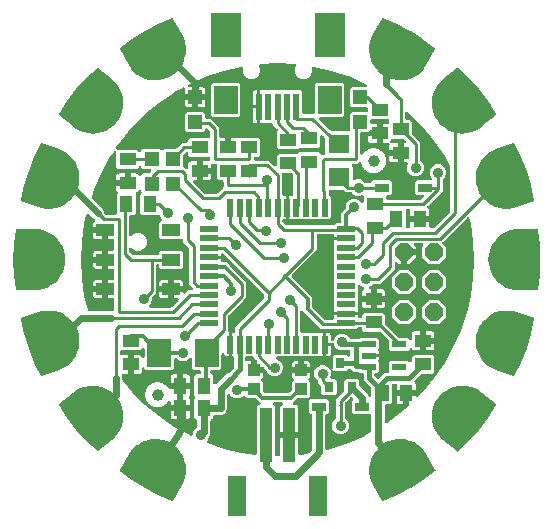
<source format=gbr>
G04 EAGLE Gerber RS-274X export*
G75*
%MOMM*%
%FSLAX34Y34*%
%LPD*%
%INTop Copper*%
%IPPOS*%
%AMOC8*
5,1,8,0,0,1.08239X$1,22.5*%
G01*
%ADD10R,1.400000X1.100000*%
%ADD11R,1.803000X1.600000*%
%ADD12R,1.200000X1.200000*%
%ADD13R,2.000000X2.400000*%
%ADD14R,1.100000X1.400000*%
%ADD15R,0.500000X1.500000*%
%ADD16R,1.500000X0.500000*%
%ADD17R,1.000000X1.000000*%
%ADD18R,0.500000X2.308000*%
%ADD19R,2.540000X3.810000*%
%ADD20C,1.000000*%
%ADD21R,1.000000X4.600000*%
%ADD22R,1.600000X3.400000*%
%ADD23R,1.200000X0.550000*%
%ADD24R,1.200000X0.700000*%
%ADD25C,2.540000*%
%ADD26P,1.649562X8X112.500000*%
%ADD27R,0.787400X0.889000*%
%ADD28R,1.500000X1.000000*%
%ADD29C,0.254000*%
%ADD30C,0.304800*%
%ADD31C,0.906400*%
%ADD32C,0.609600*%
%ADD33C,0.406400*%

G36*
X17Y-166367D02*
X17Y-166367D01*
X59Y-166368D01*
X1249Y-166313D01*
X1337Y-166297D01*
X1427Y-166292D01*
X1493Y-166270D01*
X1562Y-166259D01*
X1644Y-166222D01*
X1729Y-166194D01*
X1788Y-166157D01*
X1852Y-166128D01*
X1922Y-166072D01*
X1998Y-166024D01*
X2046Y-165973D01*
X2100Y-165929D01*
X2154Y-165858D01*
X2216Y-165792D01*
X2250Y-165731D01*
X2292Y-165675D01*
X2326Y-165592D01*
X2370Y-165514D01*
X2387Y-165446D01*
X2414Y-165382D01*
X2427Y-165293D01*
X2449Y-165206D01*
X2457Y-165082D01*
X2459Y-165067D01*
X2458Y-165060D01*
X2459Y-165045D01*
X2459Y-150919D01*
X8770Y-150919D01*
X8888Y-150904D01*
X9007Y-150897D01*
X9045Y-150884D01*
X9085Y-150879D01*
X9196Y-150836D01*
X9309Y-150799D01*
X9343Y-150777D01*
X9381Y-150762D01*
X9477Y-150693D01*
X9578Y-150629D01*
X9606Y-150599D01*
X9638Y-150576D01*
X9714Y-150484D01*
X9796Y-150397D01*
X9815Y-150362D01*
X9841Y-150331D01*
X9892Y-150223D01*
X9949Y-150119D01*
X9959Y-150079D01*
X9977Y-150043D01*
X9997Y-149936D01*
X10001Y-149966D01*
X10045Y-150076D01*
X10081Y-150189D01*
X10103Y-150224D01*
X10118Y-150261D01*
X10188Y-150357D01*
X10251Y-150458D01*
X10281Y-150486D01*
X10305Y-150519D01*
X10396Y-150595D01*
X10483Y-150676D01*
X10518Y-150696D01*
X10550Y-150721D01*
X10657Y-150772D01*
X10762Y-150830D01*
X10801Y-150840D01*
X10837Y-150857D01*
X10954Y-150879D01*
X11070Y-150909D01*
X11130Y-150913D01*
X11150Y-150917D01*
X11170Y-150915D01*
X11230Y-150919D01*
X17541Y-150919D01*
X17541Y-163897D01*
X17547Y-163944D01*
X17544Y-163992D01*
X17567Y-164101D01*
X17581Y-164212D01*
X17598Y-164257D01*
X17608Y-164304D01*
X17656Y-164404D01*
X17698Y-164508D01*
X17726Y-164547D01*
X17747Y-164590D01*
X17819Y-164675D01*
X17884Y-164765D01*
X17921Y-164796D01*
X17952Y-164832D01*
X18043Y-164897D01*
X18129Y-164968D01*
X18173Y-164989D01*
X18212Y-165016D01*
X18316Y-165056D01*
X18417Y-165104D01*
X18464Y-165113D01*
X18509Y-165130D01*
X18620Y-165143D01*
X18729Y-165164D01*
X18777Y-165161D01*
X18825Y-165166D01*
X18985Y-165154D01*
X25626Y-164227D01*
X25637Y-164225D01*
X25648Y-164224D01*
X25791Y-164183D01*
X25933Y-164144D01*
X25943Y-164139D01*
X25954Y-164136D01*
X26080Y-164061D01*
X26210Y-163988D01*
X26218Y-163980D01*
X26228Y-163974D01*
X26348Y-163868D01*
X28880Y-161337D01*
X28940Y-161259D01*
X29008Y-161186D01*
X29037Y-161133D01*
X29074Y-161086D01*
X29114Y-160995D01*
X29162Y-160908D01*
X29177Y-160849D01*
X29201Y-160794D01*
X29216Y-160696D01*
X29241Y-160600D01*
X29247Y-160500D01*
X29251Y-160480D01*
X29249Y-160467D01*
X29251Y-160439D01*
X29251Y-131770D01*
X29236Y-131652D01*
X29229Y-131533D01*
X29216Y-131495D01*
X29211Y-131454D01*
X29168Y-131344D01*
X29131Y-131231D01*
X29109Y-131196D01*
X29094Y-131159D01*
X29025Y-131063D01*
X28961Y-130962D01*
X28931Y-130934D01*
X28908Y-130901D01*
X28816Y-130825D01*
X28729Y-130744D01*
X28694Y-130724D01*
X28663Y-130699D01*
X28555Y-130648D01*
X28451Y-130590D01*
X28411Y-130580D01*
X28375Y-130563D01*
X28258Y-130541D01*
X28143Y-130511D01*
X28083Y-130507D01*
X28063Y-130503D01*
X28042Y-130505D01*
X27982Y-130501D01*
X27788Y-130501D01*
X26299Y-129012D01*
X26299Y-119908D01*
X26899Y-119307D01*
X26984Y-119199D01*
X27073Y-119091D01*
X27082Y-119072D01*
X27094Y-119056D01*
X27149Y-118929D01*
X27209Y-118803D01*
X27213Y-118783D01*
X27221Y-118764D01*
X27243Y-118626D01*
X27269Y-118490D01*
X27267Y-118470D01*
X27271Y-118450D01*
X27257Y-118311D01*
X27255Y-118266D01*
X27369Y-118330D01*
X27389Y-118335D01*
X27407Y-118344D01*
X27543Y-118374D01*
X27677Y-118409D01*
X27705Y-118411D01*
X27717Y-118414D01*
X27738Y-118413D01*
X27838Y-118419D01*
X41892Y-118419D01*
X43381Y-119908D01*
X43381Y-129012D01*
X41892Y-130501D01*
X41698Y-130501D01*
X41580Y-130516D01*
X41461Y-130523D01*
X41423Y-130536D01*
X41382Y-130541D01*
X41272Y-130584D01*
X41159Y-130621D01*
X41124Y-130643D01*
X41087Y-130658D01*
X40991Y-130727D01*
X40890Y-130791D01*
X40862Y-130821D01*
X40829Y-130844D01*
X40753Y-130936D01*
X40672Y-131023D01*
X40652Y-131058D01*
X40627Y-131089D01*
X40576Y-131197D01*
X40518Y-131301D01*
X40508Y-131341D01*
X40491Y-131377D01*
X40469Y-131494D01*
X40439Y-131609D01*
X40435Y-131669D01*
X40431Y-131689D01*
X40433Y-131710D01*
X40429Y-131770D01*
X40429Y-159617D01*
X40442Y-159722D01*
X40447Y-159828D01*
X40462Y-159879D01*
X40469Y-159932D01*
X40508Y-160031D01*
X40538Y-160133D01*
X40566Y-160179D01*
X40586Y-160228D01*
X40648Y-160314D01*
X40703Y-160405D01*
X40741Y-160442D01*
X40772Y-160485D01*
X40854Y-160553D01*
X40930Y-160628D01*
X40976Y-160654D01*
X41017Y-160688D01*
X41114Y-160733D01*
X41206Y-160787D01*
X41257Y-160801D01*
X41305Y-160824D01*
X41409Y-160844D01*
X41512Y-160872D01*
X41565Y-160873D01*
X41617Y-160883D01*
X41724Y-160877D01*
X41830Y-160879D01*
X41913Y-160865D01*
X41935Y-160864D01*
X41950Y-160859D01*
X41989Y-160852D01*
X45472Y-160033D01*
X45492Y-160026D01*
X45585Y-160001D01*
X60044Y-155155D01*
X60063Y-155146D01*
X60154Y-155112D01*
X74104Y-148953D01*
X74122Y-148942D01*
X74209Y-148900D01*
X78850Y-146315D01*
X78943Y-146247D01*
X79040Y-146185D01*
X79070Y-146153D01*
X79106Y-146127D01*
X79179Y-146038D01*
X79258Y-145954D01*
X79279Y-145915D01*
X79307Y-145881D01*
X79356Y-145776D01*
X79412Y-145675D01*
X79423Y-145633D01*
X79441Y-145593D01*
X79462Y-145479D01*
X79491Y-145367D01*
X79495Y-145301D01*
X79499Y-145280D01*
X79498Y-145261D01*
X79501Y-145207D01*
X79501Y-131770D01*
X79486Y-131652D01*
X79479Y-131533D01*
X79466Y-131495D01*
X79461Y-131454D01*
X79418Y-131344D01*
X79381Y-131231D01*
X79359Y-131196D01*
X79344Y-131159D01*
X79275Y-131063D01*
X79211Y-130962D01*
X79181Y-130934D01*
X79158Y-130901D01*
X79066Y-130825D01*
X78979Y-130744D01*
X78944Y-130724D01*
X78913Y-130699D01*
X78805Y-130648D01*
X78701Y-130590D01*
X78661Y-130580D01*
X78625Y-130563D01*
X78508Y-130541D01*
X78393Y-130511D01*
X78333Y-130507D01*
X78313Y-130503D01*
X78292Y-130505D01*
X78232Y-130501D01*
X64788Y-130501D01*
X63299Y-129012D01*
X63299Y-119908D01*
X63894Y-119313D01*
X63967Y-119219D01*
X64046Y-119129D01*
X64064Y-119093D01*
X64089Y-119061D01*
X64136Y-118952D01*
X64190Y-118846D01*
X64199Y-118807D01*
X64215Y-118770D01*
X64234Y-118652D01*
X64260Y-118536D01*
X64259Y-118496D01*
X64265Y-118456D01*
X64254Y-118337D01*
X64250Y-118218D01*
X64239Y-118179D01*
X64235Y-118139D01*
X64195Y-118027D01*
X64162Y-117913D01*
X64142Y-117878D01*
X64128Y-117840D01*
X64061Y-117741D01*
X64001Y-117639D01*
X63961Y-117593D01*
X63949Y-117577D01*
X63934Y-117563D01*
X63894Y-117518D01*
X63140Y-116764D01*
X63046Y-116691D01*
X62957Y-116612D01*
X62921Y-116594D01*
X62889Y-116569D01*
X62780Y-116522D01*
X62674Y-116468D01*
X62634Y-116459D01*
X62597Y-116443D01*
X62479Y-116424D01*
X62363Y-116398D01*
X62323Y-116399D01*
X62283Y-116393D01*
X62164Y-116404D01*
X62046Y-116408D01*
X62007Y-116419D01*
X61966Y-116423D01*
X61854Y-116463D01*
X61740Y-116496D01*
X61705Y-116516D01*
X61667Y-116530D01*
X61569Y-116597D01*
X61466Y-116658D01*
X61421Y-116697D01*
X61404Y-116709D01*
X61391Y-116724D01*
X61345Y-116764D01*
X57522Y-120587D01*
X57462Y-120665D01*
X57394Y-120737D01*
X57365Y-120790D01*
X57328Y-120838D01*
X57288Y-120929D01*
X57240Y-121016D01*
X57225Y-121074D01*
X57201Y-121130D01*
X57186Y-121228D01*
X57161Y-121324D01*
X57155Y-121424D01*
X57151Y-121444D01*
X57153Y-121456D01*
X57151Y-121484D01*
X57151Y-134253D01*
X57163Y-134351D01*
X57166Y-134450D01*
X57183Y-134508D01*
X57191Y-134568D01*
X57227Y-134660D01*
X57255Y-134755D01*
X57285Y-134808D01*
X57308Y-134864D01*
X57366Y-134944D01*
X57416Y-135029D01*
X57482Y-135105D01*
X57494Y-135121D01*
X57504Y-135129D01*
X57522Y-135150D01*
X59336Y-136964D01*
X60413Y-139563D01*
X60413Y-142377D01*
X59336Y-144976D01*
X57346Y-146966D01*
X54747Y-148043D01*
X51933Y-148043D01*
X49334Y-146966D01*
X47344Y-144976D01*
X46267Y-142377D01*
X46267Y-139563D01*
X47344Y-136964D01*
X49158Y-135150D01*
X49218Y-135072D01*
X49286Y-135000D01*
X49315Y-134947D01*
X49352Y-134899D01*
X49392Y-134808D01*
X49440Y-134721D01*
X49455Y-134663D01*
X49479Y-134607D01*
X49494Y-134509D01*
X49519Y-134413D01*
X49525Y-134313D01*
X49529Y-134293D01*
X49527Y-134281D01*
X49529Y-134253D01*
X49529Y-125548D01*
X49517Y-125450D01*
X49514Y-125351D01*
X49497Y-125293D01*
X49489Y-125233D01*
X49453Y-125141D01*
X49425Y-125045D01*
X49395Y-124993D01*
X49372Y-124937D01*
X49314Y-124857D01*
X49275Y-124791D01*
X49275Y-121590D01*
X49286Y-121579D01*
X49315Y-121526D01*
X49352Y-121478D01*
X49392Y-121387D01*
X49440Y-121300D01*
X49455Y-121242D01*
X49479Y-121186D01*
X49494Y-121088D01*
X49519Y-120992D01*
X49525Y-120892D01*
X49529Y-120872D01*
X49527Y-120860D01*
X49529Y-120832D01*
X49529Y-117802D01*
X55889Y-111442D01*
X55949Y-111364D01*
X56017Y-111292D01*
X56046Y-111239D01*
X56083Y-111191D01*
X56123Y-111100D01*
X56171Y-111013D01*
X56186Y-110955D01*
X56210Y-110899D01*
X56225Y-110801D01*
X56250Y-110705D01*
X56256Y-110612D01*
X56258Y-110603D01*
X56257Y-110599D01*
X56260Y-110585D01*
X56258Y-110573D01*
X56260Y-110545D01*
X56260Y-102453D01*
X57749Y-100964D01*
X67727Y-100964D01*
X69216Y-102453D01*
X69216Y-106506D01*
X69228Y-106605D01*
X69231Y-106704D01*
X69248Y-106762D01*
X69256Y-106822D01*
X69292Y-106914D01*
X69320Y-107009D01*
X69350Y-107061D01*
X69373Y-107118D01*
X69431Y-107198D01*
X69481Y-107283D01*
X69547Y-107358D01*
X69559Y-107375D01*
X69569Y-107383D01*
X69587Y-107404D01*
X76578Y-114394D01*
X77059Y-115557D01*
X77094Y-115617D01*
X77120Y-115682D01*
X77172Y-115755D01*
X77217Y-115833D01*
X77265Y-115883D01*
X77306Y-115940D01*
X77376Y-115997D01*
X77438Y-116061D01*
X77498Y-116098D01*
X77551Y-116142D01*
X77633Y-116181D01*
X77709Y-116228D01*
X77776Y-116248D01*
X77839Y-116278D01*
X77927Y-116295D01*
X78013Y-116321D01*
X78083Y-116325D01*
X78152Y-116338D01*
X78241Y-116332D01*
X78331Y-116336D01*
X78399Y-116322D01*
X78469Y-116318D01*
X78554Y-116290D01*
X78642Y-116272D01*
X78705Y-116241D01*
X78771Y-116220D01*
X78847Y-116172D01*
X78928Y-116132D01*
X78981Y-116087D01*
X79040Y-116050D01*
X79102Y-115984D01*
X79170Y-115926D01*
X79210Y-115869D01*
X79258Y-115818D01*
X79301Y-115739D01*
X79353Y-115666D01*
X79378Y-115601D01*
X79412Y-115540D01*
X79434Y-115453D01*
X79466Y-115369D01*
X79474Y-115299D01*
X79491Y-115232D01*
X79501Y-115071D01*
X79501Y-109354D01*
X79489Y-109256D01*
X79486Y-109157D01*
X79469Y-109098D01*
X79461Y-109038D01*
X79425Y-108946D01*
X79397Y-108851D01*
X79367Y-108799D01*
X79344Y-108743D01*
X79286Y-108663D01*
X79236Y-108577D01*
X79170Y-108502D01*
X79158Y-108485D01*
X79148Y-108477D01*
X79130Y-108456D01*
X72897Y-102224D01*
X72897Y-97340D01*
X72882Y-97222D01*
X72875Y-97103D01*
X72862Y-97065D01*
X72857Y-97024D01*
X72814Y-96914D01*
X72777Y-96801D01*
X72755Y-96766D01*
X72740Y-96729D01*
X72671Y-96633D01*
X72607Y-96532D01*
X72577Y-96504D01*
X72554Y-96471D01*
X72462Y-96395D01*
X72375Y-96314D01*
X72340Y-96294D01*
X72309Y-96269D01*
X72201Y-96218D01*
X72097Y-96160D01*
X72057Y-96150D01*
X72021Y-96133D01*
X71904Y-96111D01*
X71789Y-96081D01*
X71729Y-96077D01*
X71709Y-96073D01*
X71688Y-96075D01*
X71628Y-96071D01*
X70118Y-96071D01*
X69161Y-95114D01*
X69083Y-95054D01*
X69011Y-94986D01*
X68958Y-94957D01*
X68910Y-94920D01*
X68819Y-94880D01*
X68732Y-94832D01*
X68674Y-94817D01*
X68618Y-94793D01*
X68520Y-94778D01*
X68425Y-94753D01*
X68324Y-94747D01*
X68304Y-94743D01*
X68292Y-94745D01*
X68264Y-94743D01*
X64146Y-94743D01*
X61978Y-92574D01*
X61899Y-92514D01*
X61827Y-92446D01*
X61774Y-92417D01*
X61726Y-92380D01*
X61635Y-92340D01*
X61549Y-92292D01*
X61490Y-92277D01*
X61435Y-92253D01*
X61337Y-92238D01*
X61241Y-92213D01*
X61141Y-92207D01*
X61120Y-92203D01*
X61108Y-92205D01*
X61080Y-92203D01*
X60833Y-92203D01*
X60715Y-92218D01*
X60596Y-92225D01*
X60558Y-92238D01*
X60517Y-92243D01*
X60407Y-92286D01*
X60294Y-92323D01*
X60259Y-92345D01*
X60222Y-92360D01*
X60126Y-92429D01*
X60025Y-92493D01*
X59997Y-92523D01*
X59964Y-92546D01*
X59888Y-92638D01*
X59807Y-92725D01*
X59787Y-92760D01*
X59762Y-92791D01*
X59711Y-92899D01*
X59653Y-93003D01*
X59643Y-93043D01*
X59639Y-93053D01*
X58075Y-94616D01*
X48097Y-94616D01*
X47266Y-93785D01*
X47210Y-93742D01*
X47162Y-93692D01*
X47085Y-93645D01*
X47014Y-93590D01*
X46950Y-93562D01*
X46891Y-93525D01*
X46805Y-93499D01*
X46722Y-93463D01*
X46653Y-93452D01*
X46587Y-93432D01*
X46497Y-93428D01*
X46408Y-93414D01*
X46339Y-93420D01*
X46269Y-93417D01*
X46181Y-93435D01*
X46092Y-93443D01*
X46026Y-93467D01*
X45958Y-93481D01*
X45877Y-93521D01*
X45792Y-93551D01*
X45735Y-93590D01*
X45672Y-93621D01*
X45604Y-93679D01*
X45529Y-93730D01*
X45483Y-93782D01*
X45430Y-93827D01*
X45378Y-93901D01*
X45319Y-93968D01*
X45287Y-94030D01*
X45247Y-94087D01*
X45215Y-94171D01*
X45174Y-94251D01*
X45159Y-94319D01*
X45134Y-94385D01*
X45124Y-94474D01*
X45105Y-94561D01*
X45107Y-94631D01*
X45099Y-94701D01*
X45111Y-94790D01*
X45114Y-94879D01*
X45134Y-94947D01*
X45143Y-95016D01*
X45173Y-95102D01*
X45173Y-97927D01*
X44642Y-99209D01*
X44628Y-99257D01*
X44607Y-99302D01*
X44587Y-99410D01*
X44558Y-99516D01*
X44557Y-99566D01*
X44547Y-99615D01*
X44554Y-99724D01*
X44553Y-99834D01*
X44564Y-99882D01*
X44567Y-99932D01*
X44601Y-100036D01*
X44627Y-100143D01*
X44650Y-100187D01*
X44665Y-100234D01*
X44724Y-100327D01*
X44775Y-100424D01*
X44809Y-100461D01*
X44835Y-100503D01*
X44915Y-100578D01*
X44989Y-100660D01*
X45031Y-100687D01*
X45067Y-100721D01*
X45163Y-100774D01*
X45255Y-100834D01*
X45302Y-100851D01*
X45346Y-100875D01*
X45452Y-100902D01*
X45556Y-100938D01*
X45605Y-100942D01*
X45653Y-100954D01*
X45814Y-100964D01*
X48423Y-100964D01*
X49912Y-102453D01*
X49912Y-113447D01*
X48423Y-114936D01*
X38445Y-114936D01*
X36956Y-113447D01*
X36956Y-107641D01*
X36944Y-107543D01*
X36941Y-107444D01*
X36924Y-107386D01*
X36916Y-107326D01*
X36880Y-107234D01*
X36852Y-107138D01*
X36822Y-107086D01*
X36799Y-107030D01*
X36741Y-106950D01*
X36691Y-106865D01*
X36625Y-106789D01*
X36613Y-106773D01*
X36603Y-106765D01*
X36585Y-106744D01*
X34289Y-104448D01*
X34289Y-103237D01*
X34277Y-103139D01*
X34274Y-103040D01*
X34257Y-102982D01*
X34249Y-102922D01*
X34213Y-102830D01*
X34185Y-102735D01*
X34155Y-102682D01*
X34132Y-102626D01*
X34074Y-102546D01*
X34024Y-102461D01*
X33958Y-102385D01*
X33946Y-102369D01*
X33936Y-102361D01*
X33918Y-102340D01*
X32104Y-100526D01*
X31027Y-97927D01*
X31027Y-95113D01*
X32104Y-92514D01*
X34094Y-90524D01*
X36693Y-89447D01*
X39507Y-89447D01*
X42106Y-90524D01*
X44096Y-92514D01*
X44166Y-92684D01*
X44201Y-92744D01*
X44227Y-92809D01*
X44279Y-92882D01*
X44324Y-92960D01*
X44372Y-93010D01*
X44413Y-93067D01*
X44483Y-93124D01*
X44545Y-93188D01*
X44605Y-93225D01*
X44658Y-93269D01*
X44740Y-93308D01*
X44816Y-93355D01*
X44883Y-93375D01*
X44946Y-93405D01*
X45034Y-93422D01*
X45120Y-93448D01*
X45190Y-93452D01*
X45259Y-93465D01*
X45348Y-93459D01*
X45438Y-93463D01*
X45506Y-93449D01*
X45576Y-93445D01*
X45661Y-93417D01*
X45749Y-93399D01*
X45812Y-93368D01*
X45878Y-93347D01*
X45954Y-93299D01*
X46035Y-93259D01*
X46088Y-93214D01*
X46147Y-93177D01*
X46209Y-93111D01*
X46277Y-93053D01*
X46317Y-92996D01*
X46365Y-92945D01*
X46408Y-92866D01*
X46460Y-92793D01*
X46485Y-92728D01*
X46519Y-92667D01*
X46541Y-92580D01*
X46573Y-92496D01*
X46581Y-92426D01*
X46598Y-92359D01*
X46608Y-92198D01*
X46608Y-82025D01*
X46718Y-81957D01*
X46843Y-81883D01*
X46857Y-81871D01*
X46864Y-81866D01*
X46876Y-81854D01*
X46964Y-81777D01*
X48097Y-80644D01*
X58075Y-80644D01*
X59301Y-81869D01*
X59410Y-81955D01*
X59517Y-82043D01*
X59536Y-82052D01*
X59552Y-82064D01*
X59680Y-82120D01*
X59805Y-82179D01*
X59825Y-82183D01*
X59844Y-82191D01*
X59982Y-82213D01*
X60118Y-82239D01*
X60138Y-82237D01*
X60158Y-82241D01*
X60297Y-82227D01*
X60435Y-82219D01*
X60454Y-82213D01*
X60474Y-82211D01*
X60606Y-82164D01*
X60737Y-82121D01*
X60755Y-82110D01*
X60774Y-82103D01*
X60889Y-82025D01*
X61006Y-81951D01*
X61020Y-81936D01*
X61037Y-81925D01*
X61129Y-81820D01*
X61224Y-81719D01*
X61234Y-81701D01*
X61247Y-81686D01*
X61311Y-81562D01*
X61378Y-81441D01*
X61383Y-81421D01*
X61392Y-81403D01*
X61422Y-81267D01*
X61457Y-81133D01*
X61459Y-81105D01*
X61462Y-81093D01*
X61461Y-81072D01*
X61467Y-80972D01*
X61467Y-77622D01*
X61452Y-77504D01*
X61445Y-77385D01*
X61432Y-77347D01*
X61427Y-77306D01*
X61384Y-77196D01*
X61347Y-77083D01*
X61325Y-77048D01*
X61310Y-77011D01*
X61241Y-76915D01*
X61177Y-76814D01*
X61147Y-76786D01*
X61124Y-76753D01*
X61032Y-76677D01*
X60945Y-76596D01*
X60910Y-76576D01*
X60879Y-76551D01*
X60771Y-76500D01*
X60667Y-76442D01*
X60627Y-76432D01*
X60591Y-76415D01*
X60474Y-76393D01*
X60359Y-76363D01*
X60299Y-76359D01*
X60279Y-76355D01*
X60258Y-76357D01*
X60198Y-76353D01*
X57645Y-76353D01*
X57636Y-76354D01*
X57627Y-76353D01*
X57478Y-76374D01*
X57330Y-76393D01*
X57321Y-76396D01*
X57312Y-76397D01*
X57160Y-76449D01*
X56017Y-76923D01*
X53203Y-76923D01*
X50604Y-75846D01*
X48614Y-73856D01*
X47483Y-71125D01*
X47448Y-71064D01*
X47422Y-70999D01*
X47370Y-70927D01*
X47325Y-70849D01*
X47277Y-70798D01*
X47236Y-70742D01*
X47166Y-70685D01*
X47104Y-70620D01*
X47044Y-70584D01*
X46991Y-70539D01*
X46909Y-70501D01*
X46833Y-70454D01*
X46766Y-70433D01*
X46703Y-70404D01*
X46615Y-70387D01*
X46529Y-70360D01*
X46459Y-70357D01*
X46390Y-70344D01*
X46301Y-70349D01*
X46211Y-70345D01*
X46143Y-70359D01*
X46073Y-70364D01*
X45988Y-70391D01*
X45900Y-70409D01*
X45837Y-70440D01*
X45771Y-70462D01*
X45695Y-70510D01*
X45614Y-70549D01*
X45561Y-70595D01*
X45502Y-70632D01*
X45440Y-70697D01*
X45436Y-70701D01*
X41269Y-70701D01*
X41269Y-61929D01*
X42834Y-61929D01*
X43481Y-62102D01*
X44060Y-62437D01*
X44533Y-62910D01*
X44868Y-63489D01*
X45041Y-64136D01*
X45041Y-68089D01*
X45049Y-68159D01*
X45048Y-68228D01*
X45069Y-68316D01*
X45081Y-68405D01*
X45106Y-68470D01*
X45123Y-68538D01*
X45165Y-68617D01*
X45198Y-68701D01*
X45239Y-68757D01*
X45271Y-68819D01*
X45332Y-68885D01*
X45384Y-68958D01*
X45438Y-69003D01*
X45485Y-69054D01*
X45560Y-69103D01*
X45629Y-69161D01*
X45693Y-69191D01*
X45751Y-69229D01*
X45836Y-69258D01*
X45917Y-69296D01*
X45986Y-69309D01*
X46052Y-69332D01*
X46141Y-69339D01*
X46229Y-69356D01*
X46299Y-69352D01*
X46369Y-69357D01*
X46457Y-69342D01*
X46547Y-69336D01*
X46613Y-69315D01*
X46682Y-69303D01*
X46764Y-69266D01*
X46849Y-69238D01*
X46908Y-69201D01*
X46972Y-69172D01*
X47042Y-69116D01*
X47118Y-69068D01*
X47166Y-69017D01*
X47220Y-68974D01*
X47275Y-68902D01*
X47336Y-68837D01*
X47370Y-68775D01*
X47412Y-68720D01*
X47483Y-68575D01*
X48614Y-65844D01*
X50604Y-63854D01*
X53203Y-62777D01*
X56017Y-62777D01*
X58616Y-63854D01*
X60606Y-65844D01*
X60846Y-66424D01*
X60861Y-66449D01*
X60870Y-66477D01*
X60939Y-66587D01*
X61004Y-66700D01*
X61024Y-66721D01*
X61040Y-66746D01*
X61135Y-66835D01*
X61225Y-66928D01*
X61250Y-66944D01*
X61272Y-66964D01*
X61386Y-67027D01*
X61496Y-67095D01*
X61524Y-67103D01*
X61550Y-67118D01*
X61676Y-67150D01*
X61800Y-67188D01*
X61830Y-67190D01*
X61858Y-67197D01*
X62019Y-67207D01*
X68874Y-67207D01*
X68972Y-67195D01*
X69071Y-67192D01*
X69129Y-67175D01*
X69189Y-67167D01*
X69281Y-67131D01*
X69377Y-67103D01*
X69429Y-67073D01*
X69485Y-67050D01*
X69565Y-66992D01*
X69650Y-66942D01*
X69726Y-66876D01*
X69742Y-66864D01*
X69750Y-66854D01*
X69771Y-66836D01*
X70118Y-66489D01*
X84222Y-66489D01*
X85711Y-67978D01*
X85711Y-75582D01*
X85570Y-75723D01*
X85501Y-75812D01*
X85426Y-75896D01*
X85404Y-75937D01*
X85375Y-75975D01*
X85330Y-76078D01*
X85278Y-76177D01*
X85267Y-76223D01*
X85248Y-76267D01*
X85231Y-76378D01*
X85205Y-76487D01*
X85206Y-76534D01*
X85199Y-76581D01*
X85209Y-76693D01*
X85211Y-76805D01*
X85224Y-76850D01*
X85228Y-76897D01*
X85266Y-77003D01*
X85296Y-77111D01*
X85329Y-77176D01*
X85336Y-77197D01*
X85346Y-77212D01*
X85368Y-77256D01*
X85538Y-77549D01*
X85711Y-78196D01*
X85711Y-79906D01*
X77275Y-79906D01*
X77157Y-79921D01*
X77038Y-79928D01*
X77000Y-79940D01*
X76960Y-79946D01*
X76849Y-79989D01*
X76736Y-80026D01*
X76702Y-80048D01*
X76664Y-80063D01*
X76568Y-80132D01*
X76467Y-80196D01*
X76439Y-80226D01*
X76407Y-80249D01*
X76331Y-80341D01*
X76249Y-80428D01*
X76230Y-80463D01*
X76204Y-80494D01*
X76153Y-80602D01*
X76096Y-80706D01*
X76086Y-80746D01*
X76068Y-80782D01*
X76046Y-80899D01*
X76016Y-81014D01*
X76012Y-81074D01*
X76009Y-81094D01*
X76010Y-81115D01*
X76006Y-81175D01*
X76006Y-81385D01*
X76021Y-81503D01*
X76028Y-81622D01*
X76041Y-81660D01*
X76046Y-81701D01*
X76090Y-81811D01*
X76126Y-81924D01*
X76148Y-81959D01*
X76163Y-81996D01*
X76233Y-82093D01*
X76296Y-82193D01*
X76326Y-82221D01*
X76350Y-82254D01*
X76441Y-82330D01*
X76528Y-82411D01*
X76563Y-82431D01*
X76595Y-82456D01*
X76702Y-82507D01*
X76807Y-82565D01*
X76846Y-82575D01*
X76882Y-82592D01*
X76999Y-82614D01*
X77115Y-82644D01*
X77175Y-82648D01*
X77195Y-82652D01*
X77215Y-82650D01*
X77275Y-82654D01*
X85711Y-82654D01*
X85711Y-84364D01*
X85538Y-85011D01*
X85368Y-85304D01*
X85324Y-85408D01*
X85273Y-85508D01*
X85263Y-85554D01*
X85245Y-85598D01*
X85228Y-85709D01*
X85204Y-85818D01*
X85205Y-85865D01*
X85198Y-85912D01*
X85210Y-86024D01*
X85213Y-86136D01*
X85226Y-86182D01*
X85231Y-86228D01*
X85271Y-86334D01*
X85302Y-86442D01*
X85326Y-86482D01*
X85342Y-86527D01*
X85406Y-86619D01*
X85463Y-86716D01*
X85511Y-86770D01*
X85523Y-86788D01*
X85537Y-86800D01*
X85570Y-86837D01*
X85711Y-86978D01*
X85711Y-94582D01*
X84222Y-96071D01*
X83312Y-96071D01*
X83194Y-96086D01*
X83075Y-96093D01*
X83037Y-96106D01*
X82996Y-96111D01*
X82886Y-96154D01*
X82773Y-96191D01*
X82738Y-96213D01*
X82701Y-96228D01*
X82605Y-96297D01*
X82504Y-96361D01*
X82476Y-96391D01*
X82443Y-96414D01*
X82367Y-96506D01*
X82286Y-96593D01*
X82266Y-96628D01*
X82241Y-96659D01*
X82190Y-96767D01*
X82132Y-96871D01*
X82122Y-96911D01*
X82105Y-96947D01*
X82083Y-97064D01*
X82053Y-97179D01*
X82049Y-97239D01*
X82045Y-97259D01*
X82047Y-97280D01*
X82043Y-97340D01*
X82043Y-97910D01*
X82055Y-98008D01*
X82058Y-98107D01*
X82075Y-98166D01*
X82083Y-98226D01*
X82119Y-98318D01*
X82147Y-98413D01*
X82177Y-98465D01*
X82200Y-98521D01*
X82258Y-98601D01*
X82308Y-98687D01*
X82374Y-98762D01*
X82386Y-98779D01*
X82396Y-98787D01*
X82414Y-98808D01*
X84192Y-100586D01*
X84287Y-100659D01*
X84376Y-100737D01*
X84412Y-100756D01*
X84444Y-100781D01*
X84553Y-100828D01*
X84659Y-100882D01*
X84698Y-100891D01*
X84736Y-100907D01*
X84853Y-100926D01*
X84969Y-100952D01*
X85010Y-100950D01*
X85050Y-100957D01*
X85168Y-100946D01*
X85287Y-100942D01*
X85326Y-100931D01*
X85366Y-100927D01*
X85479Y-100887D01*
X85593Y-100854D01*
X85627Y-100833D01*
X85666Y-100819D01*
X85764Y-100753D01*
X85867Y-100692D01*
X85912Y-100652D01*
X85929Y-100641D01*
X85942Y-100626D01*
X85987Y-100586D01*
X90816Y-95757D01*
X93360Y-95757D01*
X93478Y-95742D01*
X93597Y-95735D01*
X93635Y-95722D01*
X93676Y-95717D01*
X93786Y-95674D01*
X93899Y-95637D01*
X93934Y-95615D01*
X93971Y-95600D01*
X94067Y-95531D01*
X94168Y-95467D01*
X94196Y-95437D01*
X94229Y-95414D01*
X94305Y-95322D01*
X94386Y-95235D01*
X94406Y-95200D01*
X94431Y-95169D01*
X94482Y-95061D01*
X94540Y-94957D01*
X94550Y-94917D01*
X94567Y-94881D01*
X94589Y-94764D01*
X94619Y-94649D01*
X94623Y-94589D01*
X94627Y-94569D01*
X94625Y-94548D01*
X94629Y-94488D01*
X94629Y-86978D01*
X96118Y-85489D01*
X110222Y-85489D01*
X111483Y-86749D01*
X111592Y-86835D01*
X111699Y-86923D01*
X111718Y-86932D01*
X111734Y-86944D01*
X111862Y-87000D01*
X111987Y-87059D01*
X112007Y-87063D01*
X112026Y-87071D01*
X112164Y-87093D01*
X112300Y-87119D01*
X112320Y-87117D01*
X112340Y-87121D01*
X112479Y-87107D01*
X112617Y-87099D01*
X112636Y-87093D01*
X112656Y-87091D01*
X112788Y-87044D01*
X112919Y-87001D01*
X112937Y-86990D01*
X112956Y-86983D01*
X113071Y-86905D01*
X113188Y-86831D01*
X113202Y-86816D01*
X113219Y-86805D01*
X113311Y-86700D01*
X113406Y-86599D01*
X113416Y-86581D01*
X113429Y-86566D01*
X113493Y-86442D01*
X113560Y-86321D01*
X113565Y-86301D01*
X113574Y-86283D01*
X113604Y-86147D01*
X113639Y-86013D01*
X113641Y-85985D01*
X113644Y-85973D01*
X113643Y-85952D01*
X113649Y-85852D01*
X113649Y-82188D01*
X115138Y-80699D01*
X131242Y-80699D01*
X132731Y-82188D01*
X132731Y-95292D01*
X131242Y-96781D01*
X122142Y-96781D01*
X122044Y-96793D01*
X121945Y-96796D01*
X121886Y-96813D01*
X121826Y-96821D01*
X121734Y-96857D01*
X121639Y-96885D01*
X121587Y-96915D01*
X121531Y-96938D01*
X121450Y-96996D01*
X121365Y-97046D01*
X121290Y-97112D01*
X121273Y-97124D01*
X121265Y-97134D01*
X121244Y-97152D01*
X116544Y-101852D01*
X116157Y-102239D01*
X116084Y-102333D01*
X116006Y-102423D01*
X115987Y-102459D01*
X115963Y-102491D01*
X115915Y-102600D01*
X115861Y-102706D01*
X115852Y-102745D01*
X115836Y-102782D01*
X115818Y-102900D01*
X115791Y-103016D01*
X115793Y-103057D01*
X115786Y-103097D01*
X115797Y-103215D01*
X115801Y-103334D01*
X115812Y-103373D01*
X115816Y-103413D01*
X115856Y-103525D01*
X115890Y-103640D01*
X115910Y-103674D01*
X115924Y-103712D01*
X115991Y-103811D01*
X116051Y-103913D01*
X116091Y-103959D01*
X116102Y-103976D01*
X116118Y-103989D01*
X116157Y-104034D01*
X116593Y-104470D01*
X116928Y-105049D01*
X117101Y-105696D01*
X117101Y-110491D01*
X110330Y-110491D01*
X110212Y-110506D01*
X110093Y-110513D01*
X110055Y-110526D01*
X110015Y-110531D01*
X109904Y-110574D01*
X109791Y-110611D01*
X109756Y-110633D01*
X109719Y-110648D01*
X109623Y-110718D01*
X109522Y-110781D01*
X109494Y-110811D01*
X109462Y-110835D01*
X109386Y-110926D01*
X109304Y-111013D01*
X109285Y-111048D01*
X109259Y-111079D01*
X109208Y-111187D01*
X109151Y-111291D01*
X109140Y-111331D01*
X109123Y-111367D01*
X109101Y-111484D01*
X109071Y-111599D01*
X109067Y-111660D01*
X109063Y-111680D01*
X109065Y-111700D01*
X109064Y-111707D01*
X109063Y-111711D01*
X109064Y-111715D01*
X109061Y-111760D01*
X109061Y-113031D01*
X109059Y-113031D01*
X109059Y-111760D01*
X109044Y-111642D01*
X109037Y-111523D01*
X109024Y-111485D01*
X109019Y-111445D01*
X108975Y-111334D01*
X108939Y-111221D01*
X108917Y-111186D01*
X108902Y-111149D01*
X108832Y-111053D01*
X108769Y-110952D01*
X108739Y-110924D01*
X108715Y-110891D01*
X108624Y-110816D01*
X108537Y-110734D01*
X108502Y-110714D01*
X108470Y-110689D01*
X108363Y-110638D01*
X108259Y-110580D01*
X108219Y-110570D01*
X108183Y-110553D01*
X108066Y-110531D01*
X107951Y-110501D01*
X107890Y-110497D01*
X107870Y-110493D01*
X107850Y-110495D01*
X107790Y-110491D01*
X101019Y-110491D01*
X101019Y-106172D01*
X101004Y-106054D01*
X100997Y-105935D01*
X100984Y-105897D01*
X100979Y-105856D01*
X100936Y-105746D01*
X100899Y-105633D01*
X100877Y-105598D01*
X100862Y-105561D01*
X100793Y-105465D01*
X100729Y-105364D01*
X100699Y-105336D01*
X100676Y-105303D01*
X100584Y-105227D01*
X100497Y-105146D01*
X100462Y-105126D01*
X100431Y-105101D01*
X100323Y-105050D01*
X100219Y-104992D01*
X100179Y-104982D01*
X100143Y-104965D01*
X100026Y-104943D01*
X99911Y-104913D01*
X99851Y-104909D01*
X99831Y-104905D01*
X99810Y-104907D01*
X99750Y-104903D01*
X98370Y-104903D01*
X98252Y-104918D01*
X98133Y-104925D01*
X98095Y-104938D01*
X98054Y-104943D01*
X97944Y-104986D01*
X97831Y-105023D01*
X97796Y-105045D01*
X97759Y-105060D01*
X97663Y-105129D01*
X97562Y-105193D01*
X97534Y-105223D01*
X97501Y-105246D01*
X97425Y-105338D01*
X97344Y-105425D01*
X97324Y-105460D01*
X97299Y-105491D01*
X97248Y-105599D01*
X97190Y-105703D01*
X97180Y-105743D01*
X97163Y-105779D01*
X97141Y-105896D01*
X97111Y-106011D01*
X97107Y-106072D01*
X97103Y-106091D01*
X97105Y-106112D01*
X97101Y-106172D01*
X97101Y-121082D01*
X95612Y-122571D01*
X91948Y-122571D01*
X91830Y-122586D01*
X91711Y-122593D01*
X91673Y-122606D01*
X91632Y-122611D01*
X91522Y-122654D01*
X91409Y-122691D01*
X91374Y-122713D01*
X91337Y-122728D01*
X91241Y-122797D01*
X91140Y-122861D01*
X91112Y-122891D01*
X91079Y-122914D01*
X91003Y-123006D01*
X90922Y-123093D01*
X90902Y-123128D01*
X90877Y-123159D01*
X90826Y-123267D01*
X90768Y-123371D01*
X90758Y-123411D01*
X90741Y-123447D01*
X90719Y-123564D01*
X90689Y-123679D01*
X90685Y-123739D01*
X90681Y-123759D01*
X90683Y-123780D01*
X90679Y-123840D01*
X90679Y-136922D01*
X90682Y-136944D01*
X90679Y-136966D01*
X90701Y-137102D01*
X90719Y-137238D01*
X90727Y-137259D01*
X90730Y-137280D01*
X90785Y-137406D01*
X90836Y-137534D01*
X90849Y-137552D01*
X90857Y-137572D01*
X90942Y-137680D01*
X91022Y-137791D01*
X91039Y-137805D01*
X91053Y-137823D01*
X91162Y-137907D01*
X91267Y-137994D01*
X91287Y-138003D01*
X91305Y-138017D01*
X91432Y-138071D01*
X91555Y-138129D01*
X91577Y-138134D01*
X91597Y-138142D01*
X91733Y-138163D01*
X91867Y-138189D01*
X91890Y-138188D01*
X91911Y-138191D01*
X92048Y-138178D01*
X92185Y-138169D01*
X92206Y-138163D01*
X92228Y-138160D01*
X92357Y-138114D01*
X92487Y-138071D01*
X92506Y-138060D01*
X92527Y-138052D01*
X92665Y-137970D01*
X100212Y-132800D01*
X100228Y-132786D01*
X100306Y-132729D01*
X111138Y-123734D01*
X111141Y-123732D01*
X111243Y-123622D01*
X111356Y-123503D01*
X111357Y-123501D01*
X111358Y-123500D01*
X111433Y-123363D01*
X111509Y-123224D01*
X111510Y-123222D01*
X111511Y-123221D01*
X111549Y-123071D01*
X111589Y-122916D01*
X111589Y-122914D01*
X111589Y-122913D01*
X111589Y-122909D01*
X111599Y-122755D01*
X111599Y-115569D01*
X117323Y-115569D01*
X117339Y-115591D01*
X117417Y-115706D01*
X117433Y-115720D01*
X117444Y-115736D01*
X117551Y-115825D01*
X117656Y-115917D01*
X117674Y-115926D01*
X117689Y-115939D01*
X117815Y-115998D01*
X117939Y-116061D01*
X117959Y-116066D01*
X117977Y-116074D01*
X118113Y-116101D01*
X118249Y-116131D01*
X118270Y-116130D01*
X118289Y-116134D01*
X118428Y-116126D01*
X118567Y-116121D01*
X118587Y-116116D01*
X118607Y-116114D01*
X118739Y-116072D01*
X118873Y-116033D01*
X118890Y-116023D01*
X118909Y-116016D01*
X119027Y-115942D01*
X119147Y-115871D01*
X119168Y-115853D01*
X119178Y-115846D01*
X119192Y-115831D01*
X119267Y-115765D01*
X122908Y-112125D01*
X122921Y-112108D01*
X122987Y-112038D01*
X132729Y-100306D01*
X132740Y-100288D01*
X132800Y-100212D01*
X141418Y-87631D01*
X141428Y-87613D01*
X141480Y-87532D01*
X148900Y-74209D01*
X148908Y-74190D01*
X148953Y-74104D01*
X155112Y-60154D01*
X155118Y-60134D01*
X155155Y-60044D01*
X160001Y-45585D01*
X160005Y-45565D01*
X160033Y-45472D01*
X163524Y-30628D01*
X163527Y-30607D01*
X163546Y-30512D01*
X165653Y-15409D01*
X165653Y-15388D01*
X165664Y-15292D01*
X166368Y-59D01*
X166366Y-38D01*
X166368Y59D01*
X165664Y15292D01*
X165660Y15313D01*
X165653Y15409D01*
X163546Y30512D01*
X163540Y30533D01*
X163530Y30597D01*
X163529Y30601D01*
X163528Y30605D01*
X163524Y30628D01*
X162498Y34989D01*
X162446Y35130D01*
X162394Y35274D01*
X162390Y35281D01*
X162387Y35287D01*
X162302Y35411D01*
X162216Y35538D01*
X162210Y35543D01*
X162206Y35548D01*
X162092Y35647D01*
X161977Y35748D01*
X161971Y35751D01*
X161965Y35756D01*
X161829Y35824D01*
X161694Y35893D01*
X161687Y35894D01*
X161680Y35898D01*
X161532Y35929D01*
X161384Y35962D01*
X161376Y35962D01*
X161369Y35964D01*
X161218Y35957D01*
X161066Y35953D01*
X161059Y35951D01*
X161051Y35950D01*
X160906Y35906D01*
X160760Y35864D01*
X160754Y35861D01*
X160747Y35858D01*
X160617Y35780D01*
X160486Y35703D01*
X160479Y35696D01*
X160475Y35694D01*
X160467Y35686D01*
X160365Y35596D01*
X141342Y16573D01*
X139682Y14913D01*
X139609Y14818D01*
X139530Y14729D01*
X139512Y14693D01*
X139487Y14661D01*
X139439Y14552D01*
X139385Y14446D01*
X139377Y14407D01*
X139361Y14369D01*
X139342Y14252D01*
X139316Y14136D01*
X139317Y14095D01*
X139311Y14055D01*
X139322Y13937D01*
X139325Y13818D01*
X139337Y13779D01*
X139340Y13739D01*
X139381Y13627D01*
X139414Y13512D01*
X139434Y13478D01*
X139448Y13439D01*
X139515Y13341D01*
X139575Y13238D01*
X139615Y13193D01*
X139627Y13176D01*
X139642Y13163D01*
X139682Y13118D01*
X142241Y10559D01*
X142241Y2141D01*
X136289Y-3811D01*
X127871Y-3811D01*
X121919Y2141D01*
X121919Y10559D01*
X123163Y11803D01*
X123248Y11912D01*
X123337Y12019D01*
X123346Y12038D01*
X123358Y12054D01*
X123413Y12182D01*
X123473Y12307D01*
X123476Y12327D01*
X123484Y12346D01*
X123506Y12484D01*
X123532Y12620D01*
X123531Y12640D01*
X123534Y12660D01*
X123521Y12799D01*
X123513Y12937D01*
X123506Y12956D01*
X123504Y12976D01*
X123457Y13108D01*
X123415Y13239D01*
X123404Y13257D01*
X123397Y13276D01*
X123319Y13391D01*
X123244Y13508D01*
X123230Y13522D01*
X123218Y13539D01*
X123114Y13631D01*
X123013Y13726D01*
X122995Y13736D01*
X122980Y13749D01*
X122856Y13813D01*
X122734Y13880D01*
X122715Y13885D01*
X122697Y13894D01*
X122561Y13924D01*
X122426Y13959D01*
X122398Y13961D01*
X122386Y13964D01*
X122366Y13963D01*
X122266Y13969D01*
X116494Y13969D01*
X116356Y13952D01*
X116218Y13939D01*
X116199Y13932D01*
X116179Y13929D01*
X116050Y13878D01*
X115919Y13831D01*
X115902Y13820D01*
X115883Y13812D01*
X115771Y13731D01*
X115656Y13653D01*
X115642Y13637D01*
X115626Y13626D01*
X115537Y13518D01*
X115445Y13414D01*
X115436Y13396D01*
X115423Y13381D01*
X115364Y13255D01*
X115301Y13131D01*
X115296Y13111D01*
X115287Y13093D01*
X115261Y12956D01*
X115231Y12821D01*
X115232Y12800D01*
X115228Y12781D01*
X115236Y12642D01*
X115241Y12503D01*
X115246Y12483D01*
X115247Y12463D01*
X115290Y12331D01*
X115329Y12197D01*
X115339Y12180D01*
X115345Y12161D01*
X115420Y12043D01*
X115491Y11923D01*
X115509Y11902D01*
X115516Y11892D01*
X115531Y11878D01*
X115597Y11803D01*
X116841Y10559D01*
X116841Y8889D01*
X107950Y8889D01*
X107832Y8874D01*
X107713Y8867D01*
X107675Y8854D01*
X107635Y8849D01*
X107524Y8806D01*
X107411Y8769D01*
X107377Y8747D01*
X107339Y8732D01*
X107243Y8662D01*
X107142Y8599D01*
X107114Y8569D01*
X107082Y8545D01*
X107006Y8454D01*
X106924Y8367D01*
X106905Y8332D01*
X106879Y8301D01*
X106828Y8193D01*
X106771Y8089D01*
X106760Y8049D01*
X106743Y8013D01*
X106721Y7896D01*
X106691Y7781D01*
X106687Y7720D01*
X106683Y7700D01*
X106685Y7680D01*
X106681Y7620D01*
X106681Y6349D01*
X105410Y6349D01*
X105292Y6334D01*
X105173Y6327D01*
X105135Y6314D01*
X105094Y6309D01*
X104984Y6265D01*
X104871Y6229D01*
X104836Y6207D01*
X104799Y6192D01*
X104703Y6122D01*
X104602Y6059D01*
X104574Y6029D01*
X104541Y6005D01*
X104466Y5914D01*
X104384Y5827D01*
X104364Y5792D01*
X104339Y5760D01*
X104288Y5653D01*
X104230Y5548D01*
X104220Y5509D01*
X104203Y5473D01*
X104181Y5356D01*
X104151Y5241D01*
X104147Y5180D01*
X104143Y5160D01*
X104145Y5140D01*
X104141Y5080D01*
X104141Y-3811D01*
X102471Y-3811D01*
X101227Y-2567D01*
X101118Y-2482D01*
X101011Y-2393D01*
X100992Y-2384D01*
X100976Y-2372D01*
X100848Y-2317D01*
X100723Y-2257D01*
X100703Y-2254D01*
X100684Y-2246D01*
X100546Y-2224D01*
X100410Y-2198D01*
X100390Y-2199D01*
X100370Y-2196D01*
X100231Y-2209D01*
X100093Y-2217D01*
X100074Y-2224D01*
X100054Y-2226D01*
X99922Y-2273D01*
X99791Y-2315D01*
X99773Y-2326D01*
X99754Y-2333D01*
X99639Y-2411D01*
X99522Y-2486D01*
X99508Y-2500D01*
X99491Y-2512D01*
X99399Y-2616D01*
X99304Y-2717D01*
X99294Y-2735D01*
X99281Y-2750D01*
X99217Y-2874D01*
X99150Y-2996D01*
X99145Y-3015D01*
X99136Y-3033D01*
X99106Y-3169D01*
X99071Y-3304D01*
X99069Y-3332D01*
X99066Y-3344D01*
X99067Y-3364D01*
X99061Y-3464D01*
X99061Y-7928D01*
X86668Y-20321D01*
X81647Y-20321D01*
X81549Y-20333D01*
X81450Y-20336D01*
X81392Y-20353D01*
X81332Y-20361D01*
X81240Y-20397D01*
X81145Y-20425D01*
X81092Y-20455D01*
X81036Y-20478D01*
X80956Y-20536D01*
X80871Y-20586D01*
X80795Y-20652D01*
X80779Y-20664D01*
X80771Y-20674D01*
X80750Y-20692D01*
X78936Y-22506D01*
X78474Y-22697D01*
X78414Y-22732D01*
X78349Y-22758D01*
X78276Y-22810D01*
X78198Y-22855D01*
X78148Y-22903D01*
X78091Y-22944D01*
X78034Y-23014D01*
X77970Y-23076D01*
X77933Y-23136D01*
X77889Y-23189D01*
X77850Y-23271D01*
X77803Y-23347D01*
X77783Y-23414D01*
X77753Y-23477D01*
X77736Y-23565D01*
X77710Y-23651D01*
X77706Y-23721D01*
X77693Y-23790D01*
X77699Y-23879D01*
X77695Y-23969D01*
X77709Y-24037D01*
X77713Y-24107D01*
X77741Y-24192D01*
X77759Y-24280D01*
X77790Y-24343D01*
X77811Y-24409D01*
X77859Y-24485D01*
X77899Y-24566D01*
X77944Y-24619D01*
X77981Y-24678D01*
X78047Y-24740D01*
X78105Y-24808D01*
X78162Y-24848D01*
X78213Y-24896D01*
X78291Y-24939D01*
X78365Y-24991D01*
X78430Y-25016D01*
X78491Y-25050D01*
X78578Y-25072D01*
X78662Y-25104D01*
X78732Y-25112D01*
X78741Y-25114D01*
X78741Y-30641D01*
X71739Y-30641D01*
X71739Y-27346D01*
X71912Y-26699D01*
X72247Y-26120D01*
X72720Y-25647D01*
X72908Y-25538D01*
X72953Y-25504D01*
X73003Y-25478D01*
X73079Y-25408D01*
X73162Y-25346D01*
X73197Y-25302D01*
X73238Y-25264D01*
X73295Y-25178D01*
X73359Y-25097D01*
X73382Y-25045D01*
X73413Y-24998D01*
X73447Y-24900D01*
X73489Y-24806D01*
X73498Y-24751D01*
X73516Y-24697D01*
X73525Y-24594D01*
X73542Y-24493D01*
X73537Y-24437D01*
X73542Y-24380D01*
X73524Y-24278D01*
X73515Y-24176D01*
X73497Y-24123D01*
X73487Y-24067D01*
X73445Y-23973D01*
X73411Y-23875D01*
X73380Y-23828D01*
X73357Y-23777D01*
X73292Y-23696D01*
X73235Y-23610D01*
X73193Y-23573D01*
X73158Y-23529D01*
X73076Y-23466D01*
X72999Y-23397D01*
X72949Y-23371D01*
X72904Y-23337D01*
X72759Y-23266D01*
X70924Y-22506D01*
X70207Y-21790D01*
X70098Y-21705D01*
X69991Y-21616D01*
X69972Y-21607D01*
X69956Y-21595D01*
X69828Y-21540D01*
X69703Y-21480D01*
X69683Y-21477D01*
X69664Y-21469D01*
X69526Y-21447D01*
X69390Y-21421D01*
X69370Y-21422D01*
X69350Y-21419D01*
X69211Y-21432D01*
X69073Y-21440D01*
X69054Y-21447D01*
X69034Y-21448D01*
X68903Y-21496D01*
X68771Y-21538D01*
X68753Y-21549D01*
X68734Y-21556D01*
X68620Y-21634D01*
X68502Y-21709D01*
X68488Y-21723D01*
X68471Y-21735D01*
X68379Y-21839D01*
X68284Y-21940D01*
X68274Y-21958D01*
X68261Y-21973D01*
X68198Y-22097D01*
X68130Y-22219D01*
X68125Y-22238D01*
X68116Y-22256D01*
X68086Y-22392D01*
X68051Y-22527D01*
X68049Y-22555D01*
X68046Y-22567D01*
X68047Y-22587D01*
X68041Y-22687D01*
X68041Y-41574D01*
X68023Y-41596D01*
X67981Y-41693D01*
X67931Y-41787D01*
X67918Y-41839D01*
X67897Y-41888D01*
X67880Y-41992D01*
X67855Y-42095D01*
X67855Y-42149D01*
X67847Y-42202D01*
X67857Y-42307D01*
X67858Y-42413D01*
X67875Y-42497D01*
X67877Y-42519D01*
X67882Y-42533D01*
X67889Y-42571D01*
X68041Y-43136D01*
X68041Y-44701D01*
X58000Y-44701D01*
X47959Y-44701D01*
X47959Y-43136D01*
X48111Y-42571D01*
X48125Y-42466D01*
X48148Y-42363D01*
X48146Y-42310D01*
X48154Y-42256D01*
X48142Y-42151D01*
X48138Y-42045D01*
X48123Y-41994D01*
X48117Y-41940D01*
X48079Y-41841D01*
X48050Y-41740D01*
X48023Y-41693D01*
X48003Y-41643D01*
X47959Y-41581D01*
X47959Y13634D01*
X47977Y13656D01*
X48019Y13753D01*
X48069Y13847D01*
X48082Y13899D01*
X48103Y13948D01*
X48120Y14052D01*
X48145Y14155D01*
X48145Y14209D01*
X48153Y14262D01*
X48143Y14367D01*
X48142Y14473D01*
X48125Y14557D01*
X48123Y14579D01*
X48118Y14593D01*
X48111Y14631D01*
X47959Y15196D01*
X47959Y16761D01*
X58000Y16761D01*
X58118Y16776D01*
X58237Y16783D01*
X58275Y16795D01*
X58315Y16800D01*
X58426Y16844D01*
X58539Y16881D01*
X58573Y16903D01*
X58611Y16917D01*
X58707Y16987D01*
X58808Y17051D01*
X58836Y17081D01*
X58868Y17104D01*
X58944Y17196D01*
X59026Y17283D01*
X59045Y17318D01*
X59071Y17349D01*
X59122Y17457D01*
X59179Y17561D01*
X59189Y17600D01*
X59207Y17637D01*
X59229Y17754D01*
X59259Y17869D01*
X59263Y17929D01*
X59266Y17949D01*
X59266Y17950D01*
X59265Y17970D01*
X59269Y18030D01*
X59254Y18148D01*
X59247Y18267D01*
X59234Y18305D01*
X59229Y18346D01*
X59185Y18456D01*
X59149Y18570D01*
X59127Y18604D01*
X59112Y18641D01*
X59042Y18738D01*
X58978Y18838D01*
X58949Y18866D01*
X58925Y18899D01*
X58833Y18975D01*
X58747Y19056D01*
X58711Y19076D01*
X58680Y19102D01*
X58573Y19152D01*
X58468Y19210D01*
X58429Y19220D01*
X58393Y19237D01*
X58276Y19259D01*
X58160Y19289D01*
X58100Y19293D01*
X58080Y19297D01*
X58060Y19296D01*
X58000Y19299D01*
X47959Y19299D01*
X47959Y20320D01*
X47944Y20438D01*
X47937Y20557D01*
X47924Y20595D01*
X47919Y20636D01*
X47876Y20746D01*
X47839Y20859D01*
X47817Y20894D01*
X47802Y20931D01*
X47733Y21027D01*
X47669Y21128D01*
X47639Y21156D01*
X47616Y21189D01*
X47524Y21265D01*
X47437Y21346D01*
X47402Y21366D01*
X47371Y21391D01*
X47263Y21442D01*
X47159Y21500D01*
X47119Y21510D01*
X47083Y21527D01*
X46966Y21549D01*
X46851Y21579D01*
X46791Y21583D01*
X46771Y21587D01*
X46750Y21585D01*
X46690Y21589D01*
X34290Y21589D01*
X34172Y21574D01*
X34053Y21567D01*
X34015Y21554D01*
X33974Y21549D01*
X33864Y21506D01*
X33751Y21469D01*
X33716Y21447D01*
X33679Y21432D01*
X33583Y21363D01*
X33482Y21299D01*
X33454Y21269D01*
X33421Y21246D01*
X33345Y21154D01*
X33264Y21067D01*
X33244Y21032D01*
X33219Y21001D01*
X33168Y20893D01*
X33110Y20789D01*
X33100Y20749D01*
X33083Y20713D01*
X33061Y20596D01*
X33031Y20481D01*
X33027Y20421D01*
X33023Y20401D01*
X33025Y20380D01*
X33021Y20320D01*
X33021Y7778D01*
X30417Y5174D01*
X12583Y-12660D01*
X12510Y-12754D01*
X12432Y-12843D01*
X12413Y-12879D01*
X12388Y-12911D01*
X12341Y-13021D01*
X12287Y-13126D01*
X12278Y-13166D01*
X12262Y-13203D01*
X12243Y-13321D01*
X12217Y-13437D01*
X12218Y-13477D01*
X12212Y-13517D01*
X12223Y-13636D01*
X12227Y-13755D01*
X12238Y-13793D01*
X12242Y-13834D01*
X12282Y-13946D01*
X12315Y-14060D01*
X12336Y-14095D01*
X12350Y-14133D01*
X12417Y-14232D01*
X12477Y-14334D01*
X12517Y-14379D01*
X12528Y-14396D01*
X12543Y-14410D01*
X12583Y-14455D01*
X29465Y-31336D01*
X29465Y-40060D01*
X29477Y-40158D01*
X29480Y-40257D01*
X29497Y-40315D01*
X29505Y-40375D01*
X29541Y-40467D01*
X29569Y-40563D01*
X29599Y-40615D01*
X29622Y-40671D01*
X29680Y-40751D01*
X29730Y-40836D01*
X29796Y-40912D01*
X29808Y-40928D01*
X29818Y-40936D01*
X29836Y-40957D01*
X39307Y-50428D01*
X39385Y-50488D01*
X39457Y-50556D01*
X39510Y-50585D01*
X39558Y-50622D01*
X39649Y-50662D01*
X39736Y-50710D01*
X39794Y-50725D01*
X39850Y-50749D01*
X39948Y-50764D01*
X40044Y-50789D01*
X40144Y-50795D01*
X40164Y-50799D01*
X40176Y-50797D01*
X40204Y-50799D01*
X46840Y-50799D01*
X46965Y-50783D01*
X47090Y-50774D01*
X47122Y-50764D01*
X47155Y-50759D01*
X47272Y-50713D01*
X47391Y-50673D01*
X47420Y-50655D01*
X47451Y-50642D01*
X47553Y-50568D01*
X47658Y-50500D01*
X47681Y-50475D01*
X47708Y-50456D01*
X47789Y-50359D01*
X47874Y-50266D01*
X47890Y-50237D01*
X47911Y-50211D01*
X47965Y-50097D01*
X48024Y-49986D01*
X48032Y-49953D01*
X48047Y-49923D01*
X48070Y-49800D01*
X48100Y-49677D01*
X48100Y-49644D01*
X48106Y-49611D01*
X48099Y-49485D01*
X48097Y-49359D01*
X48088Y-49311D01*
X48087Y-49293D01*
X48080Y-49273D01*
X48066Y-49201D01*
X47959Y-48805D01*
X47959Y-47239D01*
X58000Y-47239D01*
X68041Y-47239D01*
X68041Y-48260D01*
X68056Y-48378D01*
X68063Y-48497D01*
X68076Y-48535D01*
X68081Y-48576D01*
X68124Y-48686D01*
X68161Y-48799D01*
X68183Y-48834D01*
X68198Y-48871D01*
X68267Y-48967D01*
X68331Y-49068D01*
X68361Y-49096D01*
X68384Y-49129D01*
X68476Y-49205D01*
X68563Y-49286D01*
X68598Y-49306D01*
X68629Y-49331D01*
X68737Y-49382D01*
X68841Y-49440D01*
X68881Y-49450D01*
X68917Y-49467D01*
X69034Y-49489D01*
X69149Y-49519D01*
X69209Y-49523D01*
X69229Y-49527D01*
X69250Y-49525D01*
X69310Y-49529D01*
X70470Y-49529D01*
X70588Y-49514D01*
X70707Y-49507D01*
X70745Y-49494D01*
X70786Y-49489D01*
X70896Y-49446D01*
X71009Y-49409D01*
X71044Y-49387D01*
X71081Y-49372D01*
X71177Y-49303D01*
X71278Y-49239D01*
X71306Y-49209D01*
X71339Y-49186D01*
X71415Y-49094D01*
X71496Y-49007D01*
X71516Y-48972D01*
X71541Y-48941D01*
X71592Y-48833D01*
X71650Y-48729D01*
X71660Y-48689D01*
X71677Y-48653D01*
X71699Y-48536D01*
X71729Y-48421D01*
X71733Y-48361D01*
X71737Y-48341D01*
X71735Y-48320D01*
X71739Y-48260D01*
X71739Y-46628D01*
X73228Y-45139D01*
X89332Y-45139D01*
X90821Y-46628D01*
X90821Y-53516D01*
X90833Y-53614D01*
X90836Y-53713D01*
X90853Y-53771D01*
X90861Y-53831D01*
X90897Y-53923D01*
X90925Y-54019D01*
X90955Y-54071D01*
X90978Y-54127D01*
X91036Y-54207D01*
X91086Y-54292D01*
X91152Y-54368D01*
X91164Y-54384D01*
X91174Y-54392D01*
X91192Y-54413D01*
X102897Y-66118D01*
X102975Y-66178D01*
X103047Y-66246D01*
X103100Y-66275D01*
X103148Y-66312D01*
X103239Y-66352D01*
X103326Y-66400D01*
X103384Y-66415D01*
X103440Y-66439D01*
X103538Y-66454D01*
X103633Y-66479D01*
X103734Y-66485D01*
X103754Y-66489D01*
X103766Y-66487D01*
X103794Y-66489D01*
X110222Y-66489D01*
X111483Y-67749D01*
X111592Y-67835D01*
X111699Y-67923D01*
X111718Y-67932D01*
X111734Y-67944D01*
X111862Y-68000D01*
X111987Y-68059D01*
X112007Y-68063D01*
X112026Y-68071D01*
X112164Y-68093D01*
X112300Y-68119D01*
X112320Y-68117D01*
X112340Y-68121D01*
X112479Y-68107D01*
X112617Y-68099D01*
X112636Y-68093D01*
X112656Y-68091D01*
X112788Y-68044D01*
X112919Y-68001D01*
X112937Y-67990D01*
X112956Y-67983D01*
X113071Y-67905D01*
X113188Y-67831D01*
X113202Y-67816D01*
X113219Y-67805D01*
X113311Y-67700D01*
X113406Y-67599D01*
X113416Y-67581D01*
X113429Y-67566D01*
X113493Y-67442D01*
X113560Y-67321D01*
X113565Y-67301D01*
X113574Y-67283D01*
X113604Y-67147D01*
X113639Y-67013D01*
X113641Y-66985D01*
X113644Y-66973D01*
X113643Y-66952D01*
X113649Y-66852D01*
X113649Y-62906D01*
X113822Y-62259D01*
X114157Y-61680D01*
X114630Y-61207D01*
X115209Y-60872D01*
X115856Y-60699D01*
X120651Y-60699D01*
X120651Y-67470D01*
X120666Y-67588D01*
X120673Y-67707D01*
X120686Y-67745D01*
X120691Y-67785D01*
X120734Y-67896D01*
X120771Y-68009D01*
X120793Y-68044D01*
X120808Y-68081D01*
X120878Y-68177D01*
X120941Y-68278D01*
X120971Y-68306D01*
X120995Y-68338D01*
X121086Y-68414D01*
X121173Y-68496D01*
X121208Y-68515D01*
X121239Y-68541D01*
X121347Y-68592D01*
X121451Y-68649D01*
X121491Y-68660D01*
X121527Y-68677D01*
X121644Y-68699D01*
X121759Y-68729D01*
X121820Y-68733D01*
X121840Y-68737D01*
X121860Y-68735D01*
X121920Y-68739D01*
X123191Y-68739D01*
X123191Y-68741D01*
X121920Y-68741D01*
X121802Y-68756D01*
X121683Y-68763D01*
X121645Y-68776D01*
X121605Y-68781D01*
X121494Y-68825D01*
X121381Y-68861D01*
X121346Y-68883D01*
X121309Y-68898D01*
X121213Y-68968D01*
X121112Y-69031D01*
X121084Y-69061D01*
X121051Y-69085D01*
X120976Y-69176D01*
X120894Y-69263D01*
X120874Y-69298D01*
X120849Y-69330D01*
X120798Y-69437D01*
X120740Y-69541D01*
X120730Y-69581D01*
X120713Y-69617D01*
X120691Y-69734D01*
X120661Y-69849D01*
X120657Y-69910D01*
X120653Y-69930D01*
X120655Y-69950D01*
X120651Y-70010D01*
X120651Y-76781D01*
X115856Y-76781D01*
X115209Y-76608D01*
X114630Y-76273D01*
X114157Y-75800D01*
X114009Y-75544D01*
X113933Y-75444D01*
X113862Y-75340D01*
X113837Y-75317D01*
X113817Y-75290D01*
X113718Y-75212D01*
X113624Y-75129D01*
X113594Y-75114D01*
X113568Y-75093D01*
X113453Y-75042D01*
X113341Y-74985D01*
X113308Y-74977D01*
X113277Y-74963D01*
X113153Y-74942D01*
X113030Y-74915D01*
X112997Y-74916D01*
X112963Y-74910D01*
X112838Y-74921D01*
X112713Y-74925D01*
X112680Y-74934D01*
X112647Y-74937D01*
X112528Y-74978D01*
X112407Y-75013D01*
X112378Y-75030D01*
X112346Y-75041D01*
X112241Y-75111D01*
X112133Y-75174D01*
X112096Y-75207D01*
X112081Y-75217D01*
X112067Y-75233D01*
X112012Y-75281D01*
X110222Y-77071D01*
X96118Y-77071D01*
X94629Y-75582D01*
X94629Y-69154D01*
X94617Y-69056D01*
X94614Y-68957D01*
X94597Y-68899D01*
X94589Y-68839D01*
X94553Y-68747D01*
X94525Y-68651D01*
X94495Y-68599D01*
X94472Y-68543D01*
X94414Y-68463D01*
X94364Y-68378D01*
X94298Y-68302D01*
X94286Y-68286D01*
X94276Y-68278D01*
X94258Y-68257D01*
X87593Y-61592D01*
X87515Y-61532D01*
X87443Y-61464D01*
X87390Y-61435D01*
X87342Y-61398D01*
X87251Y-61358D01*
X87164Y-61310D01*
X87106Y-61295D01*
X87050Y-61271D01*
X86952Y-61256D01*
X86857Y-61231D01*
X86756Y-61225D01*
X86736Y-61221D01*
X86724Y-61223D01*
X86696Y-61221D01*
X73228Y-61221D01*
X71739Y-59732D01*
X71739Y-58420D01*
X71724Y-58302D01*
X71717Y-58183D01*
X71704Y-58145D01*
X71699Y-58104D01*
X71656Y-57994D01*
X71619Y-57881D01*
X71597Y-57846D01*
X71582Y-57809D01*
X71513Y-57713D01*
X71449Y-57612D01*
X71419Y-57584D01*
X71396Y-57551D01*
X71304Y-57475D01*
X71217Y-57394D01*
X71182Y-57374D01*
X71151Y-57349D01*
X71043Y-57298D01*
X70939Y-57240D01*
X70899Y-57230D01*
X70863Y-57213D01*
X70746Y-57191D01*
X70631Y-57161D01*
X70571Y-57157D01*
X70551Y-57153D01*
X70530Y-57155D01*
X70470Y-57151D01*
X68938Y-57151D01*
X68840Y-57163D01*
X68741Y-57166D01*
X68683Y-57183D01*
X68623Y-57191D01*
X68531Y-57227D01*
X68435Y-57255D01*
X68383Y-57285D01*
X68327Y-57308D01*
X68247Y-57366D01*
X68161Y-57416D01*
X68086Y-57482D01*
X68070Y-57494D01*
X68062Y-57504D01*
X68041Y-57522D01*
X66552Y-59011D01*
X49448Y-59011D01*
X49229Y-58793D01*
X49151Y-58732D01*
X49079Y-58664D01*
X49026Y-58635D01*
X48978Y-58598D01*
X48887Y-58558D01*
X48800Y-58510D01*
X48742Y-58495D01*
X48686Y-58471D01*
X48588Y-58456D01*
X48493Y-58431D01*
X48393Y-58425D01*
X48372Y-58421D01*
X48360Y-58423D01*
X48332Y-58421D01*
X36522Y-58421D01*
X24447Y-46346D01*
X24369Y-46286D01*
X24297Y-46218D01*
X24244Y-46189D01*
X24196Y-46152D01*
X24105Y-46112D01*
X24018Y-46064D01*
X23960Y-46049D01*
X23904Y-46025D01*
X23806Y-46010D01*
X23732Y-45991D01*
X21217Y-43476D01*
X21108Y-43391D01*
X21001Y-43302D01*
X20982Y-43293D01*
X20966Y-43281D01*
X20838Y-43225D01*
X20713Y-43166D01*
X20693Y-43163D01*
X20674Y-43155D01*
X20536Y-43133D01*
X20400Y-43107D01*
X20380Y-43108D01*
X20360Y-43105D01*
X20221Y-43118D01*
X20083Y-43126D01*
X20064Y-43133D01*
X20044Y-43135D01*
X19912Y-43182D01*
X19781Y-43224D01*
X19763Y-43235D01*
X19744Y-43242D01*
X19629Y-43320D01*
X19512Y-43395D01*
X19498Y-43409D01*
X19481Y-43421D01*
X19389Y-43525D01*
X19294Y-43626D01*
X19284Y-43644D01*
X19271Y-43659D01*
X19207Y-43783D01*
X19140Y-43905D01*
X19135Y-43924D01*
X19126Y-43942D01*
X19096Y-44078D01*
X19061Y-44213D01*
X19059Y-44241D01*
X19056Y-44253D01*
X19057Y-44273D01*
X19051Y-44373D01*
X19051Y-60660D01*
X19066Y-60778D01*
X19073Y-60897D01*
X19086Y-60935D01*
X19091Y-60976D01*
X19134Y-61086D01*
X19171Y-61199D01*
X19193Y-61234D01*
X19208Y-61271D01*
X19277Y-61367D01*
X19341Y-61468D01*
X19371Y-61496D01*
X19394Y-61529D01*
X19486Y-61605D01*
X19573Y-61686D01*
X19608Y-61706D01*
X19639Y-61731D01*
X19747Y-61782D01*
X19851Y-61840D01*
X19891Y-61850D01*
X19927Y-61867D01*
X20044Y-61889D01*
X20159Y-61919D01*
X20219Y-61923D01*
X20239Y-61927D01*
X20260Y-61925D01*
X20320Y-61929D01*
X35604Y-61929D01*
X35626Y-61947D01*
X35724Y-61989D01*
X35817Y-62039D01*
X35869Y-62052D01*
X35918Y-62073D01*
X36023Y-62090D01*
X36125Y-62115D01*
X36179Y-62115D01*
X36232Y-62123D01*
X36338Y-62113D01*
X36443Y-62112D01*
X36527Y-62095D01*
X36549Y-62093D01*
X36564Y-62088D01*
X36601Y-62080D01*
X37165Y-61929D01*
X38731Y-61929D01*
X38731Y-71970D01*
X38731Y-82011D01*
X37166Y-82011D01*
X36601Y-81859D01*
X36496Y-81845D01*
X36393Y-81822D01*
X36340Y-81824D01*
X36286Y-81816D01*
X36181Y-81828D01*
X36075Y-81832D01*
X36024Y-81847D01*
X35970Y-81853D01*
X35871Y-81891D01*
X35770Y-81920D01*
X35723Y-81947D01*
X35673Y-81967D01*
X35611Y-82011D01*
X-441Y-82011D01*
X-511Y-82019D01*
X-580Y-82018D01*
X-668Y-82039D01*
X-757Y-82051D01*
X-822Y-82076D01*
X-890Y-82093D01*
X-969Y-82135D01*
X-1053Y-82168D01*
X-1109Y-82209D01*
X-1171Y-82241D01*
X-1237Y-82302D01*
X-1310Y-82354D01*
X-1355Y-82408D01*
X-1406Y-82455D01*
X-1455Y-82530D01*
X-1513Y-82599D01*
X-1543Y-82663D01*
X-1581Y-82721D01*
X-1610Y-82806D01*
X-1648Y-82887D01*
X-1661Y-82956D01*
X-1684Y-83022D01*
X-1691Y-83111D01*
X-1708Y-83199D01*
X-1704Y-83269D01*
X-1709Y-83339D01*
X-1694Y-83427D01*
X-1688Y-83517D01*
X-1667Y-83583D01*
X-1655Y-83652D01*
X-1618Y-83734D01*
X-1590Y-83819D01*
X-1553Y-83878D01*
X-1524Y-83942D01*
X-1468Y-84012D01*
X-1420Y-84088D01*
X-1369Y-84136D01*
X-1326Y-84190D01*
X-1254Y-84245D01*
X-1189Y-84306D01*
X-1127Y-84340D01*
X-1072Y-84382D01*
X-927Y-84453D01*
X1466Y-85444D01*
X3456Y-87434D01*
X4533Y-90033D01*
X4533Y-92847D01*
X3456Y-95446D01*
X1466Y-97436D01*
X-1133Y-98513D01*
X-3947Y-98513D01*
X-6546Y-97436D01*
X-8536Y-95446D01*
X-9007Y-94309D01*
X-9012Y-94300D01*
X-9014Y-94292D01*
X-9091Y-94162D01*
X-9165Y-94032D01*
X-9171Y-94026D01*
X-9176Y-94018D01*
X-9282Y-93897D01*
X-11707Y-91472D01*
X-11785Y-91412D01*
X-11857Y-91344D01*
X-11910Y-91315D01*
X-11958Y-91278D01*
X-12049Y-91238D01*
X-12136Y-91190D01*
X-12194Y-91175D01*
X-12250Y-91151D01*
X-12348Y-91136D01*
X-12444Y-91111D01*
X-12544Y-91105D01*
X-12564Y-91101D01*
X-12576Y-91102D01*
X-12604Y-91101D01*
X-17501Y-91101D01*
X-17501Y-86204D01*
X-17513Y-86106D01*
X-17516Y-86007D01*
X-17533Y-85949D01*
X-17541Y-85889D01*
X-17577Y-85797D01*
X-17605Y-85701D01*
X-17635Y-85649D01*
X-17658Y-85593D01*
X-17716Y-85513D01*
X-17766Y-85428D01*
X-17832Y-85352D01*
X-17844Y-85336D01*
X-17854Y-85328D01*
X-17872Y-85307D01*
X-19811Y-83368D01*
X-19811Y-83280D01*
X-19826Y-83162D01*
X-19833Y-83043D01*
X-19846Y-83005D01*
X-19851Y-82964D01*
X-19894Y-82854D01*
X-19931Y-82741D01*
X-19953Y-82706D01*
X-19968Y-82669D01*
X-20037Y-82573D01*
X-20101Y-82472D01*
X-20131Y-82444D01*
X-20154Y-82411D01*
X-20246Y-82335D01*
X-20333Y-82254D01*
X-20368Y-82234D01*
X-20399Y-82209D01*
X-20507Y-82158D01*
X-20611Y-82100D01*
X-20651Y-82090D01*
X-20687Y-82073D01*
X-20804Y-82051D01*
X-20919Y-82021D01*
X-20979Y-82017D01*
X-20999Y-82013D01*
X-21020Y-82015D01*
X-21080Y-82011D01*
X-26158Y-82011D01*
X-26276Y-82026D01*
X-26395Y-82033D01*
X-26433Y-82046D01*
X-26474Y-82051D01*
X-26584Y-82094D01*
X-26697Y-82131D01*
X-26732Y-82153D01*
X-26769Y-82168D01*
X-26865Y-82237D01*
X-26966Y-82301D01*
X-26994Y-82331D01*
X-27027Y-82354D01*
X-27103Y-82446D01*
X-27184Y-82533D01*
X-27204Y-82568D01*
X-27229Y-82599D01*
X-27280Y-82707D01*
X-27338Y-82811D01*
X-27348Y-82851D01*
X-27365Y-82887D01*
X-27387Y-83004D01*
X-27417Y-83119D01*
X-27421Y-83179D01*
X-27425Y-83199D01*
X-27423Y-83220D01*
X-27427Y-83280D01*
X-27427Y-84966D01*
X-27412Y-85091D01*
X-27402Y-85216D01*
X-27392Y-85248D01*
X-27387Y-85281D01*
X-27341Y-85398D01*
X-27301Y-85518D01*
X-27283Y-85546D01*
X-27270Y-85577D01*
X-27197Y-85679D01*
X-27128Y-85784D01*
X-27103Y-85807D01*
X-27084Y-85834D01*
X-26987Y-85915D01*
X-26894Y-86000D01*
X-26864Y-86016D01*
X-26839Y-86037D01*
X-26725Y-86091D01*
X-26614Y-86150D01*
X-26581Y-86158D01*
X-26551Y-86173D01*
X-26428Y-86196D01*
X-26305Y-86227D01*
X-26272Y-86226D01*
X-26239Y-86233D01*
X-26113Y-86225D01*
X-25987Y-86224D01*
X-25939Y-86214D01*
X-25921Y-86213D01*
X-25901Y-86206D01*
X-25829Y-86192D01*
X-25334Y-86059D01*
X-22499Y-86059D01*
X-22499Y-92370D01*
X-22484Y-92488D01*
X-22477Y-92607D01*
X-22464Y-92645D01*
X-22459Y-92685D01*
X-22416Y-92796D01*
X-22379Y-92909D01*
X-22357Y-92943D01*
X-22342Y-92981D01*
X-22273Y-93077D01*
X-22209Y-93178D01*
X-22179Y-93206D01*
X-22156Y-93238D01*
X-22064Y-93314D01*
X-21977Y-93396D01*
X-21942Y-93415D01*
X-21911Y-93441D01*
X-21803Y-93492D01*
X-21699Y-93549D01*
X-21659Y-93559D01*
X-21623Y-93577D01*
X-21506Y-93599D01*
X-21391Y-93629D01*
X-21331Y-93633D01*
X-21311Y-93636D01*
X-21290Y-93635D01*
X-21230Y-93639D01*
X-20039Y-93639D01*
X-20039Y-94830D01*
X-20024Y-94948D01*
X-20017Y-95067D01*
X-20004Y-95105D01*
X-19999Y-95146D01*
X-19955Y-95256D01*
X-19919Y-95369D01*
X-19897Y-95404D01*
X-19882Y-95441D01*
X-19812Y-95537D01*
X-19749Y-95638D01*
X-19719Y-95666D01*
X-19695Y-95699D01*
X-19604Y-95775D01*
X-19517Y-95856D01*
X-19482Y-95876D01*
X-19450Y-95901D01*
X-19343Y-95952D01*
X-19238Y-96010D01*
X-19199Y-96020D01*
X-19163Y-96037D01*
X-19046Y-96059D01*
X-18930Y-96089D01*
X-18870Y-96093D01*
X-18850Y-96097D01*
X-18830Y-96095D01*
X-18770Y-96099D01*
X-12459Y-96099D01*
X-12459Y-98934D01*
X-12632Y-99581D01*
X-12967Y-100160D01*
X-13509Y-100702D01*
X-13582Y-100797D01*
X-13661Y-100886D01*
X-13680Y-100922D01*
X-13704Y-100954D01*
X-13752Y-101063D01*
X-13806Y-101169D01*
X-13815Y-101208D01*
X-13831Y-101246D01*
X-13849Y-101364D01*
X-13875Y-101479D01*
X-13874Y-101520D01*
X-13881Y-101560D01*
X-13869Y-101678D01*
X-13866Y-101797D01*
X-13854Y-101836D01*
X-13851Y-101876D01*
X-13810Y-101988D01*
X-13777Y-102103D01*
X-13757Y-102138D01*
X-13743Y-102176D01*
X-13676Y-102274D01*
X-13616Y-102377D01*
X-13576Y-102422D01*
X-13565Y-102439D01*
X-13549Y-102452D01*
X-13509Y-102497D01*
X-12459Y-103548D01*
X-12459Y-110867D01*
X-12447Y-110965D01*
X-12444Y-111064D01*
X-12427Y-111122D01*
X-12419Y-111182D01*
X-12383Y-111274D01*
X-12355Y-111369D01*
X-12325Y-111421D01*
X-12302Y-111478D01*
X-12244Y-111558D01*
X-12194Y-111643D01*
X-12128Y-111719D01*
X-12116Y-111735D01*
X-12106Y-111743D01*
X-12088Y-111764D01*
X-11448Y-112404D01*
X-11370Y-112464D01*
X-11298Y-112532D01*
X-11245Y-112561D01*
X-11197Y-112598D01*
X-11106Y-112638D01*
X-11019Y-112686D01*
X-10961Y-112701D01*
X-10905Y-112725D01*
X-10807Y-112740D01*
X-10711Y-112765D01*
X-10611Y-112771D01*
X-10591Y-112775D01*
X-10579Y-112773D01*
X-10551Y-112775D01*
X9221Y-112775D01*
X9319Y-112763D01*
X9418Y-112760D01*
X9476Y-112743D01*
X9536Y-112735D01*
X9628Y-112699D01*
X9723Y-112671D01*
X9775Y-112641D01*
X9832Y-112618D01*
X9912Y-112560D01*
X9997Y-112510D01*
X10073Y-112444D01*
X10089Y-112432D01*
X10097Y-112422D01*
X10118Y-112404D01*
X12088Y-110434D01*
X12148Y-110356D01*
X12216Y-110284D01*
X12245Y-110231D01*
X12282Y-110183D01*
X12322Y-110092D01*
X12370Y-110005D01*
X12385Y-109947D01*
X12409Y-109891D01*
X12424Y-109793D01*
X12449Y-109697D01*
X12455Y-109597D01*
X12459Y-109577D01*
X12457Y-109565D01*
X12459Y-109537D01*
X12459Y-103548D01*
X13509Y-102497D01*
X13582Y-102403D01*
X13661Y-102314D01*
X13679Y-102278D01*
X13704Y-102246D01*
X13752Y-102137D01*
X13806Y-102031D01*
X13815Y-101992D01*
X13831Y-101954D01*
X13849Y-101837D01*
X13875Y-101721D01*
X13874Y-101680D01*
X13880Y-101640D01*
X13869Y-101522D01*
X13866Y-101403D01*
X13854Y-101364D01*
X13851Y-101324D01*
X13810Y-101211D01*
X13777Y-101097D01*
X13757Y-101062D01*
X13743Y-101024D01*
X13676Y-100926D01*
X13616Y-100823D01*
X13576Y-100778D01*
X13564Y-100761D01*
X13549Y-100748D01*
X13509Y-100702D01*
X12967Y-100160D01*
X12632Y-99581D01*
X12459Y-98934D01*
X12459Y-96099D01*
X18770Y-96099D01*
X18888Y-96084D01*
X19007Y-96077D01*
X19045Y-96064D01*
X19085Y-96059D01*
X19196Y-96016D01*
X19309Y-95979D01*
X19343Y-95957D01*
X19381Y-95942D01*
X19477Y-95873D01*
X19578Y-95809D01*
X19606Y-95779D01*
X19638Y-95756D01*
X19714Y-95664D01*
X19796Y-95577D01*
X19815Y-95542D01*
X19841Y-95511D01*
X19892Y-95403D01*
X19949Y-95299D01*
X19959Y-95259D01*
X19977Y-95223D01*
X19997Y-95116D01*
X20001Y-95146D01*
X20045Y-95256D01*
X20081Y-95369D01*
X20103Y-95404D01*
X20118Y-95441D01*
X20188Y-95537D01*
X20251Y-95638D01*
X20281Y-95666D01*
X20305Y-95699D01*
X20396Y-95775D01*
X20483Y-95856D01*
X20518Y-95876D01*
X20550Y-95901D01*
X20657Y-95952D01*
X20762Y-96010D01*
X20801Y-96020D01*
X20837Y-96037D01*
X20954Y-96059D01*
X21070Y-96089D01*
X21130Y-96093D01*
X21150Y-96097D01*
X21170Y-96095D01*
X21230Y-96099D01*
X27541Y-96099D01*
X27541Y-98934D01*
X27368Y-99581D01*
X27033Y-100160D01*
X26491Y-100702D01*
X26418Y-100797D01*
X26339Y-100886D01*
X26320Y-100922D01*
X26296Y-100954D01*
X26248Y-101063D01*
X26194Y-101169D01*
X26185Y-101208D01*
X26169Y-101246D01*
X26151Y-101364D01*
X26125Y-101479D01*
X26126Y-101520D01*
X26119Y-101560D01*
X26131Y-101678D01*
X26134Y-101797D01*
X26146Y-101836D01*
X26149Y-101876D01*
X26190Y-101988D01*
X26223Y-102103D01*
X26243Y-102138D01*
X26257Y-102176D01*
X26324Y-102274D01*
X26384Y-102377D01*
X26424Y-102422D01*
X26435Y-102439D01*
X26451Y-102452D01*
X26491Y-102497D01*
X27541Y-103548D01*
X27541Y-115652D01*
X26941Y-116253D01*
X26856Y-116362D01*
X26767Y-116469D01*
X26758Y-116488D01*
X26746Y-116504D01*
X26690Y-116632D01*
X26631Y-116757D01*
X26627Y-116777D01*
X26619Y-116796D01*
X26597Y-116934D01*
X26571Y-117070D01*
X26573Y-117090D01*
X26569Y-117110D01*
X26583Y-117249D01*
X26585Y-117294D01*
X26471Y-117230D01*
X26451Y-117225D01*
X26433Y-117216D01*
X26297Y-117186D01*
X26163Y-117151D01*
X26135Y-117149D01*
X26123Y-117146D01*
X26102Y-117147D01*
X26002Y-117141D01*
X17403Y-117141D01*
X17305Y-117153D01*
X17206Y-117156D01*
X17148Y-117173D01*
X17088Y-117181D01*
X16996Y-117217D01*
X16901Y-117245D01*
X16849Y-117275D01*
X16792Y-117298D01*
X16712Y-117356D01*
X16627Y-117406D01*
X16551Y-117472D01*
X16535Y-117484D01*
X16527Y-117494D01*
X16506Y-117512D01*
X13306Y-120713D01*
X13221Y-120822D01*
X13132Y-120929D01*
X13123Y-120948D01*
X13111Y-120964D01*
X13055Y-121092D01*
X12996Y-121217D01*
X12993Y-121237D01*
X12985Y-121256D01*
X12963Y-121394D01*
X12937Y-121530D01*
X12938Y-121550D01*
X12935Y-121570D01*
X12948Y-121709D01*
X12956Y-121847D01*
X12963Y-121866D01*
X12965Y-121886D01*
X13012Y-122018D01*
X13054Y-122149D01*
X13065Y-122167D01*
X13072Y-122186D01*
X13150Y-122301D01*
X13225Y-122418D01*
X13239Y-122432D01*
X13251Y-122449D01*
X13355Y-122541D01*
X13456Y-122636D01*
X13474Y-122646D01*
X13489Y-122659D01*
X13613Y-122723D01*
X13735Y-122790D01*
X13754Y-122795D01*
X13772Y-122804D01*
X13908Y-122834D01*
X14043Y-122869D01*
X14071Y-122871D01*
X14083Y-122874D01*
X14103Y-122873D01*
X14203Y-122879D01*
X15334Y-122879D01*
X15981Y-123052D01*
X16560Y-123387D01*
X17033Y-123860D01*
X17368Y-124439D01*
X17541Y-125086D01*
X17541Y-145921D01*
X11230Y-145921D01*
X11112Y-145936D01*
X10993Y-145943D01*
X10955Y-145955D01*
X10915Y-145961D01*
X10804Y-146004D01*
X10691Y-146041D01*
X10657Y-146063D01*
X10619Y-146078D01*
X10523Y-146147D01*
X10422Y-146211D01*
X10394Y-146241D01*
X10362Y-146264D01*
X10286Y-146356D01*
X10204Y-146443D01*
X10185Y-146478D01*
X10159Y-146509D01*
X10108Y-146617D01*
X10051Y-146721D01*
X10041Y-146761D01*
X10023Y-146797D01*
X10003Y-146904D01*
X9999Y-146874D01*
X9955Y-146764D01*
X9919Y-146651D01*
X9897Y-146616D01*
X9882Y-146579D01*
X9812Y-146482D01*
X9749Y-146382D01*
X9719Y-146354D01*
X9695Y-146321D01*
X9604Y-146245D01*
X9517Y-146164D01*
X9482Y-146144D01*
X9450Y-146119D01*
X9343Y-146068D01*
X9238Y-146010D01*
X9199Y-146000D01*
X9163Y-145983D01*
X9046Y-145961D01*
X8930Y-145931D01*
X8870Y-145927D01*
X8850Y-145923D01*
X8830Y-145925D01*
X8770Y-145921D01*
X2459Y-145921D01*
X2459Y-125086D01*
X2632Y-124439D01*
X2967Y-123860D01*
X3440Y-123387D01*
X3637Y-123273D01*
X3753Y-123185D01*
X3871Y-123100D01*
X3880Y-123089D01*
X3890Y-123081D01*
X3981Y-122967D01*
X4074Y-122855D01*
X4079Y-122842D01*
X4088Y-122832D01*
X4147Y-122698D01*
X4209Y-122567D01*
X4212Y-122554D01*
X4217Y-122541D01*
X4242Y-122397D01*
X4269Y-122254D01*
X4268Y-122241D01*
X4270Y-122228D01*
X4258Y-122082D01*
X4249Y-121937D01*
X4245Y-121924D01*
X4244Y-121911D01*
X4196Y-121773D01*
X4151Y-121635D01*
X4144Y-121623D01*
X4140Y-121610D01*
X4059Y-121489D01*
X3981Y-121366D01*
X3971Y-121357D01*
X3964Y-121345D01*
X3856Y-121248D01*
X3749Y-121148D01*
X3738Y-121141D01*
X3728Y-121132D01*
X3599Y-121065D01*
X3471Y-120994D01*
X3458Y-120991D01*
X3446Y-120985D01*
X3304Y-120951D01*
X3163Y-120915D01*
X3145Y-120914D01*
X3136Y-120912D01*
X3119Y-120912D01*
X3002Y-120905D01*
X-2858Y-120905D01*
X-2996Y-120922D01*
X-3134Y-120935D01*
X-3153Y-120942D01*
X-3173Y-120945D01*
X-3303Y-120996D01*
X-3434Y-121043D01*
X-3450Y-121054D01*
X-3469Y-121062D01*
X-3582Y-121143D01*
X-3697Y-121221D01*
X-3710Y-121237D01*
X-3726Y-121248D01*
X-3815Y-121356D01*
X-3907Y-121460D01*
X-3916Y-121478D01*
X-3929Y-121493D01*
X-3989Y-121619D01*
X-4052Y-121743D01*
X-4056Y-121763D01*
X-4065Y-121781D01*
X-4091Y-121918D01*
X-4121Y-122053D01*
X-4121Y-122074D01*
X-4125Y-122093D01*
X-4116Y-122232D01*
X-4112Y-122371D01*
X-4106Y-122391D01*
X-4105Y-122411D01*
X-4062Y-122543D01*
X-4023Y-122677D01*
X-4013Y-122694D01*
X-4007Y-122713D01*
X-3932Y-122831D01*
X-3862Y-122951D01*
X-3843Y-122972D01*
X-3837Y-122982D01*
X-3822Y-122996D01*
X-3755Y-123071D01*
X-2459Y-124368D01*
X-2459Y-165045D01*
X-2448Y-165134D01*
X-2447Y-165224D01*
X-2428Y-165291D01*
X-2419Y-165361D01*
X-2386Y-165444D01*
X-2363Y-165531D01*
X-2328Y-165591D01*
X-2302Y-165656D01*
X-2250Y-165729D01*
X-2205Y-165807D01*
X-2157Y-165857D01*
X-2116Y-165914D01*
X-2046Y-165971D01*
X-1984Y-166035D01*
X-1924Y-166072D01*
X-1871Y-166116D01*
X-1789Y-166155D01*
X-1713Y-166202D01*
X-1646Y-166222D01*
X-1583Y-166252D01*
X-1495Y-166269D01*
X-1409Y-166295D01*
X-1285Y-166309D01*
X-1271Y-166312D01*
X-1264Y-166311D01*
X-1249Y-166313D01*
X-59Y-166368D01*
X-42Y-166367D01*
X-1Y-166369D01*
X1Y-166369D01*
X17Y-166367D01*
G37*
G36*
X-1821Y79129D02*
X-1821Y79129D01*
X-1683Y79137D01*
X-1664Y79143D01*
X-1644Y79145D01*
X-1512Y79193D01*
X-1381Y79235D01*
X-1363Y79246D01*
X-1344Y79253D01*
X-1229Y79331D01*
X-1112Y79405D01*
X-1098Y79420D01*
X-1081Y79432D01*
X-989Y79536D01*
X-894Y79637D01*
X-884Y79655D01*
X-871Y79670D01*
X-807Y79794D01*
X-740Y79916D01*
X-735Y79935D01*
X-726Y79953D01*
X-696Y80089D01*
X-661Y80223D01*
X-659Y80252D01*
X-656Y80263D01*
X-657Y80284D01*
X-651Y80384D01*
X-651Y87992D01*
X838Y89481D01*
X16822Y89481D01*
X16920Y89493D01*
X17019Y89496D01*
X17077Y89513D01*
X17137Y89521D01*
X17229Y89557D01*
X17325Y89585D01*
X17377Y89615D01*
X17433Y89638D01*
X17513Y89696D01*
X17598Y89746D01*
X17674Y89812D01*
X17690Y89824D01*
X17698Y89834D01*
X17719Y89852D01*
X18618Y90751D01*
X34722Y90751D01*
X36284Y89189D01*
X36379Y89116D01*
X36468Y89037D01*
X36504Y89018D01*
X36536Y88994D01*
X36645Y88946D01*
X36751Y88892D01*
X36791Y88883D01*
X36828Y88867D01*
X36945Y88849D01*
X37062Y88823D01*
X37102Y88824D01*
X37142Y88818D01*
X37261Y88829D01*
X37379Y88832D01*
X37418Y88844D01*
X37458Y88847D01*
X37571Y88888D01*
X37616Y88901D01*
X39245Y88901D01*
X39363Y88916D01*
X39482Y88923D01*
X39520Y88936D01*
X39561Y88941D01*
X39671Y88984D01*
X39784Y89021D01*
X39819Y89043D01*
X39856Y89058D01*
X39952Y89127D01*
X40053Y89191D01*
X40081Y89221D01*
X40114Y89244D01*
X40190Y89336D01*
X40271Y89423D01*
X40291Y89458D01*
X40316Y89489D01*
X40367Y89597D01*
X40425Y89701D01*
X40435Y89741D01*
X40452Y89777D01*
X40474Y89894D01*
X40504Y90009D01*
X40508Y90069D01*
X40512Y90089D01*
X40510Y90110D01*
X40514Y90170D01*
X40514Y101802D01*
X40502Y101900D01*
X40499Y101999D01*
X40482Y102057D01*
X40474Y102117D01*
X40438Y102209D01*
X40410Y102304D01*
X40380Y102356D01*
X40357Y102413D01*
X40299Y102493D01*
X40249Y102578D01*
X40183Y102654D01*
X40171Y102670D01*
X40161Y102678D01*
X40143Y102699D01*
X39100Y103741D01*
X39100Y103757D01*
X39083Y103815D01*
X39075Y103875D01*
X39039Y103967D01*
X39011Y104063D01*
X38981Y104115D01*
X38958Y104171D01*
X38900Y104251D01*
X38850Y104336D01*
X38784Y104412D01*
X38772Y104428D01*
X38762Y104436D01*
X38744Y104457D01*
X38377Y104823D01*
X38268Y104909D01*
X38161Y104997D01*
X38142Y105006D01*
X38126Y105018D01*
X37998Y105074D01*
X37873Y105133D01*
X37853Y105137D01*
X37834Y105145D01*
X37696Y105167D01*
X37560Y105193D01*
X37540Y105191D01*
X37520Y105194D01*
X37381Y105181D01*
X37243Y105173D01*
X37224Y105167D01*
X37204Y105165D01*
X37072Y105117D01*
X36941Y105075D01*
X36923Y105064D01*
X36904Y105057D01*
X36789Y104979D01*
X36672Y104905D01*
X36658Y104890D01*
X36641Y104878D01*
X36549Y104774D01*
X36454Y104673D01*
X36444Y104655D01*
X36431Y104640D01*
X36367Y104516D01*
X36300Y104394D01*
X36295Y104375D01*
X36286Y104357D01*
X36256Y104221D01*
X36221Y104087D01*
X36219Y104058D01*
X36216Y104047D01*
X36217Y104026D01*
X36211Y103926D01*
X36211Y96158D01*
X34722Y94669D01*
X18738Y94669D01*
X18640Y94657D01*
X18541Y94654D01*
X18483Y94637D01*
X18423Y94629D01*
X18331Y94593D01*
X18235Y94565D01*
X18183Y94535D01*
X18127Y94512D01*
X18047Y94454D01*
X17962Y94404D01*
X17886Y94338D01*
X17870Y94326D01*
X17862Y94316D01*
X17841Y94298D01*
X16942Y93399D01*
X838Y93399D01*
X-651Y94888D01*
X-651Y107992D01*
X-129Y108514D01*
X-56Y108608D01*
X23Y108698D01*
X42Y108734D01*
X66Y108766D01*
X114Y108875D01*
X168Y108981D01*
X177Y109020D01*
X193Y109058D01*
X211Y109175D01*
X237Y109291D01*
X236Y109332D01*
X243Y109372D01*
X231Y109490D01*
X228Y109609D01*
X216Y109648D01*
X213Y109688D01*
X172Y109800D01*
X139Y109915D01*
X119Y109950D01*
X105Y109988D01*
X38Y110086D01*
X-22Y110189D01*
X-62Y110234D01*
X-74Y110251D01*
X-89Y110264D01*
X-129Y110309D01*
X-3811Y113992D01*
X-3811Y114190D01*
X-3826Y114308D01*
X-3833Y114427D01*
X-3846Y114465D01*
X-3851Y114506D01*
X-3894Y114616D01*
X-3931Y114729D01*
X-3953Y114764D01*
X-3968Y114801D01*
X-4037Y114897D01*
X-4101Y114998D01*
X-4131Y115026D01*
X-4154Y115059D01*
X-4246Y115135D01*
X-4333Y115216D01*
X-4368Y115236D01*
X-4399Y115261D01*
X-4507Y115312D01*
X-4611Y115370D01*
X-4651Y115380D01*
X-4687Y115397D01*
X-4804Y115419D01*
X-4919Y115449D01*
X-4979Y115453D01*
X-4999Y115457D01*
X-5020Y115455D01*
X-5080Y115459D01*
X-11604Y115459D01*
X-11626Y115477D01*
X-11723Y115519D01*
X-11817Y115569D01*
X-11869Y115582D01*
X-11918Y115603D01*
X-12022Y115620D01*
X-12125Y115645D01*
X-12179Y115645D01*
X-12232Y115653D01*
X-12337Y115643D01*
X-12443Y115642D01*
X-12527Y115625D01*
X-12549Y115623D01*
X-12563Y115618D01*
X-12601Y115611D01*
X-13166Y115459D01*
X-14731Y115459D01*
X-14731Y129540D01*
X-14731Y143621D01*
X-13166Y143621D01*
X-12601Y143469D01*
X-12496Y143455D01*
X-12393Y143432D01*
X-12340Y143434D01*
X-12286Y143426D01*
X-12181Y143438D01*
X-12075Y143442D01*
X-12024Y143457D01*
X-11970Y143463D01*
X-11871Y143501D01*
X-11770Y143530D01*
X-11723Y143557D01*
X-11673Y143577D01*
X-11611Y143621D01*
X19552Y143621D01*
X21041Y142132D01*
X21041Y124460D01*
X21056Y124342D01*
X21063Y124223D01*
X21076Y124185D01*
X21081Y124144D01*
X21124Y124034D01*
X21161Y123921D01*
X21183Y123886D01*
X21198Y123849D01*
X21267Y123753D01*
X21331Y123652D01*
X21361Y123624D01*
X21384Y123591D01*
X21476Y123515D01*
X21563Y123434D01*
X21598Y123414D01*
X21629Y123389D01*
X21737Y123338D01*
X21841Y123280D01*
X21881Y123270D01*
X21917Y123253D01*
X22034Y123231D01*
X22149Y123201D01*
X22209Y123197D01*
X22229Y123193D01*
X22250Y123195D01*
X22310Y123191D01*
X30190Y123191D01*
X30308Y123206D01*
X30427Y123213D01*
X30465Y123226D01*
X30506Y123231D01*
X30616Y123274D01*
X30729Y123311D01*
X30764Y123333D01*
X30801Y123348D01*
X30897Y123417D01*
X30998Y123481D01*
X31026Y123511D01*
X31059Y123534D01*
X31135Y123626D01*
X31216Y123713D01*
X31236Y123748D01*
X31261Y123779D01*
X31312Y123887D01*
X31370Y123991D01*
X31380Y124031D01*
X31397Y124067D01*
X31419Y124184D01*
X31449Y124299D01*
X31453Y124359D01*
X31457Y124379D01*
X31455Y124400D01*
X31459Y124460D01*
X31459Y148232D01*
X32948Y149721D01*
X55052Y149721D01*
X56541Y148232D01*
X56541Y122128D01*
X55052Y120639D01*
X36404Y120639D01*
X36267Y120622D01*
X36128Y120609D01*
X36109Y120602D01*
X36089Y120599D01*
X35960Y120548D01*
X35829Y120501D01*
X35812Y120490D01*
X35793Y120482D01*
X35681Y120401D01*
X35565Y120323D01*
X35552Y120307D01*
X35536Y120296D01*
X35447Y120188D01*
X35355Y120084D01*
X35346Y120066D01*
X35333Y120051D01*
X35274Y119925D01*
X35210Y119801D01*
X35206Y119781D01*
X35197Y119763D01*
X35171Y119627D01*
X35141Y119491D01*
X35141Y119470D01*
X35137Y119451D01*
X35146Y119312D01*
X35150Y119173D01*
X35156Y119153D01*
X35157Y119133D01*
X35200Y119001D01*
X35239Y118867D01*
X35249Y118850D01*
X35255Y118831D01*
X35330Y118713D01*
X35400Y118593D01*
X35419Y118572D01*
X35425Y118562D01*
X35440Y118548D01*
X35507Y118473D01*
X44133Y109846D01*
X44211Y109786D01*
X44283Y109718D01*
X44336Y109689D01*
X44384Y109652D01*
X44475Y109612D01*
X44562Y109564D01*
X44620Y109549D01*
X44676Y109525D01*
X44774Y109510D01*
X44848Y109491D01*
X45386Y108952D01*
X45464Y108892D01*
X45536Y108824D01*
X45589Y108795D01*
X45637Y108758D01*
X45728Y108718D01*
X45815Y108670D01*
X45873Y108655D01*
X45929Y108631D01*
X46027Y108616D01*
X46123Y108591D01*
X46223Y108585D01*
X46243Y108581D01*
X46255Y108583D01*
X46283Y108581D01*
X60040Y108581D01*
X60158Y108596D01*
X60277Y108603D01*
X60315Y108616D01*
X60356Y108621D01*
X60466Y108664D01*
X60579Y108701D01*
X60614Y108723D01*
X60651Y108738D01*
X60747Y108807D01*
X60848Y108871D01*
X60876Y108901D01*
X60909Y108924D01*
X60985Y109016D01*
X61066Y109103D01*
X61086Y109138D01*
X61111Y109169D01*
X61162Y109277D01*
X61220Y109381D01*
X61230Y109421D01*
X61247Y109457D01*
X61269Y109574D01*
X61299Y109689D01*
X61303Y109749D01*
X61307Y109769D01*
X61305Y109790D01*
X61309Y109850D01*
X61309Y123552D01*
X62798Y125041D01*
X75550Y125041D01*
X75668Y125056D01*
X75787Y125063D01*
X75825Y125076D01*
X75866Y125081D01*
X75976Y125124D01*
X76089Y125161D01*
X76124Y125183D01*
X76161Y125198D01*
X76257Y125267D01*
X76358Y125331D01*
X76386Y125361D01*
X76419Y125384D01*
X76495Y125476D01*
X76576Y125563D01*
X76596Y125598D01*
X76621Y125629D01*
X76672Y125737D01*
X76730Y125841D01*
X76740Y125881D01*
X76757Y125917D01*
X76779Y126034D01*
X76809Y126149D01*
X76813Y126209D01*
X76817Y126229D01*
X76815Y126250D01*
X76819Y126310D01*
X76819Y127690D01*
X76804Y127808D01*
X76797Y127927D01*
X76784Y127965D01*
X76779Y128006D01*
X76736Y128116D01*
X76699Y128229D01*
X76677Y128264D01*
X76662Y128301D01*
X76593Y128397D01*
X76529Y128498D01*
X76499Y128526D01*
X76476Y128559D01*
X76384Y128635D01*
X76297Y128716D01*
X76262Y128736D01*
X76231Y128761D01*
X76123Y128812D01*
X76019Y128870D01*
X75979Y128880D01*
X75943Y128897D01*
X75826Y128919D01*
X75711Y128949D01*
X75651Y128953D01*
X75631Y128957D01*
X75610Y128955D01*
X75550Y128959D01*
X62798Y128959D01*
X61309Y130448D01*
X61309Y144552D01*
X62798Y146041D01*
X74456Y146041D01*
X74610Y146060D01*
X74764Y146079D01*
X74768Y146080D01*
X74771Y146081D01*
X74914Y146137D01*
X75061Y146194D01*
X75064Y146196D01*
X75067Y146198D01*
X75193Y146289D01*
X75319Y146379D01*
X75321Y146382D01*
X75324Y146384D01*
X75424Y146505D01*
X75523Y146623D01*
X75525Y146627D01*
X75527Y146629D01*
X75593Y146769D01*
X75660Y146910D01*
X75661Y146914D01*
X75663Y146917D01*
X75691Y147066D01*
X75722Y147222D01*
X75722Y147226D01*
X75723Y147229D01*
X75713Y147383D01*
X75704Y147540D01*
X75703Y147543D01*
X75703Y147547D01*
X75655Y147694D01*
X75608Y147843D01*
X75606Y147846D01*
X75605Y147849D01*
X75521Y147981D01*
X75439Y148112D01*
X75437Y148115D01*
X75435Y148118D01*
X75321Y148225D01*
X75209Y148332D01*
X75205Y148334D01*
X75203Y148336D01*
X75197Y148339D01*
X75073Y148419D01*
X74209Y148900D01*
X74190Y148908D01*
X74104Y148953D01*
X60154Y155112D01*
X60134Y155118D01*
X60044Y155155D01*
X45585Y160001D01*
X45565Y160005D01*
X45472Y160033D01*
X30988Y163440D01*
X30951Y163443D01*
X30916Y163454D01*
X30794Y163460D01*
X30672Y163473D01*
X30635Y163468D01*
X30599Y163469D01*
X30479Y163445D01*
X30357Y163427D01*
X30323Y163413D01*
X30287Y163405D01*
X30177Y163351D01*
X30064Y163304D01*
X30035Y163282D01*
X30001Y163265D01*
X29908Y163186D01*
X29810Y163112D01*
X29787Y163083D01*
X29759Y163059D01*
X29689Y162959D01*
X29613Y162863D01*
X29598Y162829D01*
X29576Y162799D01*
X29533Y162685D01*
X29483Y162572D01*
X29477Y162536D01*
X29464Y162502D01*
X29450Y162380D01*
X29429Y162259D01*
X29432Y162222D01*
X29428Y162186D01*
X29445Y162064D01*
X29456Y161942D01*
X29468Y161907D01*
X29473Y161871D01*
X29525Y161718D01*
X29541Y161680D01*
X29541Y158680D01*
X28393Y155909D01*
X26271Y153787D01*
X23500Y152639D01*
X20500Y152639D01*
X17729Y153787D01*
X15607Y155909D01*
X14459Y158680D01*
X14459Y161680D01*
X15402Y163956D01*
X15408Y163976D01*
X15417Y163994D01*
X15450Y164130D01*
X15486Y164263D01*
X15486Y164283D01*
X15491Y164303D01*
X15489Y164442D01*
X15491Y164581D01*
X15486Y164601D01*
X15486Y164621D01*
X15450Y164755D01*
X15417Y164890D01*
X15408Y164908D01*
X15402Y164928D01*
X15333Y165049D01*
X15268Y165172D01*
X15255Y165187D01*
X15245Y165204D01*
X15148Y165304D01*
X15054Y165407D01*
X15037Y165418D01*
X15023Y165433D01*
X14905Y165505D01*
X14789Y165582D01*
X14770Y165588D01*
X14752Y165599D01*
X14619Y165640D01*
X14488Y165685D01*
X14468Y165686D01*
X14448Y165692D01*
X14288Y165710D01*
X59Y166368D01*
X38Y166366D01*
X-59Y166368D01*
X-14288Y165710D01*
X-14308Y165707D01*
X-14328Y165708D01*
X-14464Y165680D01*
X-14602Y165656D01*
X-14620Y165647D01*
X-14640Y165643D01*
X-14765Y165582D01*
X-14892Y165525D01*
X-14907Y165512D01*
X-14926Y165504D01*
X-15032Y165413D01*
X-15140Y165327D01*
X-15152Y165310D01*
X-15168Y165297D01*
X-15248Y165183D01*
X-15331Y165072D01*
X-15339Y165054D01*
X-15351Y165037D01*
X-15400Y164907D01*
X-15453Y164779D01*
X-15456Y164759D01*
X-15463Y164740D01*
X-15479Y164601D01*
X-15499Y164464D01*
X-15496Y164444D01*
X-15499Y164424D01*
X-15479Y164286D01*
X-15464Y164148D01*
X-15457Y164129D01*
X-15454Y164109D01*
X-15402Y163956D01*
X-14459Y161680D01*
X-14459Y158680D01*
X-15607Y155909D01*
X-17729Y153787D01*
X-20500Y152639D01*
X-23500Y152639D01*
X-26271Y153787D01*
X-28393Y155909D01*
X-29541Y158680D01*
X-29541Y161680D01*
X-29525Y161718D01*
X-29515Y161754D01*
X-29499Y161787D01*
X-29473Y161907D01*
X-29441Y162025D01*
X-29440Y162062D01*
X-29433Y162098D01*
X-29438Y162220D01*
X-29436Y162343D01*
X-29444Y162379D01*
X-29446Y162416D01*
X-29481Y162533D01*
X-29510Y162652D01*
X-29527Y162685D01*
X-29538Y162720D01*
X-29601Y162825D01*
X-29659Y162933D01*
X-29684Y162961D01*
X-29703Y162992D01*
X-29790Y163078D01*
X-29873Y163169D01*
X-29903Y163189D01*
X-29930Y163215D01*
X-30036Y163276D01*
X-30138Y163344D01*
X-30173Y163356D01*
X-30205Y163374D01*
X-30323Y163407D01*
X-30439Y163447D01*
X-30476Y163450D01*
X-30511Y163460D01*
X-30634Y163462D01*
X-30756Y163472D01*
X-30793Y163466D01*
X-30829Y163466D01*
X-30988Y163440D01*
X-45472Y160033D01*
X-45492Y160026D01*
X-45585Y160001D01*
X-60044Y155155D01*
X-60063Y155146D01*
X-60154Y155112D01*
X-74104Y148953D01*
X-74122Y148942D01*
X-74209Y148900D01*
X-75073Y148419D01*
X-75199Y148327D01*
X-75324Y148236D01*
X-75327Y148233D01*
X-75330Y148230D01*
X-75427Y148111D01*
X-75527Y147991D01*
X-75529Y147987D01*
X-75531Y147984D01*
X-75597Y147842D01*
X-75663Y147703D01*
X-75663Y147699D01*
X-75665Y147696D01*
X-75693Y147543D01*
X-75723Y147390D01*
X-75722Y147387D01*
X-75723Y147383D01*
X-75712Y147225D01*
X-75703Y147073D01*
X-75702Y147070D01*
X-75701Y147066D01*
X-75652Y146917D01*
X-75605Y146771D01*
X-75603Y146767D01*
X-75602Y146764D01*
X-75518Y146633D01*
X-75435Y146502D01*
X-75432Y146499D01*
X-75430Y146496D01*
X-75316Y146391D01*
X-75203Y146284D01*
X-75200Y146282D01*
X-75197Y146280D01*
X-75060Y146205D01*
X-74924Y146130D01*
X-74921Y146130D01*
X-74918Y146128D01*
X-74767Y146090D01*
X-74617Y146051D01*
X-74612Y146051D01*
X-74609Y146050D01*
X-74603Y146050D01*
X-74456Y146041D01*
X-72389Y146041D01*
X-72389Y140039D01*
X-78391Y140039D01*
X-78391Y143835D01*
X-78305Y144155D01*
X-78287Y144283D01*
X-78264Y144410D01*
X-78266Y144440D01*
X-78262Y144470D01*
X-78277Y144598D01*
X-78285Y144727D01*
X-78295Y144756D01*
X-78298Y144786D01*
X-78345Y144906D01*
X-78385Y145029D01*
X-78401Y145055D01*
X-78412Y145083D01*
X-78487Y145188D01*
X-78557Y145297D01*
X-78579Y145317D01*
X-78596Y145342D01*
X-78695Y145425D01*
X-78790Y145514D01*
X-78816Y145528D01*
X-78839Y145547D01*
X-78956Y145604D01*
X-79069Y145665D01*
X-79098Y145673D01*
X-79125Y145686D01*
X-79252Y145712D01*
X-79377Y145743D01*
X-79407Y145743D01*
X-79437Y145749D01*
X-79567Y145742D01*
X-79696Y145742D01*
X-79725Y145734D01*
X-79755Y145733D01*
X-79878Y145694D01*
X-80003Y145661D01*
X-80042Y145643D01*
X-80058Y145638D01*
X-80077Y145626D01*
X-80149Y145592D01*
X-87532Y141480D01*
X-87548Y141467D01*
X-87631Y141418D01*
X-100212Y132800D01*
X-100228Y132786D01*
X-100306Y132729D01*
X-112038Y122987D01*
X-112052Y122972D01*
X-112125Y122908D01*
X-122908Y112125D01*
X-122921Y112108D01*
X-122987Y112038D01*
X-132729Y100306D01*
X-132740Y100288D01*
X-132800Y100212D01*
X-136400Y94957D01*
X-136410Y94938D01*
X-136424Y94921D01*
X-136482Y94796D01*
X-136545Y94674D01*
X-136550Y94653D01*
X-136559Y94633D01*
X-136585Y94499D01*
X-136616Y94364D01*
X-136615Y94342D01*
X-136619Y94320D01*
X-136611Y94184D01*
X-136607Y94046D01*
X-136601Y94025D01*
X-136599Y94003D01*
X-136557Y93873D01*
X-136519Y93741D01*
X-136508Y93722D01*
X-136501Y93701D01*
X-136428Y93585D01*
X-136359Y93466D01*
X-136343Y93451D01*
X-136331Y93432D01*
X-136231Y93338D01*
X-136135Y93240D01*
X-136116Y93229D01*
X-136100Y93214D01*
X-135980Y93148D01*
X-135862Y93077D01*
X-135840Y93071D01*
X-135821Y93060D01*
X-135689Y93026D01*
X-135557Y92987D01*
X-135534Y92986D01*
X-135513Y92981D01*
X-135352Y92971D01*
X-118948Y92971D01*
X-117387Y91411D01*
X-117278Y91325D01*
X-117171Y91237D01*
X-117152Y91228D01*
X-117136Y91216D01*
X-117008Y91160D01*
X-116883Y91101D01*
X-116863Y91097D01*
X-116844Y91089D01*
X-116706Y91067D01*
X-116570Y91041D01*
X-116550Y91043D01*
X-116530Y91039D01*
X-116391Y91053D01*
X-116253Y91061D01*
X-116234Y91067D01*
X-116214Y91069D01*
X-116082Y91116D01*
X-115951Y91159D01*
X-115933Y91170D01*
X-115914Y91177D01*
X-115799Y91255D01*
X-115682Y91329D01*
X-115668Y91344D01*
X-115651Y91355D01*
X-115559Y91460D01*
X-115464Y91561D01*
X-115454Y91579D01*
X-115441Y91594D01*
X-115377Y91718D01*
X-115310Y91839D01*
X-115305Y91859D01*
X-115296Y91877D01*
X-115266Y92013D01*
X-115231Y92147D01*
X-115229Y92175D01*
X-115226Y92187D01*
X-115227Y92208D01*
X-115221Y92308D01*
X-115221Y92482D01*
X-113732Y93971D01*
X-99628Y93971D01*
X-98687Y93031D01*
X-98593Y92958D01*
X-98504Y92879D01*
X-98468Y92861D01*
X-98436Y92836D01*
X-98327Y92788D01*
X-98221Y92734D01*
X-98182Y92725D01*
X-98144Y92709D01*
X-98027Y92691D01*
X-97911Y92665D01*
X-97870Y92666D01*
X-97830Y92660D01*
X-97712Y92671D01*
X-97593Y92674D01*
X-97554Y92686D01*
X-97514Y92689D01*
X-97402Y92730D01*
X-97287Y92763D01*
X-97252Y92783D01*
X-97214Y92797D01*
X-97116Y92864D01*
X-97013Y92924D01*
X-96968Y92964D01*
X-96951Y92976D01*
X-96938Y92991D01*
X-96892Y93031D01*
X-95952Y93971D01*
X-86274Y93971D01*
X-86176Y93983D01*
X-86077Y93986D01*
X-86019Y94003D01*
X-85959Y94011D01*
X-85867Y94047D01*
X-85771Y94075D01*
X-85719Y94105D01*
X-85663Y94128D01*
X-85583Y94186D01*
X-85498Y94236D01*
X-85422Y94302D01*
X-85406Y94314D01*
X-85398Y94324D01*
X-85377Y94342D01*
X-83262Y96457D01*
X-80658Y99061D01*
X-76850Y99061D01*
X-76732Y99076D01*
X-76613Y99083D01*
X-76575Y99096D01*
X-76534Y99101D01*
X-76424Y99144D01*
X-76311Y99181D01*
X-76276Y99203D01*
X-76239Y99218D01*
X-76143Y99287D01*
X-76042Y99351D01*
X-76014Y99381D01*
X-75981Y99404D01*
X-75905Y99496D01*
X-75824Y99583D01*
X-75804Y99618D01*
X-75779Y99649D01*
X-75728Y99757D01*
X-75670Y99861D01*
X-75660Y99901D01*
X-75643Y99937D01*
X-75621Y100054D01*
X-75591Y100169D01*
X-75587Y100229D01*
X-75583Y100249D01*
X-75585Y100270D01*
X-75581Y100330D01*
X-75581Y101642D01*
X-74092Y103131D01*
X-58420Y103131D01*
X-58302Y103146D01*
X-58183Y103153D01*
X-58145Y103166D01*
X-58104Y103171D01*
X-57994Y103214D01*
X-57881Y103251D01*
X-57846Y103273D01*
X-57809Y103288D01*
X-57713Y103357D01*
X-57612Y103421D01*
X-57584Y103451D01*
X-57551Y103474D01*
X-57475Y103566D01*
X-57394Y103653D01*
X-57374Y103688D01*
X-57349Y103719D01*
X-57298Y103827D01*
X-57240Y103931D01*
X-57230Y103971D01*
X-57213Y104007D01*
X-57191Y104124D01*
X-57161Y104239D01*
X-57157Y104299D01*
X-57153Y104319D01*
X-57155Y104340D01*
X-57151Y104400D01*
X-57151Y108386D01*
X-57163Y108484D01*
X-57166Y108583D01*
X-57183Y108641D01*
X-57191Y108701D01*
X-57227Y108793D01*
X-57255Y108889D01*
X-57285Y108941D01*
X-57308Y108997D01*
X-57366Y109077D01*
X-57416Y109162D01*
X-57482Y109238D01*
X-57494Y109254D01*
X-57504Y109262D01*
X-57522Y109283D01*
X-59143Y110903D01*
X-59252Y110989D01*
X-59359Y111077D01*
X-59378Y111086D01*
X-59394Y111098D01*
X-59522Y111154D01*
X-59647Y111213D01*
X-59667Y111217D01*
X-59686Y111225D01*
X-59824Y111247D01*
X-59960Y111273D01*
X-59980Y111271D01*
X-60000Y111274D01*
X-60139Y111261D01*
X-60277Y111253D01*
X-60296Y111247D01*
X-60316Y111245D01*
X-60448Y111197D01*
X-60579Y111155D01*
X-60597Y111144D01*
X-60616Y111137D01*
X-60731Y111059D01*
X-60848Y110985D01*
X-60862Y110970D01*
X-60879Y110958D01*
X-60971Y110854D01*
X-61066Y110753D01*
X-61076Y110735D01*
X-61089Y110720D01*
X-61153Y110596D01*
X-61220Y110474D01*
X-61225Y110455D01*
X-61234Y110437D01*
X-61264Y110301D01*
X-61299Y110167D01*
X-61301Y110138D01*
X-61304Y110127D01*
X-61303Y110106D01*
X-61309Y110006D01*
X-61309Y109448D01*
X-62798Y107959D01*
X-76902Y107959D01*
X-78391Y109448D01*
X-78391Y123552D01*
X-76902Y125041D01*
X-62798Y125041D01*
X-61309Y123552D01*
X-61309Y120650D01*
X-61294Y120532D01*
X-61287Y120413D01*
X-61274Y120375D01*
X-61269Y120334D01*
X-61226Y120224D01*
X-61189Y120111D01*
X-61167Y120076D01*
X-61152Y120039D01*
X-61083Y119943D01*
X-61019Y119842D01*
X-60989Y119814D01*
X-60966Y119781D01*
X-60874Y119705D01*
X-60787Y119624D01*
X-60752Y119604D01*
X-60721Y119579D01*
X-60613Y119528D01*
X-60509Y119470D01*
X-60469Y119460D01*
X-60433Y119443D01*
X-60316Y119421D01*
X-60201Y119391D01*
X-60141Y119387D01*
X-60121Y119383D01*
X-60100Y119385D01*
X-60040Y119381D01*
X-56858Y119381D01*
X-56720Y119398D01*
X-56582Y119411D01*
X-56563Y119418D01*
X-56543Y119421D01*
X-56413Y119472D01*
X-56294Y119515D01*
X-56299Y119491D01*
X-56299Y119470D01*
X-56303Y119451D01*
X-56294Y119312D01*
X-56290Y119173D01*
X-56284Y119153D01*
X-56283Y119133D01*
X-56240Y119001D01*
X-56201Y118867D01*
X-56191Y118850D01*
X-56185Y118831D01*
X-56110Y118713D01*
X-56040Y118593D01*
X-56021Y118572D01*
X-56015Y118562D01*
X-56000Y118548D01*
X-55933Y118473D01*
X-52133Y114672D01*
X-49529Y112068D01*
X-49529Y104400D01*
X-49514Y104282D01*
X-49507Y104163D01*
X-49494Y104125D01*
X-49489Y104084D01*
X-49446Y103974D01*
X-49409Y103861D01*
X-49387Y103826D01*
X-49372Y103789D01*
X-49303Y103693D01*
X-49239Y103592D01*
X-49209Y103564D01*
X-49186Y103531D01*
X-49094Y103455D01*
X-49007Y103374D01*
X-48972Y103354D01*
X-48941Y103329D01*
X-48833Y103278D01*
X-48729Y103220D01*
X-48689Y103210D01*
X-48653Y103193D01*
X-48536Y103171D01*
X-48421Y103141D01*
X-48361Y103137D01*
X-48341Y103133D01*
X-48320Y103135D01*
X-48260Y103131D01*
X-44449Y103131D01*
X-44449Y96360D01*
X-44434Y96242D01*
X-44427Y96123D01*
X-44414Y96085D01*
X-44409Y96045D01*
X-44365Y95934D01*
X-44329Y95821D01*
X-44307Y95786D01*
X-44292Y95749D01*
X-44222Y95653D01*
X-44159Y95552D01*
X-44129Y95524D01*
X-44105Y95492D01*
X-44014Y95416D01*
X-43927Y95334D01*
X-43892Y95315D01*
X-43860Y95289D01*
X-43753Y95238D01*
X-43649Y95181D01*
X-43609Y95170D01*
X-43573Y95153D01*
X-43456Y95131D01*
X-43341Y95101D01*
X-43280Y95097D01*
X-43260Y95093D01*
X-43240Y95095D01*
X-43180Y95091D01*
X-40640Y95091D01*
X-40522Y95106D01*
X-40403Y95113D01*
X-40365Y95126D01*
X-40325Y95131D01*
X-40214Y95175D01*
X-40101Y95211D01*
X-40066Y95233D01*
X-40029Y95248D01*
X-39933Y95318D01*
X-39832Y95381D01*
X-39804Y95411D01*
X-39771Y95435D01*
X-39696Y95526D01*
X-39614Y95613D01*
X-39594Y95648D01*
X-39569Y95680D01*
X-39518Y95787D01*
X-39460Y95891D01*
X-39450Y95931D01*
X-39433Y95967D01*
X-39411Y96084D01*
X-39381Y96199D01*
X-39377Y96260D01*
X-39373Y96280D01*
X-39374Y96284D01*
X-39373Y96285D01*
X-39374Y96303D01*
X-39371Y96360D01*
X-39371Y103131D01*
X-34576Y103131D01*
X-33929Y102958D01*
X-33775Y102869D01*
X-33685Y102831D01*
X-33632Y102801D01*
X-33619Y102798D01*
X-33571Y102774D01*
X-33525Y102763D01*
X-33482Y102745D01*
X-33371Y102729D01*
X-33261Y102704D01*
X-33214Y102706D01*
X-33167Y102699D01*
X-33055Y102710D01*
X-32943Y102714D01*
X-32898Y102727D01*
X-32851Y102732D01*
X-32746Y102771D01*
X-32638Y102802D01*
X-32597Y102826D01*
X-32553Y102843D01*
X-32461Y102907D01*
X-32364Y102964D01*
X-32309Y103012D01*
X-32292Y103024D01*
X-32280Y103038D01*
X-32265Y103051D01*
X-32259Y103056D01*
X-32256Y103059D01*
X-32243Y103070D01*
X-32182Y103131D01*
X-16078Y103131D01*
X-14589Y101642D01*
X-14589Y88538D01*
X-16078Y87049D01*
X-19050Y87049D01*
X-19168Y87034D01*
X-19287Y87027D01*
X-19325Y87014D01*
X-19366Y87009D01*
X-19476Y86966D01*
X-19589Y86929D01*
X-19624Y86907D01*
X-19661Y86892D01*
X-19757Y86823D01*
X-19858Y86759D01*
X-19886Y86729D01*
X-19919Y86706D01*
X-19995Y86614D01*
X-20076Y86527D01*
X-20096Y86492D01*
X-20121Y86461D01*
X-20172Y86353D01*
X-20230Y86249D01*
X-20240Y86209D01*
X-20257Y86173D01*
X-20279Y86056D01*
X-20309Y85941D01*
X-20313Y85881D01*
X-20317Y85861D01*
X-20315Y85840D01*
X-20319Y85780D01*
X-20319Y85090D01*
X-20304Y84972D01*
X-20297Y84853D01*
X-20284Y84815D01*
X-20279Y84774D01*
X-20236Y84664D01*
X-20199Y84551D01*
X-20177Y84516D01*
X-20162Y84479D01*
X-20093Y84383D01*
X-20029Y84282D01*
X-19999Y84254D01*
X-19976Y84221D01*
X-19884Y84145D01*
X-19797Y84064D01*
X-19762Y84044D01*
X-19731Y84019D01*
X-19623Y83968D01*
X-19519Y83910D01*
X-19479Y83900D01*
X-19443Y83883D01*
X-19326Y83861D01*
X-19211Y83831D01*
X-19151Y83827D01*
X-19131Y83823D01*
X-19110Y83825D01*
X-19050Y83821D01*
X-7152Y83821D01*
X-4548Y81217D01*
X-2817Y79487D01*
X-2708Y79401D01*
X-2601Y79313D01*
X-2582Y79304D01*
X-2566Y79292D01*
X-2438Y79236D01*
X-2313Y79177D01*
X-2293Y79173D01*
X-2274Y79165D01*
X-2136Y79143D01*
X-2000Y79117D01*
X-1980Y79119D01*
X-1960Y79116D01*
X-1821Y79129D01*
G37*
G36*
X131344Y26683D02*
X131344Y26683D01*
X131443Y26686D01*
X131501Y26703D01*
X131561Y26711D01*
X131653Y26747D01*
X131749Y26775D01*
X131801Y26805D01*
X131857Y26828D01*
X131937Y26886D01*
X132022Y26936D01*
X132098Y27002D01*
X132114Y27014D01*
X132122Y27024D01*
X132143Y27042D01*
X145678Y40577D01*
X145738Y40655D01*
X145806Y40727D01*
X145835Y40780D01*
X145872Y40828D01*
X145912Y40919D01*
X145960Y41006D01*
X145975Y41064D01*
X145999Y41120D01*
X146014Y41218D01*
X146039Y41314D01*
X146045Y41414D01*
X146049Y41434D01*
X146047Y41446D01*
X146049Y41474D01*
X146049Y78998D01*
X146039Y79080D01*
X146039Y79163D01*
X146019Y79237D01*
X146009Y79313D01*
X145979Y79390D01*
X145958Y79470D01*
X145895Y79603D01*
X145892Y79609D01*
X145891Y79611D01*
X145889Y79616D01*
X141480Y87532D01*
X141467Y87548D01*
X141418Y87631D01*
X132800Y100212D01*
X132786Y100228D01*
X132729Y100306D01*
X127952Y106058D01*
X126898Y107328D01*
X125844Y108597D01*
X122987Y112038D01*
X122972Y112052D01*
X122908Y112125D01*
X112125Y122908D01*
X112108Y122921D01*
X112038Y122987D01*
X110031Y124654D01*
X109963Y124697D01*
X109901Y124748D01*
X109829Y124782D01*
X109763Y124825D01*
X109686Y124850D01*
X109613Y124884D01*
X109536Y124899D01*
X109460Y124923D01*
X109380Y124929D01*
X109300Y124944D01*
X109222Y124939D01*
X109143Y124944D01*
X109064Y124929D01*
X108983Y124924D01*
X108908Y124900D01*
X108830Y124885D01*
X108757Y124851D01*
X108681Y124826D01*
X108614Y124784D01*
X108542Y124750D01*
X108480Y124699D01*
X108412Y124656D01*
X108358Y124598D01*
X108297Y124548D01*
X108249Y124483D01*
X108194Y124424D01*
X108156Y124355D01*
X108109Y124291D01*
X108079Y124216D01*
X108040Y124146D01*
X108021Y124069D01*
X107991Y123996D01*
X107981Y123916D01*
X107961Y123838D01*
X107951Y123684D01*
X107951Y123681D01*
X107951Y123679D01*
X107951Y123677D01*
X107951Y119640D01*
X107966Y119522D01*
X107973Y119403D01*
X107986Y119365D01*
X107991Y119324D01*
X108034Y119214D01*
X108071Y119101D01*
X108093Y119066D01*
X108108Y119029D01*
X108177Y118933D01*
X108241Y118832D01*
X108271Y118804D01*
X108294Y118771D01*
X108386Y118695D01*
X108473Y118614D01*
X108508Y118594D01*
X108539Y118569D01*
X108647Y118518D01*
X108751Y118460D01*
X108791Y118450D01*
X108827Y118433D01*
X108944Y118411D01*
X109059Y118381D01*
X109119Y118377D01*
X109139Y118373D01*
X109160Y118375D01*
X109220Y118371D01*
X112192Y118371D01*
X113681Y116882D01*
X113681Y106704D01*
X113693Y106606D01*
X113696Y106507D01*
X113713Y106449D01*
X113721Y106389D01*
X113757Y106297D01*
X113785Y106201D01*
X113815Y106149D01*
X113838Y106093D01*
X113896Y106013D01*
X113946Y105928D01*
X114012Y105852D01*
X114024Y105836D01*
X114034Y105828D01*
X114052Y105807D01*
X120651Y99208D01*
X120651Y84187D01*
X120663Y84089D01*
X120666Y83990D01*
X120683Y83932D01*
X120691Y83872D01*
X120727Y83780D01*
X120755Y83685D01*
X120785Y83632D01*
X120808Y83576D01*
X120866Y83496D01*
X120916Y83411D01*
X120982Y83335D01*
X120994Y83319D01*
X121004Y83311D01*
X121022Y83290D01*
X122836Y81476D01*
X123913Y78877D01*
X123913Y76063D01*
X122836Y73464D01*
X120846Y71474D01*
X118247Y70397D01*
X115433Y70397D01*
X112834Y71474D01*
X110844Y73464D01*
X109767Y76063D01*
X109767Y78877D01*
X110454Y80534D01*
X110467Y80582D01*
X110488Y80627D01*
X110509Y80735D01*
X110538Y80841D01*
X110539Y80891D01*
X110548Y80940D01*
X110541Y81049D01*
X110543Y81159D01*
X110531Y81207D01*
X110528Y81257D01*
X110494Y81361D01*
X110469Y81468D01*
X110445Y81512D01*
X110430Y81559D01*
X110371Y81652D01*
X110320Y81749D01*
X110287Y81786D01*
X110260Y81828D01*
X110180Y81903D01*
X110106Y81985D01*
X110064Y82012D01*
X110028Y82046D01*
X109932Y82099D01*
X109840Y82159D01*
X109793Y82176D01*
X109750Y82200D01*
X109644Y82227D01*
X109539Y82263D01*
X109490Y82267D01*
X109442Y82279D01*
X109281Y82289D01*
X106679Y82289D01*
X106679Y89060D01*
X106664Y89178D01*
X106657Y89297D01*
X106644Y89335D01*
X106639Y89375D01*
X106595Y89486D01*
X106559Y89599D01*
X106537Y89634D01*
X106522Y89671D01*
X106452Y89767D01*
X106389Y89868D01*
X106359Y89896D01*
X106335Y89928D01*
X106244Y90004D01*
X106157Y90086D01*
X106122Y90105D01*
X106090Y90131D01*
X105983Y90182D01*
X105879Y90239D01*
X105839Y90250D01*
X105803Y90267D01*
X105686Y90289D01*
X105571Y90319D01*
X105510Y90323D01*
X105490Y90327D01*
X105470Y90325D01*
X105410Y90329D01*
X104139Y90329D01*
X104139Y90331D01*
X105410Y90331D01*
X105528Y90346D01*
X105647Y90353D01*
X105685Y90366D01*
X105725Y90371D01*
X105836Y90415D01*
X105949Y90451D01*
X105984Y90473D01*
X106021Y90488D01*
X106117Y90558D01*
X106218Y90621D01*
X106246Y90651D01*
X106278Y90675D01*
X106354Y90766D01*
X106436Y90853D01*
X106455Y90888D01*
X106481Y90920D01*
X106532Y91027D01*
X106589Y91131D01*
X106600Y91171D01*
X106617Y91207D01*
X106639Y91324D01*
X106669Y91439D01*
X106673Y91500D01*
X106677Y91520D01*
X106675Y91540D01*
X106679Y91600D01*
X106679Y98371D01*
X107646Y98371D01*
X107784Y98388D01*
X107922Y98401D01*
X107941Y98408D01*
X107961Y98411D01*
X108090Y98462D01*
X108222Y98509D01*
X108238Y98520D01*
X108257Y98528D01*
X108369Y98609D01*
X108485Y98687D01*
X108498Y98703D01*
X108514Y98714D01*
X108603Y98822D01*
X108695Y98926D01*
X108704Y98944D01*
X108717Y98959D01*
X108776Y99085D01*
X108840Y99209D01*
X108844Y99229D01*
X108853Y99247D01*
X108879Y99384D01*
X108909Y99519D01*
X108909Y99540D01*
X108913Y99559D01*
X108904Y99698D01*
X108900Y99837D01*
X108894Y99857D01*
X108893Y99877D01*
X108850Y100009D01*
X108811Y100143D01*
X108801Y100160D01*
X108795Y100179D01*
X108720Y100297D01*
X108650Y100417D01*
X108631Y100438D01*
X108625Y100448D01*
X108610Y100462D01*
X108543Y100537D01*
X107163Y101918D01*
X107085Y101978D01*
X107013Y102046D01*
X106960Y102075D01*
X106912Y102112D01*
X106821Y102152D01*
X106734Y102200D01*
X106676Y102215D01*
X106620Y102239D01*
X106522Y102254D01*
X106426Y102279D01*
X106326Y102285D01*
X106306Y102289D01*
X106294Y102287D01*
X106266Y102289D01*
X97170Y102289D01*
X97052Y102274D01*
X96933Y102267D01*
X96895Y102254D01*
X96854Y102249D01*
X96744Y102206D01*
X96631Y102169D01*
X96596Y102147D01*
X96559Y102132D01*
X96463Y102063D01*
X96362Y101999D01*
X96334Y101969D01*
X96301Y101946D01*
X96225Y101854D01*
X96144Y101767D01*
X96124Y101732D01*
X96099Y101701D01*
X96048Y101593D01*
X95990Y101489D01*
X95980Y101449D01*
X95963Y101413D01*
X95941Y101296D01*
X95911Y101181D01*
X95907Y101121D01*
X95903Y101101D01*
X95905Y101080D01*
X95901Y101020D01*
X95901Y101006D01*
X95728Y100359D01*
X95679Y100275D01*
X95627Y100153D01*
X95571Y100033D01*
X95566Y100006D01*
X95555Y99982D01*
X95536Y99850D01*
X95511Y99720D01*
X95513Y99694D01*
X95509Y99667D01*
X95523Y99535D01*
X95531Y99403D01*
X95539Y99377D01*
X95542Y99351D01*
X95588Y99227D01*
X95629Y99101D01*
X95643Y99078D01*
X95653Y99052D01*
X95728Y98944D01*
X95799Y98832D01*
X95819Y98813D01*
X95834Y98791D01*
X95934Y98705D01*
X96031Y98614D01*
X96054Y98601D01*
X96075Y98583D01*
X96193Y98524D01*
X96309Y98460D01*
X96335Y98454D01*
X96359Y98442D01*
X96489Y98414D01*
X96617Y98381D01*
X96655Y98379D01*
X96670Y98375D01*
X96692Y98376D01*
X96778Y98371D01*
X101601Y98371D01*
X101601Y92869D01*
X94599Y92869D01*
X94599Y96164D01*
X94772Y96811D01*
X94821Y96895D01*
X94873Y97017D01*
X94929Y97137D01*
X94934Y97164D01*
X94945Y97188D01*
X94964Y97320D01*
X94989Y97450D01*
X94987Y97476D01*
X94991Y97503D01*
X94977Y97635D01*
X94969Y97767D01*
X94961Y97793D01*
X94958Y97819D01*
X94912Y97943D01*
X94871Y98069D01*
X94857Y98092D01*
X94847Y98118D01*
X94772Y98226D01*
X94701Y98338D01*
X94681Y98357D01*
X94666Y98379D01*
X94566Y98465D01*
X94469Y98556D01*
X94446Y98569D01*
X94425Y98587D01*
X94307Y98646D01*
X94191Y98710D01*
X94165Y98716D01*
X94141Y98728D01*
X94011Y98756D01*
X93883Y98789D01*
X93845Y98791D01*
X93830Y98795D01*
X93808Y98794D01*
X93722Y98799D01*
X88899Y98799D01*
X88899Y105570D01*
X88884Y105688D01*
X88877Y105807D01*
X88864Y105845D01*
X88859Y105885D01*
X88815Y105996D01*
X88779Y106109D01*
X88757Y106144D01*
X88742Y106181D01*
X88672Y106277D01*
X88609Y106378D01*
X88579Y106406D01*
X88555Y106438D01*
X88464Y106514D01*
X88377Y106596D01*
X88342Y106615D01*
X88310Y106641D01*
X88203Y106692D01*
X88099Y106749D01*
X88059Y106760D01*
X88023Y106777D01*
X87906Y106799D01*
X87791Y106829D01*
X87730Y106833D01*
X87710Y106837D01*
X87690Y106835D01*
X87630Y106839D01*
X86359Y106839D01*
X86359Y106841D01*
X87630Y106841D01*
X87748Y106856D01*
X87867Y106863D01*
X87905Y106876D01*
X87945Y106881D01*
X88056Y106925D01*
X88169Y106961D01*
X88204Y106983D01*
X88241Y106998D01*
X88337Y107068D01*
X88438Y107131D01*
X88466Y107161D01*
X88498Y107185D01*
X88574Y107276D01*
X88656Y107363D01*
X88675Y107398D01*
X88701Y107430D01*
X88752Y107537D01*
X88809Y107641D01*
X88820Y107681D01*
X88837Y107717D01*
X88859Y107834D01*
X88889Y107949D01*
X88893Y108010D01*
X88897Y108030D01*
X88895Y108050D01*
X88899Y108110D01*
X88899Y114881D01*
X93330Y114881D01*
X93448Y114896D01*
X93567Y114903D01*
X93605Y114916D01*
X93646Y114921D01*
X93756Y114964D01*
X93869Y115001D01*
X93904Y115023D01*
X93941Y115038D01*
X94037Y115107D01*
X94138Y115171D01*
X94166Y115201D01*
X94199Y115224D01*
X94275Y115316D01*
X94356Y115403D01*
X94376Y115438D01*
X94401Y115469D01*
X94452Y115577D01*
X94510Y115681D01*
X94520Y115721D01*
X94537Y115757D01*
X94559Y115874D01*
X94589Y115989D01*
X94593Y116049D01*
X94597Y116069D01*
X94595Y116090D01*
X94599Y116150D01*
X94599Y117011D01*
X94600Y117011D01*
X94659Y117137D01*
X94663Y117157D01*
X94671Y117175D01*
X94692Y117313D01*
X94719Y117450D01*
X94717Y117470D01*
X94720Y117490D01*
X94707Y117628D01*
X94699Y117767D01*
X94693Y117786D01*
X94691Y117806D01*
X94644Y117937D01*
X94601Y118069D01*
X94590Y118087D01*
X94583Y118105D01*
X94505Y118220D01*
X94431Y118338D01*
X94416Y118352D01*
X94405Y118369D01*
X94300Y118461D01*
X94199Y118556D01*
X94181Y118566D01*
X94166Y118579D01*
X94042Y118642D01*
X93921Y118710D01*
X93901Y118715D01*
X93883Y118724D01*
X93747Y118754D01*
X93613Y118789D01*
X93585Y118791D01*
X93573Y118794D01*
X93552Y118793D01*
X93452Y118799D01*
X79660Y118799D01*
X79542Y118784D01*
X79423Y118777D01*
X79385Y118764D01*
X79344Y118759D01*
X79234Y118716D01*
X79121Y118679D01*
X79086Y118657D01*
X79049Y118642D01*
X78953Y118573D01*
X78852Y118509D01*
X78824Y118479D01*
X78791Y118456D01*
X78715Y118364D01*
X78634Y118277D01*
X78614Y118242D01*
X78589Y118211D01*
X78538Y118103D01*
X78480Y117999D01*
X78470Y117959D01*
X78453Y117923D01*
X78431Y117806D01*
X78401Y117691D01*
X78397Y117631D01*
X78393Y117611D01*
X78395Y117590D01*
X78391Y117530D01*
X78391Y116150D01*
X78406Y116032D01*
X78413Y115913D01*
X78426Y115875D01*
X78431Y115834D01*
X78474Y115724D01*
X78511Y115611D01*
X78533Y115576D01*
X78548Y115539D01*
X78617Y115443D01*
X78681Y115342D01*
X78711Y115314D01*
X78734Y115281D01*
X78826Y115205D01*
X78913Y115124D01*
X78948Y115104D01*
X78979Y115079D01*
X79087Y115028D01*
X79191Y114970D01*
X79231Y114960D01*
X79267Y114943D01*
X79384Y114921D01*
X79499Y114891D01*
X79559Y114887D01*
X79579Y114883D01*
X79600Y114885D01*
X79660Y114881D01*
X83821Y114881D01*
X83821Y109379D01*
X78848Y109379D01*
X78750Y109367D01*
X78651Y109364D01*
X78593Y109347D01*
X78533Y109339D01*
X78440Y109303D01*
X78345Y109275D01*
X78293Y109245D01*
X78237Y109222D01*
X78157Y109164D01*
X78071Y109114D01*
X77996Y109047D01*
X77980Y109035D01*
X77972Y109026D01*
X77951Y109007D01*
X76902Y107959D01*
X71120Y107959D01*
X71002Y107944D01*
X70883Y107937D01*
X70845Y107924D01*
X70804Y107919D01*
X70694Y107876D01*
X70581Y107839D01*
X70546Y107817D01*
X70509Y107802D01*
X70413Y107733D01*
X70312Y107669D01*
X70284Y107639D01*
X70251Y107616D01*
X70175Y107524D01*
X70094Y107437D01*
X70074Y107402D01*
X70049Y107371D01*
X69998Y107263D01*
X69940Y107159D01*
X69930Y107119D01*
X69913Y107083D01*
X69891Y106966D01*
X69861Y106851D01*
X69857Y106791D01*
X69853Y106771D01*
X69855Y106750D01*
X69851Y106690D01*
X69851Y90111D01*
X69856Y90069D01*
X69854Y90027D01*
X69876Y89912D01*
X69891Y89796D01*
X69906Y89756D01*
X69914Y89715D01*
X69964Y89609D01*
X70008Y89500D01*
X70032Y89466D01*
X70050Y89428D01*
X70126Y89337D01*
X70194Y89243D01*
X70227Y89216D01*
X70254Y89183D01*
X70349Y89115D01*
X70439Y89040D01*
X70478Y89022D01*
X70512Y88997D01*
X70621Y88954D01*
X70727Y88904D01*
X70768Y88896D01*
X70808Y88881D01*
X70924Y88867D01*
X71039Y88845D01*
X71082Y88847D01*
X71123Y88842D01*
X71240Y88857D01*
X71357Y88864D01*
X71397Y88877D01*
X71439Y88883D01*
X71548Y88926D01*
X71659Y88962D01*
X71695Y88985D01*
X71734Y89001D01*
X71829Y89070D01*
X71928Y89133D01*
X71957Y89163D01*
X71991Y89188D01*
X72065Y89279D01*
X72146Y89364D01*
X72163Y89395D01*
X72231Y89455D01*
X72343Y89551D01*
X72353Y89563D01*
X72359Y89568D01*
X72367Y89582D01*
X72444Y89677D01*
X72754Y90121D01*
X72823Y90251D01*
X72894Y90380D01*
X72897Y90391D01*
X72903Y90402D01*
X72911Y90439D01*
X73052Y90580D01*
X73071Y90604D01*
X73094Y90623D01*
X73194Y90749D01*
X73315Y90921D01*
X73347Y90941D01*
X73474Y91016D01*
X73486Y91026D01*
X73492Y91030D01*
X73503Y91041D01*
X73595Y91122D01*
X73978Y91505D01*
X74069Y91623D01*
X74161Y91736D01*
X74166Y91747D01*
X74173Y91757D01*
X74188Y91791D01*
X74351Y91906D01*
X74373Y91926D01*
X74400Y91941D01*
X74520Y92048D01*
X74669Y92196D01*
X74704Y92210D01*
X74842Y92262D01*
X74856Y92270D01*
X74863Y92273D01*
X74875Y92282D01*
X74979Y92346D01*
X75423Y92656D01*
X75533Y92756D01*
X75644Y92852D01*
X75650Y92862D01*
X75659Y92870D01*
X75680Y92902D01*
X75860Y92986D01*
X75886Y93002D01*
X75914Y93013D01*
X76052Y93097D01*
X76224Y93217D01*
X76262Y93225D01*
X76406Y93252D01*
X76421Y93257D01*
X76428Y93259D01*
X76442Y93266D01*
X76556Y93310D01*
X77047Y93539D01*
X77172Y93618D01*
X77298Y93694D01*
X77306Y93702D01*
X77316Y93709D01*
X77342Y93736D01*
X77534Y93788D01*
X77562Y93799D01*
X77592Y93805D01*
X77742Y93864D01*
X77932Y93952D01*
X77971Y93953D01*
X78118Y93955D01*
X78133Y93958D01*
X78141Y93958D01*
X78156Y93962D01*
X78275Y93986D01*
X78799Y94127D01*
X78935Y94182D01*
X79073Y94236D01*
X79082Y94242D01*
X79093Y94247D01*
X79124Y94270D01*
X79322Y94287D01*
X79352Y94293D01*
X79382Y94294D01*
X79540Y94325D01*
X79743Y94380D01*
X79781Y94374D01*
X79926Y94350D01*
X79941Y94350D01*
X79949Y94349D01*
X79965Y94351D01*
X80087Y94354D01*
X80626Y94401D01*
X80770Y94432D01*
X80915Y94461D01*
X80926Y94466D01*
X80937Y94468D01*
X80971Y94485D01*
X81169Y94468D01*
X81200Y94469D01*
X81230Y94464D01*
X81391Y94468D01*
X81600Y94486D01*
X81636Y94474D01*
X81775Y94425D01*
X81790Y94423D01*
X81798Y94420D01*
X81814Y94419D01*
X81934Y94401D01*
X82473Y94354D01*
X82621Y94359D01*
X82768Y94362D01*
X82780Y94365D01*
X82791Y94366D01*
X82828Y94377D01*
X83020Y94325D01*
X83050Y94321D01*
X83079Y94311D01*
X83238Y94287D01*
X83447Y94269D01*
X83481Y94250D01*
X83609Y94178D01*
X83624Y94173D01*
X83630Y94169D01*
X83646Y94166D01*
X83761Y94127D01*
X84285Y93986D01*
X84430Y93966D01*
X84576Y93944D01*
X84588Y93945D01*
X84600Y93943D01*
X84638Y93948D01*
X84818Y93864D01*
X84847Y93854D01*
X84873Y93839D01*
X85026Y93788D01*
X85229Y93734D01*
X85258Y93710D01*
X85372Y93616D01*
X85386Y93609D01*
X85392Y93604D01*
X85406Y93598D01*
X85513Y93539D01*
X86004Y93310D01*
X86145Y93265D01*
X86284Y93218D01*
X86296Y93217D01*
X86307Y93213D01*
X86345Y93211D01*
X86508Y93097D01*
X86535Y93083D01*
X86558Y93063D01*
X86700Y92986D01*
X86890Y92897D01*
X86915Y92869D01*
X87011Y92757D01*
X87023Y92747D01*
X87028Y92741D01*
X87042Y92733D01*
X87137Y92656D01*
X87581Y92346D01*
X87711Y92277D01*
X87840Y92206D01*
X87851Y92203D01*
X87862Y92197D01*
X87899Y92189D01*
X88040Y92048D01*
X88064Y92029D01*
X88083Y92006D01*
X88209Y91906D01*
X88381Y91785D01*
X88401Y91753D01*
X88476Y91626D01*
X88486Y91614D01*
X88490Y91608D01*
X88501Y91597D01*
X88582Y91505D01*
X88965Y91122D01*
X89083Y91031D01*
X89196Y90939D01*
X89207Y90934D01*
X89217Y90927D01*
X89251Y90912D01*
X89366Y90749D01*
X89386Y90727D01*
X89401Y90700D01*
X89508Y90580D01*
X89656Y90431D01*
X89670Y90396D01*
X89722Y90258D01*
X89730Y90244D01*
X89733Y90237D01*
X89742Y90225D01*
X89806Y90121D01*
X90116Y89677D01*
X90216Y89567D01*
X90312Y89456D01*
X90322Y89450D01*
X90330Y89441D01*
X90362Y89420D01*
X90446Y89240D01*
X90462Y89214D01*
X90473Y89186D01*
X90557Y89048D01*
X90677Y88876D01*
X90685Y88838D01*
X90712Y88694D01*
X90717Y88679D01*
X90719Y88672D01*
X90726Y88658D01*
X90770Y88544D01*
X90999Y88053D01*
X91078Y87928D01*
X91154Y87802D01*
X91162Y87794D01*
X91169Y87784D01*
X91196Y87758D01*
X91248Y87566D01*
X91259Y87538D01*
X91265Y87508D01*
X91324Y87358D01*
X91412Y87168D01*
X91413Y87129D01*
X91415Y86982D01*
X91418Y86967D01*
X91418Y86959D01*
X91422Y86944D01*
X91446Y86825D01*
X91587Y86301D01*
X91642Y86165D01*
X91696Y86027D01*
X91702Y86018D01*
X91707Y86007D01*
X91730Y85976D01*
X91747Y85778D01*
X91753Y85748D01*
X91754Y85718D01*
X91785Y85560D01*
X91840Y85357D01*
X91834Y85320D01*
X91810Y85174D01*
X91810Y85159D01*
X91809Y85151D01*
X91811Y85135D01*
X91814Y85014D01*
X91861Y84474D01*
X91892Y84329D01*
X91921Y84185D01*
X91926Y84175D01*
X91928Y84163D01*
X91945Y84129D01*
X91928Y83931D01*
X91929Y83900D01*
X91924Y83870D01*
X91928Y83709D01*
X91946Y83500D01*
X91934Y83464D01*
X91885Y83325D01*
X91883Y83310D01*
X91880Y83303D01*
X91879Y83287D01*
X91861Y83166D01*
X91814Y82626D01*
X91819Y82480D01*
X91822Y82332D01*
X91825Y82320D01*
X91826Y82309D01*
X91837Y82272D01*
X91785Y82080D01*
X91781Y82050D01*
X91771Y82021D01*
X91747Y81862D01*
X91729Y81653D01*
X91710Y81619D01*
X91638Y81491D01*
X91633Y81476D01*
X91629Y81470D01*
X91626Y81454D01*
X91587Y81339D01*
X91446Y80815D01*
X91426Y80670D01*
X91404Y80524D01*
X91405Y80512D01*
X91403Y80500D01*
X91408Y80463D01*
X91324Y80282D01*
X91314Y80253D01*
X91299Y80227D01*
X91248Y80074D01*
X91194Y79871D01*
X91170Y79842D01*
X91076Y79728D01*
X91069Y79714D01*
X91064Y79708D01*
X91058Y79694D01*
X90999Y79587D01*
X90770Y79096D01*
X90747Y79023D01*
X90731Y78989D01*
X90723Y78950D01*
X90678Y78816D01*
X90677Y78804D01*
X90673Y78793D01*
X90671Y78755D01*
X90557Y78592D01*
X90543Y78565D01*
X90523Y78542D01*
X90446Y78400D01*
X90357Y78210D01*
X90329Y78185D01*
X90217Y78089D01*
X90207Y78077D01*
X90201Y78072D01*
X90193Y78058D01*
X90116Y77963D01*
X89806Y77519D01*
X89737Y77389D01*
X89666Y77260D01*
X89663Y77249D01*
X89657Y77238D01*
X89649Y77201D01*
X89508Y77060D01*
X89489Y77036D01*
X89466Y77017D01*
X89366Y76891D01*
X89245Y76719D01*
X89213Y76699D01*
X89086Y76624D01*
X89074Y76614D01*
X89068Y76610D01*
X89057Y76599D01*
X88965Y76518D01*
X88582Y76135D01*
X88491Y76017D01*
X88399Y75904D01*
X88394Y75893D01*
X88387Y75883D01*
X88372Y75849D01*
X88209Y75734D01*
X88187Y75714D01*
X88160Y75699D01*
X88040Y75592D01*
X87891Y75444D01*
X87856Y75430D01*
X87718Y75378D01*
X87704Y75370D01*
X87697Y75367D01*
X87685Y75358D01*
X87581Y75294D01*
X87137Y74984D01*
X87027Y74884D01*
X86916Y74788D01*
X86910Y74778D01*
X86901Y74770D01*
X86880Y74738D01*
X86700Y74654D01*
X86674Y74638D01*
X86646Y74627D01*
X86508Y74543D01*
X86336Y74423D01*
X86298Y74415D01*
X86154Y74388D01*
X86139Y74383D01*
X86132Y74381D01*
X86118Y74374D01*
X86004Y74330D01*
X85513Y74101D01*
X85388Y74022D01*
X85262Y73946D01*
X85254Y73938D01*
X85244Y73931D01*
X85218Y73904D01*
X85026Y73852D01*
X84998Y73841D01*
X84968Y73835D01*
X84818Y73776D01*
X84628Y73688D01*
X84589Y73687D01*
X84442Y73685D01*
X84427Y73682D01*
X84419Y73682D01*
X84404Y73678D01*
X84285Y73654D01*
X83761Y73513D01*
X83625Y73458D01*
X83487Y73404D01*
X83478Y73398D01*
X83467Y73393D01*
X83436Y73370D01*
X83238Y73353D01*
X83208Y73347D01*
X83178Y73346D01*
X83020Y73315D01*
X82817Y73260D01*
X82780Y73266D01*
X82634Y73290D01*
X82619Y73290D01*
X82611Y73291D01*
X82595Y73289D01*
X82474Y73286D01*
X81934Y73239D01*
X81790Y73208D01*
X81645Y73179D01*
X81635Y73174D01*
X81623Y73172D01*
X81589Y73155D01*
X81391Y73172D01*
X81360Y73171D01*
X81330Y73176D01*
X81169Y73172D01*
X80960Y73154D01*
X80924Y73166D01*
X80785Y73215D01*
X80770Y73217D01*
X80763Y73220D01*
X80747Y73221D01*
X80626Y73239D01*
X80086Y73286D01*
X79940Y73281D01*
X79792Y73278D01*
X79780Y73275D01*
X79769Y73274D01*
X79732Y73263D01*
X79540Y73315D01*
X79510Y73319D01*
X79481Y73329D01*
X79322Y73353D01*
X79113Y73371D01*
X79079Y73390D01*
X78951Y73462D01*
X78936Y73467D01*
X78930Y73471D01*
X78914Y73474D01*
X78799Y73513D01*
X78275Y73654D01*
X78130Y73674D01*
X77984Y73696D01*
X77972Y73695D01*
X77960Y73697D01*
X77923Y73692D01*
X77742Y73776D01*
X77713Y73786D01*
X77687Y73801D01*
X77534Y73852D01*
X77331Y73906D01*
X77302Y73929D01*
X77188Y74024D01*
X77174Y74031D01*
X77168Y74036D01*
X77154Y74042D01*
X77047Y74101D01*
X76556Y74330D01*
X76415Y74375D01*
X76276Y74422D01*
X76264Y74423D01*
X76253Y74427D01*
X76215Y74429D01*
X76052Y74543D01*
X76025Y74557D01*
X76002Y74577D01*
X75860Y74654D01*
X75670Y74743D01*
X75645Y74771D01*
X75549Y74883D01*
X75537Y74893D01*
X75532Y74899D01*
X75518Y74907D01*
X75423Y74984D01*
X74979Y75294D01*
X74849Y75363D01*
X74720Y75434D01*
X74709Y75437D01*
X74698Y75443D01*
X74661Y75451D01*
X74520Y75592D01*
X74496Y75611D01*
X74477Y75634D01*
X74351Y75734D01*
X74179Y75855D01*
X74159Y75887D01*
X74084Y76014D01*
X74074Y76026D01*
X74070Y76032D01*
X74059Y76043D01*
X73978Y76135D01*
X73595Y76518D01*
X73477Y76609D01*
X73364Y76701D01*
X73353Y76706D01*
X73343Y76713D01*
X73309Y76728D01*
X73194Y76891D01*
X73174Y76913D01*
X73159Y76940D01*
X73052Y77060D01*
X72904Y77209D01*
X72890Y77244D01*
X72838Y77382D01*
X72830Y77396D01*
X72827Y77403D01*
X72818Y77415D01*
X72754Y77519D01*
X72444Y77963D01*
X72344Y78073D01*
X72248Y78184D01*
X72238Y78190D01*
X72230Y78199D01*
X72198Y78220D01*
X72114Y78400D01*
X72098Y78426D01*
X72087Y78454D01*
X72003Y78592D01*
X71883Y78764D01*
X71875Y78801D01*
X71848Y78946D01*
X71843Y78961D01*
X71841Y78968D01*
X71834Y78982D01*
X71790Y79096D01*
X71561Y79587D01*
X71482Y79712D01*
X71406Y79838D01*
X71398Y79846D01*
X71391Y79856D01*
X71364Y79882D01*
X71312Y80074D01*
X71301Y80102D01*
X71295Y80132D01*
X71236Y80282D01*
X71148Y80473D01*
X71147Y80511D01*
X71145Y80658D01*
X71142Y80673D01*
X71142Y80681D01*
X71137Y80696D01*
X71114Y80815D01*
X70973Y81339D01*
X70918Y81475D01*
X70864Y81613D01*
X70858Y81622D01*
X70853Y81633D01*
X70818Y81680D01*
X70815Y81718D01*
X70789Y81789D01*
X70773Y81863D01*
X70735Y81938D01*
X70707Y82017D01*
X70665Y82080D01*
X70631Y82148D01*
X70576Y82211D01*
X70528Y82280D01*
X70472Y82331D01*
X70422Y82388D01*
X70353Y82435D01*
X70290Y82491D01*
X70223Y82525D01*
X70160Y82568D01*
X70082Y82597D01*
X70007Y82636D01*
X69933Y82652D01*
X69862Y82678D01*
X69778Y82687D01*
X69696Y82705D01*
X69621Y82703D01*
X69546Y82711D01*
X69463Y82698D01*
X69379Y82696D01*
X69306Y82674D01*
X69231Y82663D01*
X69154Y82630D01*
X69073Y82607D01*
X69008Y82569D01*
X68938Y82539D01*
X68871Y82488D01*
X68799Y82446D01*
X68692Y82351D01*
X68685Y82346D01*
X68683Y82344D01*
X68678Y82339D01*
X67618Y81279D01*
X64063Y81279D01*
X63925Y81262D01*
X63787Y81249D01*
X63768Y81242D01*
X63748Y81239D01*
X63618Y81188D01*
X63487Y81141D01*
X63471Y81130D01*
X63452Y81122D01*
X63340Y81041D01*
X63224Y80963D01*
X63211Y80947D01*
X63195Y80936D01*
X63106Y80828D01*
X63014Y80724D01*
X63005Y80706D01*
X62992Y80691D01*
X62932Y80565D01*
X62869Y80441D01*
X62865Y80421D01*
X62856Y80403D01*
X62830Y80266D01*
X62800Y80131D01*
X62800Y80110D01*
X62796Y80091D01*
X62805Y79952D01*
X62809Y79813D01*
X62815Y79793D01*
X62816Y79773D01*
X62859Y79641D01*
X62898Y79507D01*
X62908Y79490D01*
X62914Y79471D01*
X62989Y79353D01*
X63059Y79233D01*
X63078Y79212D01*
X63084Y79202D01*
X63099Y79188D01*
X63166Y79113D01*
X63626Y78652D01*
X63626Y68463D01*
X63632Y68414D01*
X63630Y68364D01*
X63652Y68257D01*
X63666Y68147D01*
X63684Y68101D01*
X63694Y68053D01*
X63742Y67954D01*
X63783Y67852D01*
X63812Y67811D01*
X63834Y67767D01*
X63905Y67683D01*
X63969Y67594D01*
X64008Y67563D01*
X64040Y67525D01*
X64130Y67462D01*
X64214Y67392D01*
X64259Y67370D01*
X64300Y67342D01*
X64403Y67303D01*
X64502Y67256D01*
X64551Y67247D01*
X64597Y67229D01*
X64707Y67217D01*
X64814Y67196D01*
X64864Y67199D01*
X64913Y67194D01*
X65022Y67209D01*
X65132Y67216D01*
X65179Y67231D01*
X65228Y67238D01*
X65381Y67290D01*
X67173Y68033D01*
X69987Y68033D01*
X72586Y66956D01*
X74400Y65142D01*
X74478Y65082D01*
X74550Y65014D01*
X74603Y64985D01*
X74651Y64948D01*
X74742Y64908D01*
X74829Y64860D01*
X74887Y64845D01*
X74943Y64821D01*
X75041Y64806D01*
X75137Y64781D01*
X75237Y64775D01*
X75257Y64771D01*
X75269Y64773D01*
X75297Y64771D01*
X78372Y64771D01*
X78470Y64783D01*
X78569Y64786D01*
X78627Y64803D01*
X78687Y64811D01*
X78779Y64847D01*
X78875Y64875D01*
X78927Y64905D01*
X78983Y64928D01*
X79063Y64986D01*
X79149Y65036D01*
X79224Y65102D01*
X79240Y65114D01*
X79248Y65124D01*
X79269Y65142D01*
X81128Y67001D01*
X95232Y67001D01*
X96721Y65512D01*
X96721Y56408D01*
X95232Y54919D01*
X93360Y54919D01*
X93242Y54904D01*
X93123Y54897D01*
X93085Y54884D01*
X93044Y54879D01*
X92934Y54836D01*
X92821Y54799D01*
X92786Y54777D01*
X92749Y54762D01*
X92653Y54693D01*
X92552Y54629D01*
X92524Y54599D01*
X92491Y54576D01*
X92415Y54484D01*
X92334Y54397D01*
X92314Y54362D01*
X92289Y54331D01*
X92238Y54223D01*
X92180Y54119D01*
X92170Y54079D01*
X92153Y54043D01*
X92131Y53926D01*
X92101Y53811D01*
X92097Y53750D01*
X92093Y53731D01*
X92095Y53710D01*
X92091Y53650D01*
X92091Y51910D01*
X92106Y51792D01*
X92113Y51673D01*
X92126Y51635D01*
X92131Y51594D01*
X92174Y51484D01*
X92211Y51371D01*
X92233Y51336D01*
X92248Y51299D01*
X92317Y51203D01*
X92381Y51102D01*
X92411Y51074D01*
X92434Y51041D01*
X92526Y50965D01*
X92613Y50884D01*
X92648Y50864D01*
X92679Y50839D01*
X92787Y50788D01*
X92891Y50730D01*
X92931Y50720D01*
X92967Y50703D01*
X93084Y50681D01*
X93199Y50651D01*
X93259Y50647D01*
X93279Y50643D01*
X93300Y50645D01*
X93360Y50641D01*
X120926Y50641D01*
X121024Y50653D01*
X121123Y50656D01*
X121181Y50673D01*
X121241Y50681D01*
X121333Y50717D01*
X121429Y50745D01*
X121481Y50775D01*
X121537Y50798D01*
X121617Y50856D01*
X121702Y50906D01*
X121778Y50972D01*
X121794Y50984D01*
X121802Y50994D01*
X121823Y51012D01*
X123563Y52753D01*
X123649Y52862D01*
X123737Y52969D01*
X123746Y52988D01*
X123758Y53004D01*
X123814Y53132D01*
X123873Y53257D01*
X123877Y53277D01*
X123885Y53296D01*
X123907Y53434D01*
X123933Y53570D01*
X123931Y53590D01*
X123934Y53610D01*
X123921Y53749D01*
X123913Y53887D01*
X123907Y53906D01*
X123905Y53926D01*
X123857Y54058D01*
X123815Y54189D01*
X123804Y54207D01*
X123797Y54226D01*
X123719Y54341D01*
X123645Y54458D01*
X123630Y54472D01*
X123618Y54489D01*
X123514Y54581D01*
X123413Y54676D01*
X123395Y54686D01*
X123380Y54699D01*
X123256Y54763D01*
X123134Y54830D01*
X123115Y54835D01*
X123097Y54844D01*
X122961Y54874D01*
X122827Y54909D01*
X122798Y54911D01*
X122787Y54914D01*
X122766Y54913D01*
X122666Y54919D01*
X118128Y54919D01*
X116639Y56408D01*
X116639Y65512D01*
X118128Y67001D01*
X129483Y67001D01*
X129621Y67018D01*
X129759Y67031D01*
X129778Y67038D01*
X129798Y67041D01*
X129928Y67092D01*
X130058Y67139D01*
X130075Y67150D01*
X130094Y67158D01*
X130206Y67239D01*
X130321Y67317D01*
X130335Y67333D01*
X130351Y67344D01*
X130440Y67452D01*
X130532Y67556D01*
X130541Y67574D01*
X130554Y67589D01*
X130613Y67715D01*
X130677Y67839D01*
X130681Y67859D01*
X130690Y67877D01*
X130716Y68014D01*
X130746Y68149D01*
X130746Y68170D01*
X130749Y68189D01*
X130741Y68328D01*
X130737Y68467D01*
X130731Y68487D01*
X130730Y68507D01*
X130687Y68639D01*
X130648Y68773D01*
X130638Y68790D01*
X130632Y68809D01*
X130557Y68927D01*
X130487Y69047D01*
X130468Y69068D01*
X130461Y69078D01*
X130447Y69092D01*
X130380Y69168D01*
X129894Y69654D01*
X128817Y72253D01*
X128817Y75067D01*
X129894Y77666D01*
X131884Y79656D01*
X134483Y80733D01*
X137297Y80733D01*
X139896Y79656D01*
X141886Y77666D01*
X142963Y75067D01*
X142963Y72253D01*
X141886Y69654D01*
X140072Y67840D01*
X140012Y67762D01*
X139944Y67690D01*
X139915Y67637D01*
X139878Y67589D01*
X139838Y67498D01*
X139790Y67411D01*
X139775Y67353D01*
X139751Y67297D01*
X139736Y67199D01*
X139711Y67103D01*
X139705Y67003D01*
X139701Y66983D01*
X139703Y66971D01*
X139701Y66943D01*
X139701Y58112D01*
X127047Y45458D01*
X126970Y45359D01*
X126888Y45264D01*
X126873Y45234D01*
X126852Y45207D01*
X126802Y45091D01*
X126747Y44979D01*
X126740Y44946D01*
X126726Y44915D01*
X126706Y44791D01*
X126680Y44668D01*
X126682Y44634D01*
X126676Y44601D01*
X126688Y44475D01*
X126693Y44350D01*
X126703Y44318D01*
X126706Y44284D01*
X126749Y44166D01*
X126785Y44046D01*
X126802Y44017D01*
X126814Y43985D01*
X126884Y43881D01*
X126949Y43773D01*
X126973Y43750D01*
X126992Y43722D01*
X127086Y43639D01*
X127176Y43551D01*
X127217Y43524D01*
X127231Y43511D01*
X127250Y43502D01*
X127310Y43461D01*
X127550Y43323D01*
X128023Y42850D01*
X128358Y42271D01*
X128531Y41624D01*
X128531Y36829D01*
X121760Y36829D01*
X121642Y36814D01*
X121523Y36807D01*
X121485Y36794D01*
X121445Y36789D01*
X121334Y36745D01*
X121221Y36709D01*
X121186Y36687D01*
X121149Y36672D01*
X121053Y36602D01*
X120952Y36539D01*
X120924Y36509D01*
X120892Y36485D01*
X120816Y36394D01*
X120734Y36307D01*
X120715Y36272D01*
X120689Y36240D01*
X120638Y36133D01*
X120581Y36029D01*
X120570Y35989D01*
X120553Y35953D01*
X120531Y35836D01*
X120501Y35721D01*
X120497Y35660D01*
X120493Y35640D01*
X120495Y35620D01*
X120491Y35560D01*
X120491Y33020D01*
X120506Y32902D01*
X120513Y32783D01*
X120526Y32745D01*
X120531Y32705D01*
X120575Y32594D01*
X120611Y32481D01*
X120633Y32446D01*
X120648Y32409D01*
X120718Y32313D01*
X120781Y32212D01*
X120811Y32184D01*
X120835Y32151D01*
X120926Y32076D01*
X121013Y31994D01*
X121048Y31974D01*
X121080Y31949D01*
X121187Y31898D01*
X121291Y31840D01*
X121331Y31830D01*
X121367Y31813D01*
X121484Y31791D01*
X121599Y31761D01*
X121660Y31757D01*
X121680Y31753D01*
X121700Y31755D01*
X121760Y31751D01*
X128531Y31751D01*
X128531Y27940D01*
X128546Y27822D01*
X128553Y27703D01*
X128566Y27665D01*
X128571Y27624D01*
X128614Y27514D01*
X128651Y27401D01*
X128673Y27366D01*
X128688Y27329D01*
X128757Y27233D01*
X128821Y27132D01*
X128851Y27104D01*
X128874Y27071D01*
X128966Y26995D01*
X129053Y26914D01*
X129088Y26894D01*
X129119Y26869D01*
X129227Y26818D01*
X129331Y26760D01*
X129371Y26750D01*
X129407Y26733D01*
X129524Y26711D01*
X129639Y26681D01*
X129699Y26677D01*
X129719Y26673D01*
X129740Y26675D01*
X129800Y26671D01*
X131246Y26671D01*
X131344Y26683D01*
G37*
G36*
X-73097Y-149264D02*
X-73097Y-149264D01*
X-73002Y-149268D01*
X-72939Y-149254D01*
X-72875Y-149250D01*
X-72785Y-149221D01*
X-72691Y-149201D01*
X-72634Y-149172D01*
X-72573Y-149152D01*
X-72492Y-149101D01*
X-72407Y-149058D01*
X-72358Y-149016D01*
X-72304Y-148982D01*
X-72239Y-148912D01*
X-72167Y-148850D01*
X-72130Y-148797D01*
X-72086Y-148750D01*
X-72040Y-148667D01*
X-71986Y-148588D01*
X-71963Y-148528D01*
X-71932Y-148472D01*
X-71909Y-148380D01*
X-71876Y-148290D01*
X-71869Y-148226D01*
X-71853Y-148164D01*
X-71843Y-148003D01*
X-71843Y-147183D01*
X-70766Y-144584D01*
X-68776Y-142594D01*
X-68762Y-142588D01*
X-68737Y-142574D01*
X-68709Y-142564D01*
X-68599Y-142495D01*
X-68486Y-142431D01*
X-68465Y-142410D01*
X-68440Y-142394D01*
X-68351Y-142300D01*
X-68258Y-142209D01*
X-68242Y-142184D01*
X-68222Y-142163D01*
X-68159Y-142049D01*
X-68091Y-141938D01*
X-68083Y-141910D01*
X-68068Y-141884D01*
X-68036Y-141758D01*
X-67998Y-141634D01*
X-67996Y-141605D01*
X-67989Y-141576D01*
X-67979Y-141416D01*
X-67979Y-136540D01*
X-67994Y-136422D01*
X-68001Y-136303D01*
X-68014Y-136265D01*
X-68019Y-136224D01*
X-68062Y-136114D01*
X-68099Y-136001D01*
X-68121Y-135966D01*
X-68136Y-135929D01*
X-68205Y-135833D01*
X-68269Y-135732D01*
X-68299Y-135704D01*
X-68322Y-135671D01*
X-68414Y-135595D01*
X-68501Y-135514D01*
X-68536Y-135494D01*
X-68567Y-135469D01*
X-68675Y-135418D01*
X-68779Y-135360D01*
X-68819Y-135350D01*
X-68855Y-135333D01*
X-68886Y-135327D01*
X-70431Y-133782D01*
X-70431Y-117678D01*
X-69856Y-117102D01*
X-69783Y-117008D01*
X-69704Y-116919D01*
X-69686Y-116883D01*
X-69661Y-116851D01*
X-69613Y-116742D01*
X-69559Y-116636D01*
X-69550Y-116597D01*
X-69534Y-116559D01*
X-69516Y-116442D01*
X-69490Y-116326D01*
X-69491Y-116285D01*
X-69485Y-116245D01*
X-69496Y-116127D01*
X-69499Y-116008D01*
X-69511Y-115969D01*
X-69514Y-115929D01*
X-69555Y-115817D01*
X-69588Y-115702D01*
X-69608Y-115667D01*
X-69622Y-115629D01*
X-69689Y-115531D01*
X-69749Y-115428D01*
X-69789Y-115383D01*
X-69801Y-115366D01*
X-69816Y-115353D01*
X-69856Y-115307D01*
X-70431Y-114732D01*
X-70431Y-98628D01*
X-68942Y-97139D01*
X-66294Y-97139D01*
X-66176Y-97124D01*
X-66057Y-97117D01*
X-66019Y-97104D01*
X-65978Y-97099D01*
X-65868Y-97056D01*
X-65755Y-97019D01*
X-65720Y-96997D01*
X-65683Y-96982D01*
X-65587Y-96913D01*
X-65486Y-96849D01*
X-65458Y-96819D01*
X-65425Y-96796D01*
X-65349Y-96704D01*
X-65268Y-96617D01*
X-65248Y-96582D01*
X-65223Y-96551D01*
X-65172Y-96443D01*
X-65114Y-96339D01*
X-65104Y-96299D01*
X-65087Y-96263D01*
X-65065Y-96146D01*
X-65035Y-96031D01*
X-65031Y-95971D01*
X-65027Y-95951D01*
X-65029Y-95930D01*
X-65025Y-95870D01*
X-65025Y-94550D01*
X-65040Y-94432D01*
X-65047Y-94313D01*
X-65060Y-94275D01*
X-65065Y-94234D01*
X-65108Y-94124D01*
X-65145Y-94011D01*
X-65167Y-93976D01*
X-65182Y-93939D01*
X-65251Y-93843D01*
X-65315Y-93742D01*
X-65345Y-93714D01*
X-65368Y-93681D01*
X-65460Y-93605D01*
X-65547Y-93524D01*
X-65582Y-93504D01*
X-65613Y-93479D01*
X-65721Y-93428D01*
X-65825Y-93370D01*
X-65865Y-93360D01*
X-65901Y-93343D01*
X-66018Y-93321D01*
X-66133Y-93291D01*
X-66193Y-93287D01*
X-66213Y-93283D01*
X-66234Y-93285D01*
X-66294Y-93281D01*
X-71062Y-93281D01*
X-72551Y-91792D01*
X-72551Y-84347D01*
X-72568Y-84210D01*
X-72581Y-84071D01*
X-72588Y-84052D01*
X-72591Y-84032D01*
X-72642Y-83903D01*
X-72689Y-83772D01*
X-72700Y-83755D01*
X-72708Y-83736D01*
X-72789Y-83624D01*
X-72867Y-83509D01*
X-72883Y-83495D01*
X-72894Y-83479D01*
X-73002Y-83390D01*
X-73106Y-83298D01*
X-73124Y-83289D01*
X-73139Y-83276D01*
X-73265Y-83217D01*
X-73389Y-83153D01*
X-73409Y-83149D01*
X-73427Y-83140D01*
X-73564Y-83114D01*
X-73699Y-83084D01*
X-73720Y-83084D01*
X-73739Y-83081D01*
X-73878Y-83089D01*
X-74017Y-83093D01*
X-74037Y-83099D01*
X-74057Y-83100D01*
X-74189Y-83143D01*
X-74323Y-83182D01*
X-74340Y-83192D01*
X-74359Y-83198D01*
X-74477Y-83273D01*
X-74597Y-83343D01*
X-74618Y-83362D01*
X-74628Y-83369D01*
X-74642Y-83384D01*
X-74717Y-83450D01*
X-76004Y-84736D01*
X-78603Y-85813D01*
X-81417Y-85813D01*
X-84016Y-84736D01*
X-85303Y-83450D01*
X-85412Y-83365D01*
X-85519Y-83276D01*
X-85538Y-83267D01*
X-85554Y-83255D01*
X-85681Y-83200D01*
X-85807Y-83140D01*
X-85827Y-83137D01*
X-85846Y-83129D01*
X-85984Y-83107D01*
X-86120Y-83081D01*
X-86140Y-83082D01*
X-86160Y-83079D01*
X-86299Y-83092D01*
X-86437Y-83100D01*
X-86456Y-83107D01*
X-86476Y-83108D01*
X-86608Y-83156D01*
X-86739Y-83198D01*
X-86757Y-83209D01*
X-86776Y-83216D01*
X-86891Y-83294D01*
X-87008Y-83369D01*
X-87022Y-83383D01*
X-87039Y-83395D01*
X-87131Y-83499D01*
X-87226Y-83600D01*
X-87236Y-83618D01*
X-87249Y-83633D01*
X-87313Y-83757D01*
X-87380Y-83879D01*
X-87385Y-83898D01*
X-87394Y-83916D01*
X-87424Y-84052D01*
X-87459Y-84187D01*
X-87461Y-84215D01*
X-87464Y-84227D01*
X-87463Y-84247D01*
X-87469Y-84347D01*
X-87469Y-91792D01*
X-88958Y-93281D01*
X-111062Y-93281D01*
X-112753Y-91591D01*
X-112862Y-91505D01*
X-112969Y-91417D01*
X-112988Y-91408D01*
X-113004Y-91396D01*
X-113132Y-91340D01*
X-113257Y-91281D01*
X-113277Y-91277D01*
X-113296Y-91269D01*
X-113434Y-91247D01*
X-113570Y-91221D01*
X-113590Y-91223D01*
X-113610Y-91219D01*
X-113749Y-91233D01*
X-113887Y-91241D01*
X-113906Y-91247D01*
X-113926Y-91249D01*
X-114058Y-91296D01*
X-114189Y-91339D01*
X-114207Y-91350D01*
X-114226Y-91357D01*
X-114341Y-91435D01*
X-114458Y-91509D01*
X-114472Y-91524D01*
X-114489Y-91535D01*
X-114581Y-91640D01*
X-114676Y-91741D01*
X-114686Y-91759D01*
X-114699Y-91774D01*
X-114763Y-91898D01*
X-114830Y-92019D01*
X-114835Y-92039D01*
X-114844Y-92057D01*
X-114874Y-92193D01*
X-114909Y-92327D01*
X-114911Y-92355D01*
X-114914Y-92367D01*
X-114913Y-92388D01*
X-114919Y-92488D01*
X-114919Y-94574D01*
X-115092Y-95221D01*
X-115427Y-95800D01*
X-115900Y-96273D01*
X-116479Y-96608D01*
X-117126Y-96781D01*
X-121921Y-96781D01*
X-121921Y-90010D01*
X-121936Y-89892D01*
X-121943Y-89773D01*
X-121956Y-89735D01*
X-121961Y-89695D01*
X-122004Y-89584D01*
X-122041Y-89471D01*
X-122063Y-89436D01*
X-122078Y-89399D01*
X-122148Y-89303D01*
X-122211Y-89202D01*
X-122241Y-89174D01*
X-122265Y-89142D01*
X-122356Y-89066D01*
X-122443Y-88984D01*
X-122478Y-88965D01*
X-122509Y-88939D01*
X-122617Y-88888D01*
X-122721Y-88831D01*
X-122761Y-88820D01*
X-122797Y-88803D01*
X-122914Y-88781D01*
X-123029Y-88751D01*
X-123090Y-88747D01*
X-123110Y-88743D01*
X-123130Y-88745D01*
X-123190Y-88741D01*
X-125730Y-88741D01*
X-125848Y-88756D01*
X-125967Y-88763D01*
X-126005Y-88776D01*
X-126045Y-88781D01*
X-126156Y-88825D01*
X-126269Y-88861D01*
X-126304Y-88883D01*
X-126341Y-88898D01*
X-126437Y-88968D01*
X-126538Y-89031D01*
X-126566Y-89061D01*
X-126598Y-89085D01*
X-126674Y-89176D01*
X-126756Y-89263D01*
X-126775Y-89298D01*
X-126801Y-89330D01*
X-126852Y-89437D01*
X-126909Y-89541D01*
X-126920Y-89581D01*
X-126937Y-89617D01*
X-126959Y-89734D01*
X-126989Y-89849D01*
X-126993Y-89910D01*
X-126997Y-89930D01*
X-126995Y-89950D01*
X-126999Y-90010D01*
X-126999Y-96781D01*
X-130681Y-96781D01*
X-130731Y-96787D01*
X-130780Y-96785D01*
X-130888Y-96807D01*
X-130997Y-96821D01*
X-131043Y-96839D01*
X-131092Y-96849D01*
X-131190Y-96897D01*
X-131293Y-96938D01*
X-131333Y-96967D01*
X-131377Y-96989D01*
X-131461Y-97060D01*
X-131550Y-97124D01*
X-131582Y-97163D01*
X-131619Y-97195D01*
X-131683Y-97285D01*
X-131753Y-97369D01*
X-131774Y-97414D01*
X-131803Y-97455D01*
X-131842Y-97558D01*
X-131888Y-97657D01*
X-131898Y-97706D01*
X-131915Y-97752D01*
X-131927Y-97862D01*
X-131948Y-97969D01*
X-131945Y-98019D01*
X-131951Y-98068D01*
X-131935Y-98177D01*
X-131928Y-98287D01*
X-131913Y-98334D01*
X-131906Y-98383D01*
X-131854Y-98536D01*
X-131571Y-99218D01*
X-131571Y-101242D01*
X-131566Y-101282D01*
X-131569Y-101323D01*
X-131546Y-101440D01*
X-131531Y-101557D01*
X-131517Y-101595D01*
X-131509Y-101635D01*
X-131458Y-101743D01*
X-131414Y-101853D01*
X-131391Y-101886D01*
X-131373Y-101923D01*
X-131278Y-102053D01*
X-130952Y-102446D01*
X-129898Y-103715D01*
X-122987Y-112038D01*
X-122972Y-112052D01*
X-122908Y-112125D01*
X-112125Y-122908D01*
X-112108Y-122921D01*
X-112038Y-122987D01*
X-100306Y-132729D01*
X-100288Y-132740D01*
X-100212Y-132800D01*
X-87631Y-141418D01*
X-87613Y-141428D01*
X-87532Y-141480D01*
X-74209Y-148900D01*
X-74190Y-148908D01*
X-74104Y-148953D01*
X-73625Y-149164D01*
X-73563Y-149183D01*
X-73505Y-149210D01*
X-73411Y-149228D01*
X-73320Y-149255D01*
X-73256Y-149258D01*
X-73192Y-149270D01*
X-73097Y-149264D01*
G37*
G36*
X199436Y-98791D02*
X199436Y-98791D01*
X199460Y-98793D01*
X199545Y-98770D01*
X199632Y-98754D01*
X199653Y-98742D01*
X199677Y-98735D01*
X199749Y-98684D01*
X199825Y-98639D01*
X199840Y-98620D01*
X199860Y-98606D01*
X199944Y-98489D01*
X199965Y-98464D01*
X199966Y-98459D01*
X199970Y-98454D01*
X205862Y-87135D01*
X205870Y-87112D01*
X205886Y-87085D01*
X210769Y-75296D01*
X210774Y-75272D01*
X210788Y-75244D01*
X214625Y-63074D01*
X214628Y-63049D01*
X214639Y-63020D01*
X217401Y-50562D01*
X217402Y-50538D01*
X217410Y-50514D01*
X217407Y-50426D01*
X217410Y-50338D01*
X217403Y-50315D01*
X217402Y-50290D01*
X217368Y-50208D01*
X217341Y-50125D01*
X217326Y-50105D01*
X217316Y-50083D01*
X217256Y-50018D01*
X217201Y-49949D01*
X217180Y-49936D01*
X217164Y-49918D01*
X217037Y-49850D01*
X217009Y-49833D01*
X217004Y-49832D01*
X216999Y-49829D01*
X202678Y-44616D01*
X202658Y-44613D01*
X202635Y-44602D01*
X199150Y-43609D01*
X199112Y-43605D01*
X199061Y-43590D01*
X195470Y-43103D01*
X195432Y-43105D01*
X195380Y-43097D01*
X191756Y-43126D01*
X191718Y-43133D01*
X191666Y-43133D01*
X188083Y-43678D01*
X188047Y-43690D01*
X187994Y-43698D01*
X184525Y-44746D01*
X184491Y-44763D01*
X184441Y-44778D01*
X181156Y-46310D01*
X181125Y-46332D01*
X181077Y-46354D01*
X178044Y-48337D01*
X178017Y-48364D01*
X177972Y-48392D01*
X175252Y-50787D01*
X175229Y-50817D01*
X175189Y-50852D01*
X172837Y-53609D01*
X172818Y-53642D01*
X172784Y-53682D01*
X170849Y-56746D01*
X170834Y-56782D01*
X170806Y-56826D01*
X169327Y-60134D01*
X169318Y-60171D01*
X169296Y-60219D01*
X168302Y-63705D01*
X168299Y-63743D01*
X168284Y-63793D01*
X167797Y-67384D01*
X167798Y-67422D01*
X167791Y-67475D01*
X167820Y-71099D01*
X167827Y-71136D01*
X167827Y-71189D01*
X168371Y-74772D01*
X168382Y-74804D01*
X168383Y-74824D01*
X168387Y-74836D01*
X168391Y-74860D01*
X169439Y-78329D01*
X169457Y-78363D01*
X169472Y-78414D01*
X171003Y-81698D01*
X171025Y-81729D01*
X171047Y-81777D01*
X173031Y-84810D01*
X173057Y-84838D01*
X173085Y-84882D01*
X175480Y-87602D01*
X175510Y-87626D01*
X175545Y-87666D01*
X178302Y-90017D01*
X178335Y-90036D01*
X178375Y-90071D01*
X181440Y-92006D01*
X181475Y-92020D01*
X181519Y-92048D01*
X184828Y-93528D01*
X184847Y-93533D01*
X184870Y-93545D01*
X199191Y-98757D01*
X199215Y-98761D01*
X199237Y-98772D01*
X199324Y-98780D01*
X199412Y-98795D01*
X199436Y-98791D01*
G37*
G36*
X-191756Y43126D02*
X-191756Y43126D01*
X-191718Y43133D01*
X-191666Y43133D01*
X-188083Y43678D01*
X-188047Y43690D01*
X-187994Y43698D01*
X-184525Y44746D01*
X-184491Y44763D01*
X-184441Y44778D01*
X-181156Y46310D01*
X-181125Y46332D01*
X-181077Y46354D01*
X-178044Y48337D01*
X-178017Y48364D01*
X-177972Y48392D01*
X-175252Y50787D01*
X-175229Y50817D01*
X-175189Y50852D01*
X-172837Y53609D01*
X-172818Y53642D01*
X-172784Y53682D01*
X-170849Y56746D01*
X-170834Y56782D01*
X-170806Y56826D01*
X-169327Y60134D01*
X-169318Y60171D01*
X-169296Y60219D01*
X-168302Y63705D01*
X-168299Y63743D01*
X-168284Y63793D01*
X-167797Y67384D01*
X-167798Y67422D01*
X-167791Y67475D01*
X-167820Y71099D01*
X-167827Y71136D01*
X-167827Y71189D01*
X-168371Y74772D01*
X-168383Y74808D01*
X-168391Y74860D01*
X-169439Y78329D01*
X-169457Y78363D01*
X-169472Y78414D01*
X-171003Y81698D01*
X-171025Y81729D01*
X-171047Y81777D01*
X-173031Y84810D01*
X-173057Y84838D01*
X-173085Y84882D01*
X-175480Y87602D01*
X-175510Y87626D01*
X-175545Y87666D01*
X-178302Y90017D01*
X-178335Y90036D01*
X-178375Y90071D01*
X-181440Y92006D01*
X-181475Y92020D01*
X-181519Y92048D01*
X-184828Y93528D01*
X-184847Y93533D01*
X-184870Y93545D01*
X-199191Y98757D01*
X-199215Y98761D01*
X-199237Y98772D01*
X-199324Y98780D01*
X-199412Y98795D01*
X-199436Y98791D01*
X-199460Y98793D01*
X-199545Y98770D01*
X-199632Y98754D01*
X-199653Y98742D01*
X-199677Y98735D01*
X-199749Y98684D01*
X-199825Y98639D01*
X-199840Y98620D01*
X-199860Y98606D01*
X-199944Y98489D01*
X-199965Y98464D01*
X-199966Y98459D01*
X-199970Y98454D01*
X-205862Y87135D01*
X-205870Y87112D01*
X-205886Y87085D01*
X-210769Y75296D01*
X-210774Y75272D01*
X-210788Y75244D01*
X-214625Y63074D01*
X-214628Y63049D01*
X-214639Y63020D01*
X-217401Y50562D01*
X-217402Y50538D01*
X-217410Y50514D01*
X-217407Y50426D01*
X-217410Y50338D01*
X-217403Y50315D01*
X-217402Y50290D01*
X-217368Y50208D01*
X-217341Y50125D01*
X-217326Y50105D01*
X-217316Y50083D01*
X-217256Y50018D01*
X-217201Y49949D01*
X-217180Y49936D01*
X-217164Y49918D01*
X-217037Y49850D01*
X-217009Y49833D01*
X-217004Y49832D01*
X-216999Y49829D01*
X-202678Y44616D01*
X-202658Y44613D01*
X-202635Y44602D01*
X-199150Y43609D01*
X-199112Y43605D01*
X-199061Y43590D01*
X-195470Y43103D01*
X-195432Y43105D01*
X-195380Y43097D01*
X-191756Y43126D01*
G37*
G36*
X-199399Y-98791D02*
X-199399Y-98791D01*
X-199374Y-98795D01*
X-199233Y-98766D01*
X-199201Y-98761D01*
X-199197Y-98758D01*
X-199191Y-98757D01*
X-184870Y-93545D01*
X-184852Y-93535D01*
X-184828Y-93528D01*
X-181519Y-92048D01*
X-181488Y-92027D01*
X-181440Y-92006D01*
X-178375Y-90071D01*
X-178347Y-90045D01*
X-178302Y-90017D01*
X-175545Y-87666D01*
X-175521Y-87636D01*
X-175480Y-87602D01*
X-173085Y-84882D01*
X-173066Y-84850D01*
X-173031Y-84810D01*
X-171047Y-81777D01*
X-171032Y-81742D01*
X-171003Y-81698D01*
X-169472Y-78414D01*
X-169462Y-78377D01*
X-169439Y-78329D01*
X-168391Y-74860D01*
X-168386Y-74822D01*
X-168371Y-74772D01*
X-167827Y-71189D01*
X-167828Y-71151D01*
X-167820Y-71099D01*
X-167791Y-67475D01*
X-167797Y-67437D01*
X-167797Y-67384D01*
X-168284Y-63793D01*
X-168287Y-63783D01*
X-168287Y-63781D01*
X-168290Y-63774D01*
X-168296Y-63757D01*
X-168302Y-63705D01*
X-169296Y-60219D01*
X-169312Y-60185D01*
X-169327Y-60134D01*
X-170806Y-56826D01*
X-170827Y-56794D01*
X-170849Y-56746D01*
X-172784Y-53682D01*
X-172809Y-53654D01*
X-172837Y-53609D01*
X-175189Y-50852D01*
X-175218Y-50827D01*
X-175252Y-50787D01*
X-177972Y-48392D01*
X-178005Y-48372D01*
X-178044Y-48337D01*
X-181077Y-46354D01*
X-181113Y-46339D01*
X-181156Y-46310D01*
X-184441Y-44778D01*
X-184478Y-44769D01*
X-184525Y-44746D01*
X-186075Y-44278D01*
X-187994Y-43698D01*
X-188032Y-43693D01*
X-188083Y-43678D01*
X-191666Y-43133D01*
X-191704Y-43134D01*
X-191756Y-43126D01*
X-195380Y-43097D01*
X-195417Y-43104D01*
X-195470Y-43103D01*
X-199061Y-43590D01*
X-199098Y-43602D01*
X-199150Y-43609D01*
X-202635Y-44602D01*
X-202653Y-44611D01*
X-202678Y-44616D01*
X-216999Y-49829D01*
X-217020Y-49841D01*
X-217044Y-49847D01*
X-217116Y-49897D01*
X-217193Y-49942D01*
X-217209Y-49960D01*
X-217229Y-49974D01*
X-217279Y-50047D01*
X-217335Y-50115D01*
X-217343Y-50138D01*
X-217358Y-50158D01*
X-217380Y-50244D01*
X-217409Y-50327D01*
X-217408Y-50351D01*
X-217414Y-50375D01*
X-217404Y-50519D01*
X-217404Y-50551D01*
X-217402Y-50556D01*
X-217401Y-50562D01*
X-214639Y-63020D01*
X-214630Y-63043D01*
X-214625Y-63074D01*
X-210788Y-75244D01*
X-210777Y-75265D01*
X-210769Y-75296D01*
X-205886Y-87085D01*
X-205872Y-87106D01*
X-205862Y-87135D01*
X-199970Y-98454D01*
X-199955Y-98473D01*
X-199946Y-98496D01*
X-199887Y-98562D01*
X-199833Y-98632D01*
X-199812Y-98644D01*
X-199796Y-98663D01*
X-199717Y-98704D01*
X-199643Y-98750D01*
X-199619Y-98755D01*
X-199597Y-98766D01*
X-199509Y-98778D01*
X-199423Y-98795D01*
X-199399Y-98791D01*
G37*
G36*
X195417Y43104D02*
X195417Y43104D01*
X195470Y43103D01*
X199061Y43590D01*
X199098Y43602D01*
X199150Y43609D01*
X202635Y44602D01*
X202653Y44611D01*
X202678Y44616D01*
X216999Y49829D01*
X217020Y49841D01*
X217044Y49847D01*
X217116Y49897D01*
X217193Y49942D01*
X217209Y49960D01*
X217229Y49974D01*
X217279Y50047D01*
X217335Y50115D01*
X217343Y50138D01*
X217358Y50158D01*
X217380Y50244D01*
X217409Y50327D01*
X217408Y50351D01*
X217414Y50375D01*
X217404Y50519D01*
X217404Y50551D01*
X217402Y50556D01*
X217401Y50562D01*
X214639Y63020D01*
X214630Y63043D01*
X214625Y63074D01*
X210788Y75244D01*
X210777Y75265D01*
X210769Y75296D01*
X205886Y87085D01*
X205872Y87106D01*
X205862Y87135D01*
X199970Y98454D01*
X199955Y98473D01*
X199946Y98496D01*
X199887Y98562D01*
X199833Y98632D01*
X199812Y98644D01*
X199796Y98663D01*
X199717Y98704D01*
X199643Y98750D01*
X199619Y98755D01*
X199597Y98766D01*
X199509Y98778D01*
X199423Y98795D01*
X199399Y98791D01*
X199374Y98795D01*
X199233Y98766D01*
X199201Y98761D01*
X199197Y98758D01*
X199191Y98757D01*
X184870Y93545D01*
X184852Y93535D01*
X184828Y93528D01*
X181519Y92048D01*
X181488Y92027D01*
X181440Y92006D01*
X178375Y90071D01*
X178347Y90045D01*
X178302Y90017D01*
X175545Y87666D01*
X175521Y87636D01*
X175480Y87602D01*
X173085Y84882D01*
X173066Y84850D01*
X173031Y84810D01*
X171047Y81777D01*
X171032Y81742D01*
X171003Y81698D01*
X169472Y78414D01*
X169462Y78377D01*
X169439Y78329D01*
X168391Y74860D01*
X168386Y74822D01*
X168371Y74772D01*
X167827Y71189D01*
X167828Y71151D01*
X167820Y71099D01*
X167791Y67475D01*
X167797Y67437D01*
X167797Y67384D01*
X168284Y63793D01*
X168296Y63757D01*
X168302Y63705D01*
X169296Y60219D01*
X169312Y60185D01*
X169327Y60134D01*
X170806Y56826D01*
X170827Y56794D01*
X170849Y56746D01*
X172784Y53682D01*
X172809Y53654D01*
X172837Y53609D01*
X175189Y50852D01*
X175218Y50827D01*
X175252Y50787D01*
X177972Y48392D01*
X178005Y48372D01*
X178044Y48337D01*
X181077Y46354D01*
X181113Y46339D01*
X181156Y46310D01*
X184441Y44778D01*
X184478Y44769D01*
X184525Y44746D01*
X185691Y44394D01*
X187790Y43759D01*
X187994Y43698D01*
X188032Y43693D01*
X188083Y43678D01*
X191666Y43133D01*
X191704Y43134D01*
X191756Y43126D01*
X195380Y43097D01*
X195417Y43104D01*
G37*
G36*
X-156264Y106689D02*
X-156264Y106689D01*
X-156212Y106686D01*
X-152602Y107002D01*
X-152565Y107012D01*
X-152512Y107016D01*
X-148984Y107842D01*
X-148949Y107857D01*
X-148897Y107869D01*
X-145522Y109189D01*
X-145490Y109209D01*
X-145441Y109228D01*
X-142288Y111015D01*
X-142258Y111040D01*
X-142212Y111065D01*
X-139346Y113283D01*
X-139321Y113311D01*
X-139279Y113343D01*
X-136757Y115946D01*
X-136736Y115978D01*
X-136699Y116016D01*
X-134573Y118951D01*
X-134557Y118985D01*
X-134526Y119028D01*
X-132840Y122236D01*
X-132828Y122272D01*
X-132803Y122319D01*
X-131591Y125734D01*
X-131585Y125771D01*
X-131567Y125821D01*
X-130853Y129374D01*
X-130852Y129406D01*
X-130846Y129423D01*
X-130847Y129437D01*
X-130841Y129464D01*
X-130640Y133082D01*
X-130645Y133120D01*
X-130641Y133173D01*
X-130957Y136783D01*
X-130967Y136820D01*
X-130972Y136872D01*
X-131798Y140401D01*
X-131813Y140436D01*
X-131825Y140487D01*
X-133145Y143862D01*
X-133165Y143895D01*
X-133184Y143944D01*
X-134971Y147097D01*
X-134995Y147126D01*
X-135021Y147172D01*
X-137239Y150038D01*
X-137267Y150064D01*
X-137299Y150106D01*
X-139902Y152627D01*
X-139919Y152639D01*
X-139936Y152658D01*
X-151610Y162454D01*
X-151631Y162466D01*
X-151648Y162484D01*
X-151728Y162521D01*
X-151805Y162565D01*
X-151829Y162569D01*
X-151851Y162580D01*
X-151939Y162588D01*
X-152026Y162602D01*
X-152050Y162598D01*
X-152075Y162600D01*
X-152160Y162576D01*
X-152246Y162560D01*
X-152267Y162547D01*
X-152291Y162540D01*
X-152410Y162460D01*
X-152438Y162443D01*
X-152441Y162439D01*
X-152446Y162436D01*
X-161854Y153815D01*
X-161869Y153795D01*
X-161894Y153776D01*
X-170515Y144367D01*
X-170528Y144347D01*
X-170550Y144325D01*
X-178318Y134201D01*
X-178330Y134180D01*
X-178350Y134156D01*
X-185206Y123394D01*
X-185216Y123371D01*
X-185231Y123352D01*
X-185258Y123268D01*
X-185292Y123186D01*
X-185292Y123162D01*
X-185300Y123138D01*
X-185296Y123050D01*
X-185299Y122962D01*
X-185291Y122939D01*
X-185290Y122914D01*
X-185256Y122833D01*
X-185228Y122749D01*
X-185213Y122730D01*
X-185203Y122707D01*
X-185108Y122600D01*
X-185088Y122574D01*
X-185083Y122572D01*
X-185079Y122567D01*
X-173405Y112771D01*
X-173387Y112761D01*
X-173369Y112743D01*
X-170434Y110618D01*
X-170399Y110601D01*
X-170357Y110570D01*
X-167149Y108884D01*
X-167112Y108872D01*
X-167066Y108848D01*
X-163651Y107635D01*
X-163613Y107629D01*
X-163564Y107611D01*
X-160011Y106897D01*
X-159972Y106896D01*
X-159921Y106885D01*
X-156302Y106684D01*
X-156264Y106689D01*
G37*
G36*
X-152013Y-162598D02*
X-152013Y-162598D01*
X-151989Y-162602D01*
X-151903Y-162582D01*
X-151815Y-162569D01*
X-151794Y-162557D01*
X-151770Y-162552D01*
X-151647Y-162476D01*
X-151619Y-162461D01*
X-151615Y-162457D01*
X-151610Y-162454D01*
X-139936Y-152658D01*
X-139923Y-152642D01*
X-139902Y-152627D01*
X-137299Y-150106D01*
X-137277Y-150075D01*
X-137239Y-150038D01*
X-135021Y-147172D01*
X-135004Y-147138D01*
X-134971Y-147097D01*
X-133184Y-143944D01*
X-133171Y-143908D01*
X-133145Y-143862D01*
X-131825Y-140487D01*
X-131818Y-140450D01*
X-131798Y-140401D01*
X-130972Y-136872D01*
X-130970Y-136834D01*
X-130957Y-136783D01*
X-130641Y-133173D01*
X-130645Y-133135D01*
X-130640Y-133082D01*
X-130841Y-129464D01*
X-130850Y-129427D01*
X-130853Y-129374D01*
X-131567Y-125821D01*
X-131581Y-125785D01*
X-131591Y-125734D01*
X-132803Y-122319D01*
X-132822Y-122285D01*
X-132840Y-122236D01*
X-134526Y-119028D01*
X-134549Y-118998D01*
X-134573Y-118951D01*
X-136699Y-116016D01*
X-136726Y-115989D01*
X-136757Y-115946D01*
X-139279Y-113343D01*
X-139310Y-113321D01*
X-139346Y-113283D01*
X-142212Y-111065D01*
X-142246Y-111048D01*
X-142288Y-111015D01*
X-145441Y-109228D01*
X-145477Y-109216D01*
X-145522Y-109189D01*
X-148897Y-107869D01*
X-148935Y-107862D01*
X-148984Y-107842D01*
X-152512Y-107016D01*
X-152550Y-107014D01*
X-152602Y-107002D01*
X-156212Y-106686D01*
X-156250Y-106689D01*
X-156302Y-106684D01*
X-159921Y-106885D01*
X-159958Y-106894D01*
X-160011Y-106897D01*
X-163564Y-107611D01*
X-163599Y-107625D01*
X-163651Y-107635D01*
X-167066Y-108848D01*
X-167099Y-108866D01*
X-167149Y-108884D01*
X-170357Y-110570D01*
X-170387Y-110593D01*
X-170434Y-110618D01*
X-173369Y-112743D01*
X-173383Y-112758D01*
X-173405Y-112771D01*
X-185079Y-122567D01*
X-185095Y-122586D01*
X-185115Y-122600D01*
X-185166Y-122671D01*
X-185223Y-122739D01*
X-185231Y-122762D01*
X-185245Y-122782D01*
X-185268Y-122868D01*
X-185297Y-122951D01*
X-185297Y-122975D01*
X-185303Y-122999D01*
X-185295Y-123087D01*
X-185294Y-123175D01*
X-185285Y-123198D01*
X-185283Y-123222D01*
X-185224Y-123353D01*
X-185212Y-123384D01*
X-185209Y-123388D01*
X-185206Y-123394D01*
X-178350Y-134156D01*
X-178333Y-134174D01*
X-178318Y-134201D01*
X-170550Y-144325D01*
X-170532Y-144341D01*
X-170515Y-144367D01*
X-161894Y-153776D01*
X-161874Y-153790D01*
X-161854Y-153815D01*
X-152446Y-162436D01*
X-152426Y-162449D01*
X-152409Y-162467D01*
X-152331Y-162508D01*
X-152257Y-162556D01*
X-152233Y-162561D01*
X-152211Y-162572D01*
X-152124Y-162584D01*
X-152037Y-162602D01*
X-152013Y-162598D01*
G37*
G36*
X152050Y-162598D02*
X152050Y-162598D01*
X152075Y-162600D01*
X152160Y-162576D01*
X152246Y-162560D01*
X152267Y-162547D01*
X152291Y-162540D01*
X152410Y-162460D01*
X152438Y-162443D01*
X152441Y-162439D01*
X152446Y-162436D01*
X161854Y-153815D01*
X161869Y-153795D01*
X161894Y-153776D01*
X170515Y-144367D01*
X170528Y-144347D01*
X170550Y-144325D01*
X178318Y-134201D01*
X178330Y-134180D01*
X178350Y-134156D01*
X185206Y-123394D01*
X185216Y-123371D01*
X185231Y-123352D01*
X185258Y-123268D01*
X185292Y-123186D01*
X185292Y-123162D01*
X185300Y-123138D01*
X185296Y-123050D01*
X185299Y-122962D01*
X185291Y-122939D01*
X185290Y-122914D01*
X185256Y-122833D01*
X185228Y-122749D01*
X185213Y-122730D01*
X185203Y-122707D01*
X185108Y-122600D01*
X185088Y-122574D01*
X185083Y-122572D01*
X185079Y-122567D01*
X173405Y-112771D01*
X173387Y-112761D01*
X173369Y-112743D01*
X170434Y-110618D01*
X170399Y-110601D01*
X170357Y-110570D01*
X167149Y-108884D01*
X167112Y-108872D01*
X167066Y-108848D01*
X163651Y-107635D01*
X163613Y-107629D01*
X163564Y-107611D01*
X160011Y-106897D01*
X159972Y-106896D01*
X159921Y-106885D01*
X156302Y-106684D01*
X156264Y-106689D01*
X156212Y-106686D01*
X152602Y-107002D01*
X152565Y-107012D01*
X152512Y-107016D01*
X148984Y-107842D01*
X148949Y-107857D01*
X148897Y-107869D01*
X145522Y-109189D01*
X145490Y-109209D01*
X145441Y-109228D01*
X142288Y-111015D01*
X142258Y-111040D01*
X142212Y-111065D01*
X139346Y-113283D01*
X139321Y-113311D01*
X139279Y-113343D01*
X136757Y-115946D01*
X136736Y-115978D01*
X136699Y-116016D01*
X134573Y-118951D01*
X134557Y-118985D01*
X134526Y-119028D01*
X132840Y-122236D01*
X132828Y-122272D01*
X132803Y-122319D01*
X131591Y-125734D01*
X131585Y-125771D01*
X131567Y-125821D01*
X130853Y-129374D01*
X130852Y-129412D01*
X130841Y-129464D01*
X130640Y-133082D01*
X130645Y-133120D01*
X130641Y-133173D01*
X130957Y-136783D01*
X130967Y-136820D01*
X130972Y-136872D01*
X131798Y-140401D01*
X131813Y-140436D01*
X131825Y-140487D01*
X133145Y-143862D01*
X133165Y-143895D01*
X133184Y-143944D01*
X134971Y-147097D01*
X134995Y-147126D01*
X135021Y-147172D01*
X137239Y-150038D01*
X137267Y-150064D01*
X137299Y-150106D01*
X139902Y-152627D01*
X139919Y-152639D01*
X139936Y-152658D01*
X151610Y-162454D01*
X151631Y-162466D01*
X151648Y-162484D01*
X151728Y-162521D01*
X151805Y-162565D01*
X151829Y-162569D01*
X151851Y-162580D01*
X151939Y-162588D01*
X152026Y-162602D01*
X152050Y-162598D01*
G37*
G36*
X159921Y106885D02*
X159921Y106885D01*
X159958Y106894D01*
X160011Y106897D01*
X163564Y107611D01*
X163599Y107625D01*
X163651Y107635D01*
X167066Y108848D01*
X167099Y108866D01*
X167149Y108884D01*
X170357Y110570D01*
X170387Y110593D01*
X170434Y110618D01*
X173369Y112743D01*
X173383Y112758D01*
X173405Y112771D01*
X185079Y122567D01*
X185095Y122586D01*
X185115Y122600D01*
X185166Y122671D01*
X185223Y122739D01*
X185231Y122762D01*
X185245Y122782D01*
X185268Y122868D01*
X185297Y122951D01*
X185297Y122975D01*
X185303Y122999D01*
X185295Y123087D01*
X185294Y123175D01*
X185285Y123198D01*
X185283Y123222D01*
X185224Y123353D01*
X185212Y123384D01*
X185209Y123388D01*
X185206Y123394D01*
X185131Y123512D01*
X184727Y124146D01*
X184727Y124147D01*
X184323Y124781D01*
X183919Y125415D01*
X183515Y126049D01*
X183111Y126683D01*
X183111Y126684D01*
X183110Y126684D01*
X182706Y127318D01*
X182302Y127952D01*
X181898Y128586D01*
X181494Y129220D01*
X181494Y129221D01*
X181090Y129855D01*
X180686Y130489D01*
X178350Y134156D01*
X178333Y134174D01*
X178318Y134201D01*
X170550Y144325D01*
X170532Y144341D01*
X170515Y144367D01*
X161894Y153776D01*
X161874Y153790D01*
X161854Y153815D01*
X152446Y162436D01*
X152426Y162449D01*
X152409Y162467D01*
X152331Y162508D01*
X152257Y162556D01*
X152233Y162561D01*
X152211Y162572D01*
X152124Y162584D01*
X152037Y162602D01*
X152013Y162598D01*
X151989Y162602D01*
X151903Y162582D01*
X151815Y162569D01*
X151794Y162557D01*
X151770Y162552D01*
X151647Y162476D01*
X151619Y162461D01*
X151615Y162457D01*
X151610Y162454D01*
X139936Y152658D01*
X139923Y152642D01*
X139902Y152627D01*
X137299Y150106D01*
X137277Y150075D01*
X137239Y150038D01*
X135021Y147172D01*
X135004Y147138D01*
X134971Y147097D01*
X133184Y143944D01*
X133171Y143908D01*
X133145Y143862D01*
X131825Y140487D01*
X131818Y140450D01*
X131798Y140401D01*
X130972Y136872D01*
X130970Y136834D01*
X130957Y136783D01*
X130641Y133173D01*
X130645Y133135D01*
X130640Y133082D01*
X130841Y129464D01*
X130850Y129427D01*
X130853Y129374D01*
X131567Y125821D01*
X131581Y125785D01*
X131591Y125734D01*
X132803Y122319D01*
X132822Y122285D01*
X132840Y122236D01*
X134526Y119028D01*
X134549Y118998D01*
X134573Y118951D01*
X136699Y116016D01*
X136726Y115989D01*
X136757Y115946D01*
X139279Y113343D01*
X139310Y113321D01*
X139346Y113283D01*
X142212Y111065D01*
X142246Y111048D01*
X142288Y111015D01*
X145441Y109228D01*
X145477Y109216D01*
X145522Y109189D01*
X148897Y107869D01*
X148935Y107862D01*
X148984Y107842D01*
X152512Y107016D01*
X152550Y107014D01*
X152602Y107002D01*
X156212Y106686D01*
X156250Y106689D01*
X156302Y106684D01*
X159921Y106885D01*
G37*
G36*
X89164Y-204407D02*
X89164Y-204407D01*
X89189Y-204409D01*
X89329Y-204374D01*
X89360Y-204367D01*
X89365Y-204365D01*
X89371Y-204363D01*
X101160Y-199480D01*
X101181Y-199467D01*
X101210Y-199456D01*
X112529Y-193564D01*
X112548Y-193549D01*
X112577Y-193537D01*
X123339Y-186680D01*
X123357Y-186664D01*
X123384Y-186649D01*
X133508Y-178880D01*
X133525Y-178862D01*
X133545Y-178849D01*
X133600Y-178780D01*
X133659Y-178714D01*
X133668Y-178692D01*
X133683Y-178672D01*
X133710Y-178589D01*
X133743Y-178506D01*
X133744Y-178482D01*
X133751Y-178459D01*
X133747Y-178370D01*
X133749Y-178282D01*
X133741Y-178259D01*
X133740Y-178234D01*
X133687Y-178101D01*
X133677Y-178070D01*
X133674Y-178066D01*
X133671Y-178060D01*
X126051Y-164862D01*
X126038Y-164846D01*
X126027Y-164823D01*
X123996Y-161822D01*
X123969Y-161795D01*
X123940Y-161751D01*
X121502Y-159070D01*
X121472Y-159046D01*
X121437Y-159007D01*
X118642Y-156700D01*
X118609Y-156681D01*
X118569Y-156647D01*
X115474Y-154761D01*
X115438Y-154747D01*
X115394Y-154720D01*
X112062Y-153293D01*
X112025Y-153284D01*
X111977Y-153263D01*
X108476Y-152325D01*
X108438Y-152322D01*
X108387Y-152308D01*
X104789Y-151878D01*
X104751Y-151880D01*
X104698Y-151874D01*
X101075Y-151960D01*
X101038Y-151968D01*
X100985Y-151969D01*
X97412Y-152569D01*
X97376Y-152582D01*
X97324Y-152591D01*
X93872Y-153694D01*
X93845Y-153708D01*
X93829Y-153711D01*
X93815Y-153719D01*
X93788Y-153728D01*
X90528Y-155311D01*
X90497Y-155334D01*
X90450Y-155357D01*
X87448Y-157388D01*
X87421Y-157415D01*
X87377Y-157444D01*
X84696Y-159882D01*
X84672Y-159912D01*
X84633Y-159947D01*
X82326Y-162742D01*
X82307Y-162775D01*
X82273Y-162815D01*
X80387Y-165910D01*
X80373Y-165945D01*
X80346Y-165990D01*
X78919Y-169322D01*
X78910Y-169359D01*
X78889Y-169407D01*
X77951Y-172908D01*
X77948Y-172946D01*
X77934Y-172997D01*
X77504Y-176595D01*
X77506Y-176633D01*
X77500Y-176685D01*
X77586Y-180308D01*
X77594Y-180346D01*
X77595Y-180399D01*
X78196Y-183972D01*
X78208Y-184008D01*
X78217Y-184060D01*
X79320Y-187512D01*
X79338Y-187546D01*
X79354Y-187596D01*
X80937Y-190856D01*
X80949Y-190872D01*
X80959Y-190896D01*
X88579Y-204094D01*
X88594Y-204113D01*
X88604Y-204135D01*
X88666Y-204198D01*
X88723Y-204266D01*
X88745Y-204278D01*
X88762Y-204295D01*
X88842Y-204333D01*
X88919Y-204376D01*
X88943Y-204380D01*
X88965Y-204390D01*
X89053Y-204397D01*
X89140Y-204411D01*
X89164Y-204407D01*
G37*
G36*
X-205720Y-26031D02*
X-205720Y-26031D01*
X-205695Y-26033D01*
X-202080Y-25774D01*
X-202043Y-25765D01*
X-201990Y-25761D01*
X-198449Y-24991D01*
X-198414Y-24976D01*
X-198362Y-24965D01*
X-194967Y-23699D01*
X-194934Y-23679D01*
X-194885Y-23661D01*
X-191704Y-21925D01*
X-191674Y-21901D01*
X-191628Y-21876D01*
X-188726Y-19704D01*
X-188700Y-19676D01*
X-188658Y-19645D01*
X-186096Y-17082D01*
X-186074Y-17051D01*
X-186036Y-17014D01*
X-183864Y-14112D01*
X-183847Y-14078D01*
X-183816Y-14036D01*
X-182079Y-10856D01*
X-182067Y-10819D01*
X-182041Y-10773D01*
X-180775Y-7378D01*
X-180768Y-7340D01*
X-180749Y-7291D01*
X-179979Y-3750D01*
X-179977Y-3712D01*
X-179966Y-3660D01*
X-179707Y-45D01*
X-179711Y-7D01*
X-179707Y45D01*
X-179966Y3660D01*
X-179975Y3697D01*
X-179979Y3750D01*
X-180749Y7291D01*
X-180764Y7326D01*
X-180775Y7378D01*
X-182041Y10773D01*
X-182061Y10806D01*
X-182079Y10856D01*
X-183816Y14036D01*
X-183839Y14066D01*
X-183864Y14112D01*
X-186036Y17014D01*
X-186064Y17040D01*
X-186096Y17082D01*
X-188658Y19645D01*
X-188689Y19666D01*
X-188726Y19704D01*
X-191628Y21876D01*
X-191662Y21893D01*
X-191704Y21925D01*
X-194885Y23661D01*
X-194921Y23673D01*
X-194967Y23699D01*
X-198362Y24965D01*
X-198400Y24972D01*
X-198449Y24991D01*
X-201990Y25761D01*
X-202028Y25763D01*
X-202080Y25774D01*
X-205695Y26033D01*
X-205715Y26031D01*
X-205740Y26034D01*
X-220980Y26034D01*
X-221004Y26030D01*
X-221028Y26032D01*
X-221114Y26010D01*
X-221201Y25995D01*
X-221222Y25982D01*
X-221246Y25976D01*
X-221318Y25925D01*
X-221394Y25880D01*
X-221409Y25862D01*
X-221430Y25847D01*
X-221480Y25775D01*
X-221535Y25706D01*
X-221543Y25683D01*
X-221557Y25663D01*
X-221597Y25525D01*
X-221607Y25494D01*
X-221607Y25489D01*
X-221609Y25483D01*
X-223274Y12831D01*
X-223273Y12807D01*
X-223279Y12776D01*
X-223836Y28D01*
X-223833Y3D01*
X-223836Y-28D01*
X-223279Y-12776D01*
X-223274Y-12800D01*
X-223274Y-12831D01*
X-221609Y-25483D01*
X-221601Y-25506D01*
X-221601Y-25531D01*
X-221568Y-25612D01*
X-221541Y-25697D01*
X-221526Y-25716D01*
X-221516Y-25738D01*
X-221457Y-25804D01*
X-221402Y-25873D01*
X-221382Y-25886D01*
X-221365Y-25904D01*
X-221286Y-25944D01*
X-221211Y-25991D01*
X-221187Y-25995D01*
X-221165Y-26007D01*
X-221023Y-26028D01*
X-220991Y-26034D01*
X-220986Y-26033D01*
X-220980Y-26034D01*
X-205740Y-26034D01*
X-205720Y-26031D01*
G37*
G36*
X219734Y-26030D02*
X219734Y-26030D01*
X219758Y-26032D01*
X219844Y-26010D01*
X219931Y-25995D01*
X219952Y-25982D01*
X219976Y-25976D01*
X220048Y-25925D01*
X220124Y-25880D01*
X220139Y-25862D01*
X220160Y-25847D01*
X220210Y-25775D01*
X220265Y-25706D01*
X220273Y-25683D01*
X220287Y-25663D01*
X220327Y-25525D01*
X220337Y-25494D01*
X220337Y-25489D01*
X220339Y-25483D01*
X222004Y-12831D01*
X222003Y-12811D01*
X222004Y-12809D01*
X222004Y-12803D01*
X222009Y-12776D01*
X222566Y-28D01*
X222563Y-3D01*
X222566Y28D01*
X222009Y12776D01*
X222004Y12800D01*
X222004Y12831D01*
X220339Y25483D01*
X220331Y25506D01*
X220331Y25531D01*
X220298Y25612D01*
X220271Y25697D01*
X220256Y25716D01*
X220246Y25738D01*
X220187Y25804D01*
X220132Y25873D01*
X220112Y25886D01*
X220095Y25904D01*
X220016Y25944D01*
X219941Y25991D01*
X219917Y25995D01*
X219895Y26007D01*
X219753Y26028D01*
X219721Y26034D01*
X219716Y26033D01*
X219710Y26034D01*
X204470Y26034D01*
X204450Y26031D01*
X204425Y26033D01*
X200810Y25774D01*
X200773Y25765D01*
X200720Y25761D01*
X197179Y24991D01*
X197144Y24976D01*
X197092Y24965D01*
X194589Y24032D01*
X193697Y23699D01*
X193664Y23679D01*
X193615Y23661D01*
X190434Y21925D01*
X190404Y21901D01*
X190358Y21876D01*
X187456Y19704D01*
X187430Y19676D01*
X187388Y19645D01*
X184826Y17082D01*
X184804Y17051D01*
X184766Y17014D01*
X182594Y14112D01*
X182577Y14078D01*
X182546Y14036D01*
X180809Y10856D01*
X180797Y10819D01*
X180771Y10773D01*
X179505Y7378D01*
X179498Y7340D01*
X179479Y7291D01*
X178709Y3750D01*
X178707Y3712D01*
X178696Y3660D01*
X178437Y45D01*
X178441Y7D01*
X178437Y-45D01*
X178696Y-3660D01*
X178705Y-3697D01*
X178709Y-3750D01*
X179479Y-7291D01*
X179494Y-7326D01*
X179505Y-7378D01*
X180771Y-10773D01*
X180791Y-10806D01*
X180809Y-10856D01*
X182546Y-14036D01*
X182569Y-14066D01*
X182594Y-14112D01*
X184766Y-17014D01*
X184794Y-17040D01*
X184826Y-17082D01*
X187388Y-19645D01*
X187419Y-19666D01*
X187456Y-19704D01*
X190358Y-21876D01*
X190392Y-21893D01*
X190434Y-21925D01*
X193615Y-23661D01*
X193651Y-23673D01*
X193697Y-23699D01*
X197092Y-24965D01*
X197130Y-24972D01*
X197179Y-24991D01*
X200720Y-25761D01*
X200758Y-25763D01*
X200810Y-25774D01*
X204425Y-26033D01*
X204445Y-26031D01*
X204470Y-26034D01*
X219710Y-26034D01*
X219734Y-26030D01*
G37*
G36*
X-101075Y151960D02*
X-101075Y151960D01*
X-101038Y151968D01*
X-100985Y151969D01*
X-97412Y152569D01*
X-97376Y152582D01*
X-97324Y152591D01*
X-93872Y153694D01*
X-93838Y153712D01*
X-93788Y153728D01*
X-90528Y155311D01*
X-90497Y155334D01*
X-90450Y155357D01*
X-87448Y157388D01*
X-87421Y157415D01*
X-87377Y157444D01*
X-84696Y159882D01*
X-84672Y159912D01*
X-84633Y159947D01*
X-82326Y162742D01*
X-82307Y162775D01*
X-82273Y162815D01*
X-80387Y165910D01*
X-80373Y165945D01*
X-80346Y165990D01*
X-78919Y169322D01*
X-78910Y169359D01*
X-78889Y169407D01*
X-77951Y172908D01*
X-77948Y172946D01*
X-77934Y172997D01*
X-77504Y176595D01*
X-77506Y176633D01*
X-77500Y176685D01*
X-77586Y180308D01*
X-77594Y180346D01*
X-77595Y180399D01*
X-78196Y183972D01*
X-78208Y184008D01*
X-78217Y184060D01*
X-79320Y187512D01*
X-79338Y187546D01*
X-79354Y187596D01*
X-80937Y190856D01*
X-80949Y190872D01*
X-80959Y190896D01*
X-88579Y204094D01*
X-88594Y204113D01*
X-88604Y204135D01*
X-88666Y204198D01*
X-88723Y204266D01*
X-88745Y204278D01*
X-88762Y204295D01*
X-88842Y204333D01*
X-88919Y204376D01*
X-88943Y204380D01*
X-88965Y204390D01*
X-89053Y204397D01*
X-89140Y204411D01*
X-89164Y204407D01*
X-89189Y204409D01*
X-89329Y204374D01*
X-89360Y204367D01*
X-89365Y204365D01*
X-89371Y204363D01*
X-101160Y199480D01*
X-101181Y199467D01*
X-101210Y199456D01*
X-112529Y193564D01*
X-112548Y193549D01*
X-112577Y193537D01*
X-123339Y186680D01*
X-123357Y186664D01*
X-123384Y186649D01*
X-133508Y178880D01*
X-133525Y178862D01*
X-133545Y178849D01*
X-133600Y178780D01*
X-133659Y178714D01*
X-133668Y178692D01*
X-133683Y178672D01*
X-133710Y178589D01*
X-133743Y178506D01*
X-133744Y178482D01*
X-133751Y178459D01*
X-133747Y178370D01*
X-133749Y178282D01*
X-133741Y178259D01*
X-133740Y178234D01*
X-133687Y178101D01*
X-133677Y178070D01*
X-133674Y178066D01*
X-133671Y178060D01*
X-126051Y164862D01*
X-126048Y164858D01*
X-126046Y164854D01*
X-126037Y164844D01*
X-126027Y164823D01*
X-123996Y161822D01*
X-123969Y161795D01*
X-123940Y161751D01*
X-121502Y159070D01*
X-121472Y159046D01*
X-121437Y159007D01*
X-118642Y156700D01*
X-118609Y156681D01*
X-118569Y156647D01*
X-115474Y154761D01*
X-115438Y154747D01*
X-115394Y154720D01*
X-112062Y153293D01*
X-112025Y153284D01*
X-111977Y153263D01*
X-108476Y152325D01*
X-108438Y152322D01*
X-108387Y152308D01*
X-104789Y151878D01*
X-104751Y151880D01*
X-104698Y151874D01*
X-101075Y151960D01*
G37*
G36*
X104736Y151880D02*
X104736Y151880D01*
X104789Y151878D01*
X108387Y152308D01*
X108424Y152319D01*
X108476Y152325D01*
X111977Y153263D01*
X112011Y153280D01*
X112062Y153293D01*
X115394Y154720D01*
X115425Y154740D01*
X115474Y154761D01*
X118569Y156647D01*
X118597Y156672D01*
X118642Y156700D01*
X121437Y159007D01*
X121462Y159036D01*
X121502Y159070D01*
X123940Y161751D01*
X123960Y161783D01*
X123996Y161822D01*
X126027Y164823D01*
X126035Y164842D01*
X126051Y164862D01*
X133671Y178060D01*
X133680Y178083D01*
X133694Y178103D01*
X133717Y178188D01*
X133747Y178271D01*
X133747Y178296D01*
X133754Y178319D01*
X133746Y178407D01*
X133745Y178496D01*
X133736Y178518D01*
X133734Y178543D01*
X133697Y178623D01*
X133665Y178705D01*
X133649Y178723D01*
X133638Y178746D01*
X133539Y178849D01*
X133517Y178874D01*
X133512Y178876D01*
X133508Y178880D01*
X133331Y179016D01*
X132505Y179650D01*
X131678Y180284D01*
X131678Y180285D01*
X130852Y180919D01*
X130025Y181553D01*
X129199Y182187D01*
X129198Y182187D01*
X128372Y182821D01*
X128372Y182822D01*
X127545Y183456D01*
X126719Y184090D01*
X125892Y184724D01*
X125066Y185358D01*
X125066Y185359D01*
X124239Y185993D01*
X123413Y186627D01*
X123412Y186627D01*
X123384Y186649D01*
X123363Y186660D01*
X123339Y186680D01*
X112577Y193537D01*
X112554Y193546D01*
X112529Y193564D01*
X101210Y199456D01*
X101187Y199464D01*
X101160Y199480D01*
X89371Y204363D01*
X89347Y204368D01*
X89325Y204380D01*
X89238Y204392D01*
X89151Y204411D01*
X89127Y204408D01*
X89103Y204411D01*
X89017Y204392D01*
X88929Y204380D01*
X88908Y204368D01*
X88884Y204363D01*
X88810Y204315D01*
X88732Y204273D01*
X88716Y204254D01*
X88695Y204241D01*
X88606Y204129D01*
X88584Y204104D01*
X88583Y204099D01*
X88579Y204094D01*
X80959Y190896D01*
X80952Y190878D01*
X80945Y190869D01*
X80943Y190864D01*
X80937Y190856D01*
X79354Y187596D01*
X79344Y187560D01*
X79320Y187512D01*
X78217Y184060D01*
X78212Y184023D01*
X78196Y183972D01*
X77595Y180399D01*
X77595Y180360D01*
X77586Y180308D01*
X77500Y176685D01*
X77506Y176648D01*
X77504Y176595D01*
X77934Y172997D01*
X77945Y172960D01*
X77951Y172908D01*
X78889Y169407D01*
X78906Y169373D01*
X78919Y169322D01*
X80346Y165990D01*
X80367Y165958D01*
X80387Y165910D01*
X82273Y162815D01*
X82298Y162787D01*
X82326Y162742D01*
X84633Y159947D01*
X84662Y159922D01*
X84696Y159882D01*
X87377Y157444D01*
X87409Y157424D01*
X87448Y157388D01*
X90450Y155357D01*
X90484Y155341D01*
X90528Y155311D01*
X93788Y153728D01*
X93824Y153718D01*
X93872Y153694D01*
X97324Y152591D01*
X97361Y152586D01*
X97412Y152569D01*
X100985Y151969D01*
X101024Y151969D01*
X101075Y151960D01*
X104698Y151874D01*
X104736Y151880D01*
G37*
G36*
X-89127Y-204408D02*
X-89127Y-204408D01*
X-89103Y-204411D01*
X-89017Y-204392D01*
X-88929Y-204380D01*
X-88908Y-204368D01*
X-88884Y-204363D01*
X-88810Y-204315D01*
X-88732Y-204273D01*
X-88716Y-204254D01*
X-88695Y-204241D01*
X-88606Y-204129D01*
X-88584Y-204104D01*
X-88583Y-204099D01*
X-88579Y-204094D01*
X-80959Y-190896D01*
X-80952Y-190877D01*
X-80937Y-190856D01*
X-79354Y-187596D01*
X-79344Y-187560D01*
X-79320Y-187512D01*
X-78217Y-184060D01*
X-78212Y-184023D01*
X-78196Y-183972D01*
X-77595Y-180399D01*
X-77595Y-180360D01*
X-77586Y-180308D01*
X-77500Y-176685D01*
X-77506Y-176648D01*
X-77504Y-176595D01*
X-77934Y-172997D01*
X-77945Y-172960D01*
X-77951Y-172908D01*
X-78889Y-169407D01*
X-78906Y-169373D01*
X-78919Y-169322D01*
X-80346Y-165990D01*
X-80367Y-165958D01*
X-80387Y-165910D01*
X-82273Y-162815D01*
X-82298Y-162787D01*
X-82326Y-162742D01*
X-84633Y-159947D01*
X-84662Y-159922D01*
X-84696Y-159882D01*
X-87377Y-157444D01*
X-87409Y-157424D01*
X-87448Y-157388D01*
X-90450Y-155357D01*
X-90484Y-155341D01*
X-90528Y-155311D01*
X-93788Y-153728D01*
X-93824Y-153718D01*
X-93872Y-153694D01*
X-97324Y-152591D01*
X-97361Y-152586D01*
X-97412Y-152569D01*
X-100985Y-151969D01*
X-101024Y-151969D01*
X-101075Y-151960D01*
X-104698Y-151874D01*
X-104736Y-151880D01*
X-104789Y-151878D01*
X-108387Y-152308D01*
X-108424Y-152319D01*
X-108476Y-152325D01*
X-111977Y-153263D01*
X-112011Y-153280D01*
X-112062Y-153293D01*
X-115394Y-154720D01*
X-115425Y-154740D01*
X-115474Y-154761D01*
X-118569Y-156647D01*
X-118597Y-156672D01*
X-118642Y-156700D01*
X-121437Y-159007D01*
X-121462Y-159036D01*
X-121502Y-159070D01*
X-123940Y-161751D01*
X-123960Y-161783D01*
X-123996Y-161822D01*
X-126027Y-164823D01*
X-126035Y-164842D01*
X-126051Y-164862D01*
X-133671Y-178060D01*
X-133680Y-178083D01*
X-133694Y-178103D01*
X-133717Y-178188D01*
X-133747Y-178271D01*
X-133747Y-178296D01*
X-133754Y-178319D01*
X-133746Y-178407D01*
X-133745Y-178496D01*
X-133736Y-178518D01*
X-133734Y-178543D01*
X-133697Y-178623D01*
X-133665Y-178705D01*
X-133649Y-178723D01*
X-133638Y-178746D01*
X-133539Y-178849D01*
X-133517Y-178874D01*
X-133512Y-178876D01*
X-133508Y-178880D01*
X-133468Y-178911D01*
X-132641Y-179545D01*
X-132641Y-179546D01*
X-131815Y-180180D01*
X-130988Y-180814D01*
X-130162Y-181448D01*
X-129335Y-182082D01*
X-129335Y-182083D01*
X-128509Y-182717D01*
X-128508Y-182717D01*
X-127682Y-183351D01*
X-126855Y-183985D01*
X-126029Y-184619D01*
X-126029Y-184620D01*
X-125202Y-185254D01*
X-124376Y-185888D01*
X-123549Y-186522D01*
X-123384Y-186649D01*
X-123363Y-186660D01*
X-123339Y-186680D01*
X-112577Y-193537D01*
X-112554Y-193546D01*
X-112529Y-193564D01*
X-101210Y-199456D01*
X-101187Y-199464D01*
X-101160Y-199480D01*
X-89371Y-204363D01*
X-89347Y-204368D01*
X-89325Y-204380D01*
X-89238Y-204392D01*
X-89151Y-204411D01*
X-89127Y-204408D01*
G37*
G36*
X-90396Y-40627D02*
X-90396Y-40627D01*
X-90297Y-40624D01*
X-90239Y-40607D01*
X-90179Y-40599D01*
X-90087Y-40563D01*
X-89991Y-40535D01*
X-89939Y-40505D01*
X-89883Y-40482D01*
X-89803Y-40424D01*
X-89718Y-40374D01*
X-89642Y-40308D01*
X-89626Y-40296D01*
X-89618Y-40286D01*
X-89597Y-40268D01*
X-84037Y-34707D01*
X-83951Y-34598D01*
X-83863Y-34491D01*
X-83854Y-34472D01*
X-83842Y-34456D01*
X-83786Y-34328D01*
X-83727Y-34203D01*
X-83723Y-34183D01*
X-83715Y-34164D01*
X-83693Y-34026D01*
X-83667Y-33890D01*
X-83669Y-33870D01*
X-83666Y-33850D01*
X-83679Y-33711D01*
X-83687Y-33573D01*
X-83693Y-33554D01*
X-83695Y-33534D01*
X-83743Y-33402D01*
X-83785Y-33271D01*
X-83796Y-33253D01*
X-83803Y-33234D01*
X-83881Y-33119D01*
X-83955Y-33002D01*
X-83970Y-32988D01*
X-83982Y-32971D01*
X-84086Y-32879D01*
X-84187Y-32784D01*
X-84205Y-32774D01*
X-84220Y-32761D01*
X-84344Y-32697D01*
X-84466Y-32630D01*
X-84485Y-32625D01*
X-84503Y-32616D01*
X-84639Y-32586D01*
X-84773Y-32551D01*
X-84802Y-32549D01*
X-84813Y-32546D01*
X-84834Y-32547D01*
X-84934Y-32541D01*
X-87611Y-32541D01*
X-87611Y-27499D01*
X-80069Y-27499D01*
X-80069Y-27676D01*
X-80052Y-27813D01*
X-80039Y-27952D01*
X-80032Y-27971D01*
X-80029Y-27991D01*
X-79978Y-28120D01*
X-79931Y-28251D01*
X-79920Y-28268D01*
X-79912Y-28287D01*
X-79830Y-28400D01*
X-79753Y-28515D01*
X-79737Y-28528D01*
X-79726Y-28544D01*
X-79618Y-28633D01*
X-79514Y-28725D01*
X-79496Y-28734D01*
X-79481Y-28747D01*
X-79355Y-28807D01*
X-79231Y-28870D01*
X-79211Y-28874D01*
X-79193Y-28883D01*
X-79056Y-28909D01*
X-78921Y-28939D01*
X-78900Y-28939D01*
X-78881Y-28943D01*
X-78742Y-28934D01*
X-78603Y-28930D01*
X-78583Y-28924D01*
X-78563Y-28923D01*
X-78431Y-28880D01*
X-78297Y-28841D01*
X-78280Y-28831D01*
X-78261Y-28825D01*
X-78143Y-28750D01*
X-78023Y-28680D01*
X-78002Y-28661D01*
X-77992Y-28655D01*
X-77978Y-28640D01*
X-77903Y-28573D01*
X-75488Y-26159D01*
X-72464Y-26159D01*
X-72326Y-26142D01*
X-72188Y-26129D01*
X-72169Y-26122D01*
X-72149Y-26119D01*
X-72019Y-26068D01*
X-71888Y-26021D01*
X-71872Y-26010D01*
X-71853Y-26002D01*
X-71740Y-25921D01*
X-71625Y-25843D01*
X-71612Y-25827D01*
X-71596Y-25816D01*
X-71507Y-25708D01*
X-71415Y-25604D01*
X-71406Y-25586D01*
X-71393Y-25571D01*
X-71334Y-25445D01*
X-71270Y-25321D01*
X-71266Y-25301D01*
X-71257Y-25283D01*
X-71231Y-25146D01*
X-71201Y-25011D01*
X-71201Y-24990D01*
X-71197Y-24971D01*
X-71206Y-24832D01*
X-71210Y-24693D01*
X-71216Y-24673D01*
X-71217Y-24653D01*
X-71260Y-24521D01*
X-71299Y-24387D01*
X-71309Y-24370D01*
X-71315Y-24351D01*
X-71390Y-24233D01*
X-71460Y-24113D01*
X-71479Y-24092D01*
X-71485Y-24082D01*
X-71500Y-24068D01*
X-71567Y-23993D01*
X-72326Y-23233D01*
X-72327Y-23232D01*
X-74931Y-20628D01*
X-74931Y9326D01*
X-74943Y9424D01*
X-74946Y9523D01*
X-74963Y9581D01*
X-74971Y9641D01*
X-75007Y9733D01*
X-75035Y9829D01*
X-75065Y9881D01*
X-75088Y9937D01*
X-75146Y10017D01*
X-75196Y10102D01*
X-75262Y10178D01*
X-75274Y10194D01*
X-75284Y10202D01*
X-75302Y10223D01*
X-80011Y14932D01*
X-80011Y16190D01*
X-80026Y16308D01*
X-80033Y16427D01*
X-80046Y16465D01*
X-80051Y16506D01*
X-80094Y16616D01*
X-80131Y16729D01*
X-80153Y16764D01*
X-80168Y16801D01*
X-80237Y16897D01*
X-80301Y16998D01*
X-80331Y17026D01*
X-80354Y17059D01*
X-80446Y17135D01*
X-80533Y17216D01*
X-80568Y17236D01*
X-80599Y17261D01*
X-80707Y17312D01*
X-80811Y17370D01*
X-80851Y17380D01*
X-80887Y17397D01*
X-81004Y17419D01*
X-81119Y17449D01*
X-81179Y17453D01*
X-81199Y17457D01*
X-81220Y17455D01*
X-81280Y17459D01*
X-98662Y17459D01*
X-100151Y18948D01*
X-100151Y31052D01*
X-98617Y32587D01*
X-98503Y32632D01*
X-98372Y32679D01*
X-98355Y32690D01*
X-98336Y32698D01*
X-98224Y32779D01*
X-98109Y32857D01*
X-98095Y32873D01*
X-98079Y32884D01*
X-97990Y32992D01*
X-97898Y33096D01*
X-97889Y33114D01*
X-97876Y33129D01*
X-97817Y33255D01*
X-97753Y33379D01*
X-97749Y33399D01*
X-97740Y33417D01*
X-97714Y33554D01*
X-97684Y33689D01*
X-97684Y33710D01*
X-97681Y33729D01*
X-97689Y33868D01*
X-97693Y34007D01*
X-97699Y34027D01*
X-97700Y34047D01*
X-97743Y34179D01*
X-97782Y34313D01*
X-97792Y34330D01*
X-97798Y34349D01*
X-97873Y34467D01*
X-97943Y34587D01*
X-97962Y34608D01*
X-97969Y34618D01*
X-97984Y34632D01*
X-98050Y34707D01*
X-98706Y35364D01*
X-99425Y37100D01*
X-99450Y37143D01*
X-99467Y37190D01*
X-99528Y37281D01*
X-99583Y37376D01*
X-99617Y37412D01*
X-99645Y37453D01*
X-99728Y37526D01*
X-99804Y37605D01*
X-99846Y37631D01*
X-99884Y37663D01*
X-99981Y37713D01*
X-100075Y37771D01*
X-100123Y37785D01*
X-100167Y37808D01*
X-100274Y37832D01*
X-100379Y37864D01*
X-100429Y37867D01*
X-100477Y37878D01*
X-100587Y37874D01*
X-100697Y37879D01*
X-100745Y37869D01*
X-100795Y37868D01*
X-100900Y37837D01*
X-101008Y37815D01*
X-101053Y37793D01*
X-101101Y37780D01*
X-101195Y37724D01*
X-101294Y37675D01*
X-101332Y37643D01*
X-101374Y37618D01*
X-101495Y37512D01*
X-101558Y37449D01*
X-114662Y37449D01*
X-116151Y38938D01*
X-116151Y55042D01*
X-115416Y55777D01*
X-115343Y55871D01*
X-115264Y55961D01*
X-115245Y55997D01*
X-115221Y56029D01*
X-115173Y56138D01*
X-115119Y56244D01*
X-115110Y56283D01*
X-115094Y56321D01*
X-115076Y56438D01*
X-115050Y56554D01*
X-115051Y56595D01*
X-115045Y56635D01*
X-115056Y56753D01*
X-115059Y56872D01*
X-115071Y56911D01*
X-115074Y56951D01*
X-115115Y57064D01*
X-115148Y57178D01*
X-115168Y57212D01*
X-115182Y57251D01*
X-115221Y57308D01*
X-115221Y57890D01*
X-115239Y58034D01*
X-115254Y58179D01*
X-115259Y58192D01*
X-115261Y58205D01*
X-115314Y58340D01*
X-115365Y58477D01*
X-115373Y58488D01*
X-115378Y58501D01*
X-115463Y58618D01*
X-115546Y58738D01*
X-115557Y58747D01*
X-115564Y58758D01*
X-115676Y58851D01*
X-115787Y58946D01*
X-115799Y58952D01*
X-115809Y58961D01*
X-115941Y59023D01*
X-116072Y59088D01*
X-116085Y59091D01*
X-116097Y59096D01*
X-116239Y59124D01*
X-116383Y59154D01*
X-116396Y59154D01*
X-116409Y59156D01*
X-116554Y59147D01*
X-116700Y59141D01*
X-116713Y59137D01*
X-116727Y59137D01*
X-116865Y59092D01*
X-117005Y59050D01*
X-117017Y59043D01*
X-117029Y59038D01*
X-117152Y58961D01*
X-117277Y58885D01*
X-117287Y58876D01*
X-117298Y58868D01*
X-117398Y58762D01*
X-117500Y58658D01*
X-117510Y58643D01*
X-117516Y58637D01*
X-117524Y58622D01*
X-117589Y58524D01*
X-117967Y57870D01*
X-118440Y57397D01*
X-119019Y57062D01*
X-119317Y56983D01*
X-119440Y56933D01*
X-119564Y56888D01*
X-119587Y56873D01*
X-119611Y56862D01*
X-119718Y56784D01*
X-119827Y56709D01*
X-119845Y56689D01*
X-119867Y56673D01*
X-119950Y56570D01*
X-120038Y56471D01*
X-120050Y56447D01*
X-120067Y56426D01*
X-120122Y56305D01*
X-120182Y56187D01*
X-120188Y56161D01*
X-120200Y56137D01*
X-120223Y56006D01*
X-120252Y55877D01*
X-120251Y55850D01*
X-120256Y55824D01*
X-120246Y55691D01*
X-120242Y55559D01*
X-120235Y55533D01*
X-120233Y55507D01*
X-120191Y55381D01*
X-120154Y55254D01*
X-120140Y55231D01*
X-120132Y55205D01*
X-120069Y55109D01*
X-120069Y38938D01*
X-121558Y37449D01*
X-124460Y37449D01*
X-124578Y37434D01*
X-124697Y37427D01*
X-124735Y37414D01*
X-124776Y37409D01*
X-124886Y37366D01*
X-124999Y37329D01*
X-125034Y37307D01*
X-125071Y37292D01*
X-125167Y37223D01*
X-125268Y37159D01*
X-125296Y37129D01*
X-125329Y37106D01*
X-125405Y37014D01*
X-125486Y36927D01*
X-125506Y36892D01*
X-125531Y36861D01*
X-125582Y36753D01*
X-125640Y36649D01*
X-125650Y36609D01*
X-125667Y36573D01*
X-125689Y36456D01*
X-125719Y36341D01*
X-125723Y36281D01*
X-125727Y36261D01*
X-125725Y36240D01*
X-125729Y36180D01*
X-125729Y21109D01*
X-125712Y20971D01*
X-125699Y20833D01*
X-125692Y20814D01*
X-125689Y20794D01*
X-125638Y20665D01*
X-125591Y20533D01*
X-125580Y20517D01*
X-125572Y20498D01*
X-125491Y20386D01*
X-125413Y20270D01*
X-125397Y20257D01*
X-125386Y20241D01*
X-125278Y20152D01*
X-125174Y20060D01*
X-125156Y20051D01*
X-125141Y20038D01*
X-125015Y19979D01*
X-124891Y19915D01*
X-124871Y19911D01*
X-124853Y19902D01*
X-124716Y19876D01*
X-124581Y19846D01*
X-124560Y19846D01*
X-124541Y19842D01*
X-124402Y19851D01*
X-124263Y19855D01*
X-124243Y19861D01*
X-124223Y19862D01*
X-124091Y19905D01*
X-123957Y19944D01*
X-123940Y19954D01*
X-123921Y19960D01*
X-123803Y20035D01*
X-123683Y20105D01*
X-123662Y20124D01*
X-123652Y20130D01*
X-123638Y20145D01*
X-123563Y20212D01*
X-122381Y21393D01*
X-119610Y22541D01*
X-116610Y22541D01*
X-113839Y21393D01*
X-111717Y19271D01*
X-110569Y16500D01*
X-110569Y13500D01*
X-111717Y10729D01*
X-113839Y8607D01*
X-116610Y7459D01*
X-119610Y7459D01*
X-122381Y8607D01*
X-123563Y9788D01*
X-123672Y9873D01*
X-123779Y9962D01*
X-123798Y9971D01*
X-123814Y9983D01*
X-123941Y10039D01*
X-124067Y10098D01*
X-124087Y10102D01*
X-124106Y10110D01*
X-124244Y10132D01*
X-124380Y10158D01*
X-124400Y10156D01*
X-124420Y10159D01*
X-124559Y10146D01*
X-124697Y10138D01*
X-124716Y10132D01*
X-124736Y10130D01*
X-124868Y10082D01*
X-124999Y10040D01*
X-125017Y10029D01*
X-125036Y10022D01*
X-125151Y9944D01*
X-125268Y9870D01*
X-125282Y9855D01*
X-125299Y9843D01*
X-125391Y9739D01*
X-125486Y9638D01*
X-125496Y9620D01*
X-125509Y9605D01*
X-125573Y9481D01*
X-125640Y9359D01*
X-125645Y9340D01*
X-125654Y9322D01*
X-125684Y9186D01*
X-125719Y9052D01*
X-125721Y9023D01*
X-125724Y9012D01*
X-125723Y8991D01*
X-125729Y8891D01*
X-125729Y7184D01*
X-125717Y7086D01*
X-125714Y6987D01*
X-125697Y6929D01*
X-125689Y6869D01*
X-125653Y6777D01*
X-125625Y6681D01*
X-125595Y6629D01*
X-125572Y6573D01*
X-125514Y6493D01*
X-125464Y6408D01*
X-125398Y6332D01*
X-125386Y6316D01*
X-125376Y6308D01*
X-125358Y6287D01*
X-123253Y4182D01*
X-123175Y4122D01*
X-123103Y4054D01*
X-123050Y4025D01*
X-123002Y3988D01*
X-122911Y3948D01*
X-122824Y3900D01*
X-122766Y3885D01*
X-122710Y3861D01*
X-122612Y3846D01*
X-122516Y3821D01*
X-122416Y3815D01*
X-122396Y3811D01*
X-122384Y3813D01*
X-122356Y3811D01*
X-101420Y3811D01*
X-101302Y3826D01*
X-101183Y3833D01*
X-101145Y3846D01*
X-101104Y3851D01*
X-100994Y3894D01*
X-100881Y3931D01*
X-100846Y3953D01*
X-100809Y3968D01*
X-100713Y4037D01*
X-100612Y4101D01*
X-100584Y4131D01*
X-100551Y4154D01*
X-100475Y4246D01*
X-100394Y4333D01*
X-100374Y4368D01*
X-100349Y4399D01*
X-100298Y4507D01*
X-100240Y4611D01*
X-100230Y4651D01*
X-100213Y4687D01*
X-100191Y4804D01*
X-100161Y4919D01*
X-100157Y4979D01*
X-100153Y4999D01*
X-100155Y5020D01*
X-100151Y5080D01*
X-100151Y6052D01*
X-98662Y7541D01*
X-81558Y7541D01*
X-80069Y6052D01*
X-80069Y-6052D01*
X-81558Y-7541D01*
X-98662Y-7541D01*
X-100151Y-6052D01*
X-100151Y-5080D01*
X-100166Y-4962D01*
X-100173Y-4843D01*
X-100186Y-4805D01*
X-100191Y-4764D01*
X-100234Y-4654D01*
X-100271Y-4541D01*
X-100293Y-4506D01*
X-100308Y-4469D01*
X-100377Y-4373D01*
X-100441Y-4272D01*
X-100471Y-4244D01*
X-100494Y-4211D01*
X-100586Y-4135D01*
X-100673Y-4054D01*
X-100708Y-4034D01*
X-100739Y-4009D01*
X-100847Y-3958D01*
X-100951Y-3900D01*
X-100991Y-3890D01*
X-101027Y-3873D01*
X-101144Y-3851D01*
X-101259Y-3821D01*
X-101319Y-3817D01*
X-101339Y-3813D01*
X-101360Y-3815D01*
X-101420Y-3811D01*
X-101600Y-3811D01*
X-101718Y-3826D01*
X-101837Y-3833D01*
X-101875Y-3846D01*
X-101916Y-3851D01*
X-102026Y-3894D01*
X-102139Y-3931D01*
X-102174Y-3953D01*
X-102211Y-3968D01*
X-102307Y-4037D01*
X-102408Y-4101D01*
X-102436Y-4131D01*
X-102469Y-4154D01*
X-102545Y-4246D01*
X-102626Y-4333D01*
X-102646Y-4368D01*
X-102671Y-4399D01*
X-102722Y-4507D01*
X-102780Y-4611D01*
X-102790Y-4651D01*
X-102807Y-4687D01*
X-102829Y-4804D01*
X-102859Y-4919D01*
X-102863Y-4979D01*
X-102867Y-4999D01*
X-102865Y-5020D01*
X-102869Y-5080D01*
X-102869Y-28248D01*
X-105586Y-30965D01*
X-105646Y-31043D01*
X-105714Y-31115D01*
X-105743Y-31168D01*
X-105780Y-31216D01*
X-105820Y-31307D01*
X-105868Y-31394D01*
X-105883Y-31452D01*
X-105907Y-31508D01*
X-105922Y-31606D01*
X-105947Y-31702D01*
X-105953Y-31802D01*
X-105957Y-31822D01*
X-105955Y-31834D01*
X-105957Y-31862D01*
X-105957Y-34427D01*
X-107034Y-37026D01*
X-108480Y-38473D01*
X-108565Y-38582D01*
X-108654Y-38689D01*
X-108663Y-38708D01*
X-108675Y-38724D01*
X-108731Y-38852D01*
X-108790Y-38977D01*
X-108793Y-38997D01*
X-108801Y-39016D01*
X-108823Y-39154D01*
X-108849Y-39290D01*
X-108848Y-39310D01*
X-108851Y-39330D01*
X-108838Y-39469D01*
X-108830Y-39607D01*
X-108823Y-39626D01*
X-108822Y-39646D01*
X-108774Y-39778D01*
X-108732Y-39909D01*
X-108721Y-39927D01*
X-108714Y-39946D01*
X-108636Y-40061D01*
X-108561Y-40178D01*
X-108547Y-40192D01*
X-108535Y-40209D01*
X-108431Y-40301D01*
X-108330Y-40396D01*
X-108312Y-40406D01*
X-108297Y-40419D01*
X-108173Y-40483D01*
X-108051Y-40550D01*
X-108032Y-40555D01*
X-108014Y-40564D01*
X-107878Y-40594D01*
X-107743Y-40629D01*
X-107715Y-40631D01*
X-107703Y-40634D01*
X-107683Y-40633D01*
X-107583Y-40639D01*
X-90494Y-40639D01*
X-90396Y-40627D01*
G37*
G36*
X-139582Y-43926D02*
X-139582Y-43926D01*
X-139463Y-43919D01*
X-139425Y-43906D01*
X-139384Y-43901D01*
X-139274Y-43858D01*
X-139161Y-43821D01*
X-139126Y-43799D01*
X-139089Y-43784D01*
X-138993Y-43715D01*
X-138892Y-43651D01*
X-138864Y-43621D01*
X-138831Y-43598D01*
X-138755Y-43506D01*
X-138674Y-43419D01*
X-138654Y-43384D01*
X-138629Y-43353D01*
X-138578Y-43245D01*
X-138520Y-43141D01*
X-138510Y-43101D01*
X-138493Y-43065D01*
X-138471Y-42948D01*
X-138441Y-42833D01*
X-138437Y-42773D01*
X-138433Y-42753D01*
X-138435Y-42732D01*
X-138431Y-42672D01*
X-138431Y-33810D01*
X-138446Y-33692D01*
X-138453Y-33573D01*
X-138466Y-33535D01*
X-138471Y-33494D01*
X-138514Y-33384D01*
X-138551Y-33271D01*
X-138573Y-33236D01*
X-138588Y-33199D01*
X-138657Y-33103D01*
X-138721Y-33002D01*
X-138751Y-32974D01*
X-138774Y-32941D01*
X-138866Y-32865D01*
X-138953Y-32784D01*
X-138988Y-32764D01*
X-139019Y-32739D01*
X-139127Y-32688D01*
X-139231Y-32630D01*
X-139271Y-32620D01*
X-139307Y-32603D01*
X-139424Y-32581D01*
X-139539Y-32551D01*
X-139599Y-32547D01*
X-139619Y-32543D01*
X-139640Y-32545D01*
X-139700Y-32541D01*
X-143611Y-32541D01*
X-143611Y-26230D01*
X-143626Y-26112D01*
X-143633Y-25993D01*
X-143645Y-25955D01*
X-143651Y-25915D01*
X-143694Y-25804D01*
X-143731Y-25691D01*
X-143753Y-25657D01*
X-143768Y-25619D01*
X-143837Y-25523D01*
X-143901Y-25422D01*
X-143931Y-25394D01*
X-143954Y-25362D01*
X-144046Y-25286D01*
X-144133Y-25204D01*
X-144168Y-25185D01*
X-144199Y-25159D01*
X-144307Y-25108D01*
X-144411Y-25051D01*
X-144451Y-25041D01*
X-144487Y-25023D01*
X-144594Y-25003D01*
X-144564Y-24999D01*
X-144454Y-24955D01*
X-144341Y-24919D01*
X-144306Y-24897D01*
X-144269Y-24882D01*
X-144172Y-24812D01*
X-144072Y-24749D01*
X-144044Y-24719D01*
X-144011Y-24695D01*
X-143935Y-24604D01*
X-143854Y-24517D01*
X-143834Y-24482D01*
X-143809Y-24450D01*
X-143758Y-24343D01*
X-143700Y-24238D01*
X-143690Y-24199D01*
X-143673Y-24163D01*
X-143651Y-24046D01*
X-143621Y-23930D01*
X-143617Y-23870D01*
X-143613Y-23850D01*
X-143615Y-23830D01*
X-143611Y-23770D01*
X-143611Y-17459D01*
X-139700Y-17459D01*
X-139582Y-17444D01*
X-139463Y-17437D01*
X-139425Y-17424D01*
X-139384Y-17419D01*
X-139274Y-17376D01*
X-139161Y-17339D01*
X-139126Y-17317D01*
X-139089Y-17302D01*
X-138993Y-17233D01*
X-138892Y-17169D01*
X-138864Y-17139D01*
X-138831Y-17116D01*
X-138755Y-17024D01*
X-138674Y-16937D01*
X-138654Y-16902D01*
X-138629Y-16871D01*
X-138578Y-16763D01*
X-138520Y-16659D01*
X-138510Y-16619D01*
X-138493Y-16583D01*
X-138471Y-16466D01*
X-138441Y-16351D01*
X-138437Y-16291D01*
X-138433Y-16271D01*
X-138435Y-16250D01*
X-138431Y-16190D01*
X-138431Y-8810D01*
X-138446Y-8692D01*
X-138453Y-8573D01*
X-138466Y-8535D01*
X-138471Y-8494D01*
X-138514Y-8384D01*
X-138551Y-8271D01*
X-138573Y-8236D01*
X-138588Y-8199D01*
X-138657Y-8103D01*
X-138721Y-8002D01*
X-138751Y-7974D01*
X-138774Y-7941D01*
X-138866Y-7865D01*
X-138953Y-7784D01*
X-138988Y-7764D01*
X-139019Y-7739D01*
X-139127Y-7688D01*
X-139231Y-7630D01*
X-139271Y-7620D01*
X-139307Y-7603D01*
X-139424Y-7581D01*
X-139539Y-7551D01*
X-139599Y-7547D01*
X-139619Y-7543D01*
X-139640Y-7545D01*
X-139700Y-7541D01*
X-143611Y-7541D01*
X-143611Y-1230D01*
X-143626Y-1112D01*
X-143633Y-993D01*
X-143645Y-955D01*
X-143651Y-915D01*
X-143694Y-804D01*
X-143731Y-691D01*
X-143753Y-657D01*
X-143768Y-619D01*
X-143837Y-523D01*
X-143901Y-422D01*
X-143931Y-394D01*
X-143954Y-362D01*
X-144046Y-286D01*
X-144133Y-204D01*
X-144168Y-185D01*
X-144199Y-159D01*
X-144307Y-108D01*
X-144411Y-51D01*
X-144451Y-41D01*
X-144487Y-23D01*
X-144594Y-3D01*
X-144564Y1D01*
X-144454Y45D01*
X-144341Y81D01*
X-144306Y103D01*
X-144269Y118D01*
X-144172Y188D01*
X-144072Y251D01*
X-144044Y281D01*
X-144011Y305D01*
X-143935Y396D01*
X-143854Y483D01*
X-143834Y518D01*
X-143809Y550D01*
X-143758Y657D01*
X-143700Y762D01*
X-143690Y801D01*
X-143673Y837D01*
X-143651Y954D01*
X-143621Y1070D01*
X-143617Y1130D01*
X-143613Y1150D01*
X-143615Y1170D01*
X-143611Y1230D01*
X-143611Y7541D01*
X-139700Y7541D01*
X-139582Y7556D01*
X-139463Y7563D01*
X-139425Y7576D01*
X-139384Y7581D01*
X-139274Y7624D01*
X-139161Y7661D01*
X-139126Y7683D01*
X-139089Y7698D01*
X-138993Y7767D01*
X-138892Y7831D01*
X-138864Y7861D01*
X-138831Y7884D01*
X-138756Y7976D01*
X-138674Y8063D01*
X-138654Y8098D01*
X-138629Y8129D01*
X-138578Y8237D01*
X-138520Y8341D01*
X-138510Y8380D01*
X-138493Y8417D01*
X-138471Y8534D01*
X-138441Y8649D01*
X-138437Y8709D01*
X-138433Y8729D01*
X-138435Y8750D01*
X-138431Y8810D01*
X-138431Y16190D01*
X-138446Y16308D01*
X-138453Y16427D01*
X-138466Y16465D01*
X-138471Y16506D01*
X-138514Y16616D01*
X-138551Y16729D01*
X-138573Y16764D01*
X-138588Y16801D01*
X-138657Y16897D01*
X-138721Y16998D01*
X-138751Y17026D01*
X-138774Y17059D01*
X-138866Y17135D01*
X-138953Y17216D01*
X-138988Y17236D01*
X-139019Y17261D01*
X-139127Y17312D01*
X-139231Y17370D01*
X-139271Y17380D01*
X-139307Y17397D01*
X-139424Y17419D01*
X-139539Y17449D01*
X-139599Y17453D01*
X-139619Y17457D01*
X-139640Y17455D01*
X-139700Y17459D01*
X-143611Y17459D01*
X-143611Y23770D01*
X-143626Y23888D01*
X-143633Y24007D01*
X-143645Y24045D01*
X-143651Y24085D01*
X-143694Y24196D01*
X-143731Y24309D01*
X-143753Y24343D01*
X-143768Y24381D01*
X-143837Y24477D01*
X-143901Y24578D01*
X-143931Y24606D01*
X-143954Y24638D01*
X-144046Y24714D01*
X-144133Y24796D01*
X-144168Y24815D01*
X-144199Y24841D01*
X-144307Y24892D01*
X-144411Y24949D01*
X-144451Y24959D01*
X-144487Y24977D01*
X-144604Y24999D01*
X-144719Y25029D01*
X-144779Y25033D01*
X-144799Y25036D01*
X-144820Y25035D01*
X-144880Y25039D01*
X-146071Y25039D01*
X-146071Y26230D01*
X-146086Y26348D01*
X-146093Y26467D01*
X-146106Y26505D01*
X-146111Y26546D01*
X-146155Y26656D01*
X-146191Y26769D01*
X-146213Y26804D01*
X-146228Y26841D01*
X-146298Y26937D01*
X-146361Y27038D01*
X-146391Y27066D01*
X-146415Y27099D01*
X-146506Y27175D01*
X-146593Y27256D01*
X-146628Y27276D01*
X-146660Y27301D01*
X-146767Y27352D01*
X-146872Y27410D01*
X-146911Y27420D01*
X-146947Y27437D01*
X-147064Y27459D01*
X-147180Y27489D01*
X-147240Y27493D01*
X-147260Y27497D01*
X-147280Y27495D01*
X-147340Y27499D01*
X-156151Y27499D01*
X-156151Y30334D01*
X-155978Y30981D01*
X-155643Y31560D01*
X-155170Y32033D01*
X-154943Y32164D01*
X-154898Y32198D01*
X-154848Y32225D01*
X-154772Y32294D01*
X-154690Y32356D01*
X-154655Y32401D01*
X-154613Y32438D01*
X-154556Y32525D01*
X-154492Y32606D01*
X-154469Y32657D01*
X-154438Y32704D01*
X-154405Y32802D01*
X-154363Y32896D01*
X-154353Y32952D01*
X-154335Y33005D01*
X-154327Y33108D01*
X-154310Y33210D01*
X-154314Y33266D01*
X-154310Y33322D01*
X-154328Y33424D01*
X-154336Y33526D01*
X-154355Y33580D01*
X-154364Y33635D01*
X-154407Y33729D01*
X-154441Y33827D01*
X-154472Y33874D01*
X-154495Y33925D01*
X-154559Y34006D01*
X-154616Y34092D01*
X-154658Y34130D01*
X-154693Y34174D01*
X-154776Y34236D01*
X-154853Y34305D01*
X-154903Y34331D01*
X-154948Y34365D01*
X-155092Y34436D01*
X-155566Y34632D01*
X-159635Y38702D01*
X-159756Y38795D01*
X-159874Y38889D01*
X-159881Y38892D01*
X-159886Y38896D01*
X-160026Y38957D01*
X-160164Y39019D01*
X-160172Y39020D01*
X-160178Y39023D01*
X-160329Y39047D01*
X-160478Y39072D01*
X-160485Y39071D01*
X-160492Y39073D01*
X-160644Y39058D01*
X-160795Y39046D01*
X-160802Y39044D01*
X-160809Y39043D01*
X-160952Y38992D01*
X-161095Y38942D01*
X-161101Y38938D01*
X-161108Y38935D01*
X-161233Y38851D01*
X-161360Y38766D01*
X-161365Y38761D01*
X-161371Y38757D01*
X-161472Y38642D01*
X-161574Y38530D01*
X-161577Y38524D01*
X-161582Y38518D01*
X-161652Y38382D01*
X-161721Y38249D01*
X-161724Y38239D01*
X-161726Y38235D01*
X-161729Y38224D01*
X-161768Y38095D01*
X-163524Y30628D01*
X-163527Y30607D01*
X-163546Y30512D01*
X-165653Y15409D01*
X-165653Y15388D01*
X-165664Y15292D01*
X-166368Y59D01*
X-166366Y38D01*
X-166368Y-59D01*
X-165664Y-15292D01*
X-165660Y-15313D01*
X-165653Y-15409D01*
X-163546Y-30512D01*
X-163540Y-30533D01*
X-163524Y-30628D01*
X-160623Y-42963D01*
X-160577Y-43086D01*
X-160537Y-43211D01*
X-160522Y-43235D01*
X-160512Y-43261D01*
X-160437Y-43369D01*
X-160366Y-43480D01*
X-160346Y-43499D01*
X-160331Y-43522D01*
X-160231Y-43608D01*
X-160135Y-43698D01*
X-160111Y-43711D01*
X-160090Y-43729D01*
X-159972Y-43788D01*
X-159856Y-43852D01*
X-159830Y-43858D01*
X-159805Y-43871D01*
X-159676Y-43898D01*
X-159548Y-43931D01*
X-159509Y-43934D01*
X-159494Y-43937D01*
X-159472Y-43936D01*
X-159388Y-43941D01*
X-139700Y-43941D01*
X-139582Y-43926D01*
G37*
G36*
X-18779Y-165157D02*
X-18779Y-165157D01*
X-18667Y-165158D01*
X-18621Y-165147D01*
X-18573Y-165144D01*
X-18467Y-165109D01*
X-18358Y-165083D01*
X-18316Y-165060D01*
X-18271Y-165046D01*
X-18176Y-164986D01*
X-18078Y-164933D01*
X-18042Y-164901D01*
X-18002Y-164876D01*
X-17925Y-164794D01*
X-17843Y-164719D01*
X-17817Y-164679D01*
X-17784Y-164644D01*
X-17730Y-164546D01*
X-17669Y-164453D01*
X-17654Y-164407D01*
X-17630Y-164365D01*
X-17603Y-164257D01*
X-17567Y-164152D01*
X-17563Y-164104D01*
X-17551Y-164058D01*
X-17541Y-163897D01*
X-17541Y-124368D01*
X-16052Y-122879D01*
X-15533Y-122879D01*
X-15396Y-122862D01*
X-15257Y-122849D01*
X-15238Y-122842D01*
X-15218Y-122839D01*
X-15089Y-122788D01*
X-14958Y-122741D01*
X-14941Y-122730D01*
X-14922Y-122722D01*
X-14810Y-122641D01*
X-14695Y-122563D01*
X-14681Y-122547D01*
X-14665Y-122536D01*
X-14576Y-122428D01*
X-14484Y-122324D01*
X-14475Y-122306D01*
X-14462Y-122291D01*
X-14403Y-122165D01*
X-14340Y-122041D01*
X-14335Y-122021D01*
X-14326Y-122003D01*
X-14300Y-121867D01*
X-14270Y-121731D01*
X-14270Y-121710D01*
X-14267Y-121691D01*
X-14275Y-121553D01*
X-14280Y-121413D01*
X-14285Y-121393D01*
X-14286Y-121373D01*
X-14329Y-121241D01*
X-14368Y-121107D01*
X-14378Y-121090D01*
X-14384Y-121071D01*
X-14459Y-120953D01*
X-14529Y-120833D01*
X-14548Y-120812D01*
X-14555Y-120802D01*
X-14570Y-120788D01*
X-14636Y-120713D01*
X-17196Y-118152D01*
X-17836Y-117512D01*
X-17914Y-117452D01*
X-17986Y-117384D01*
X-18039Y-117355D01*
X-18087Y-117318D01*
X-18178Y-117278D01*
X-18265Y-117230D01*
X-18323Y-117215D01*
X-18379Y-117191D01*
X-18477Y-117176D01*
X-18573Y-117151D01*
X-18673Y-117145D01*
X-18693Y-117141D01*
X-18705Y-117143D01*
X-18733Y-117141D01*
X-26052Y-117141D01*
X-27598Y-115595D01*
X-27692Y-115522D01*
X-27781Y-115443D01*
X-27817Y-115425D01*
X-27849Y-115400D01*
X-27959Y-115353D01*
X-28064Y-115299D01*
X-28104Y-115290D01*
X-28141Y-115274D01*
X-28259Y-115255D01*
X-28375Y-115229D01*
X-28415Y-115230D01*
X-28455Y-115224D01*
X-28574Y-115235D01*
X-28693Y-115239D01*
X-28731Y-115250D01*
X-28772Y-115254D01*
X-28884Y-115294D01*
X-28998Y-115327D01*
X-29033Y-115348D01*
X-29071Y-115362D01*
X-29169Y-115428D01*
X-29272Y-115489D01*
X-29317Y-115529D01*
X-29334Y-115540D01*
X-29348Y-115555D01*
X-29393Y-115595D01*
X-30284Y-116486D01*
X-32883Y-117563D01*
X-35697Y-117563D01*
X-38296Y-116486D01*
X-40329Y-114454D01*
X-40342Y-114435D01*
X-40387Y-114357D01*
X-40435Y-114307D01*
X-40476Y-114250D01*
X-40546Y-114193D01*
X-40608Y-114128D01*
X-40668Y-114092D01*
X-40721Y-114047D01*
X-40802Y-114009D01*
X-40879Y-113962D01*
X-40946Y-113941D01*
X-41009Y-113912D01*
X-41097Y-113895D01*
X-41183Y-113868D01*
X-41253Y-113865D01*
X-41322Y-113852D01*
X-41411Y-113858D01*
X-41501Y-113853D01*
X-41569Y-113867D01*
X-41639Y-113872D01*
X-41724Y-113899D01*
X-41812Y-113917D01*
X-41875Y-113948D01*
X-41941Y-113970D01*
X-42017Y-114018D01*
X-42098Y-114057D01*
X-42151Y-114102D01*
X-42210Y-114140D01*
X-42272Y-114205D01*
X-42340Y-114263D01*
X-42380Y-114321D01*
X-42428Y-114372D01*
X-42471Y-114450D01*
X-42523Y-114523D01*
X-42548Y-114589D01*
X-42582Y-114650D01*
X-42604Y-114737D01*
X-42636Y-114821D01*
X-42644Y-114890D01*
X-42661Y-114958D01*
X-42671Y-115119D01*
X-42671Y-126842D01*
X-43522Y-128896D01*
X-45094Y-130468D01*
X-47148Y-131319D01*
X-53080Y-131319D01*
X-53198Y-131334D01*
X-53317Y-131341D01*
X-53355Y-131354D01*
X-53396Y-131359D01*
X-53506Y-131402D01*
X-53619Y-131439D01*
X-53654Y-131461D01*
X-53691Y-131476D01*
X-53787Y-131545D01*
X-53888Y-131609D01*
X-53916Y-131639D01*
X-53949Y-131662D01*
X-54025Y-131754D01*
X-54106Y-131841D01*
X-54126Y-131876D01*
X-54151Y-131907D01*
X-54202Y-132015D01*
X-54260Y-132119D01*
X-54270Y-132159D01*
X-54287Y-132195D01*
X-54309Y-132312D01*
X-54339Y-132427D01*
X-54343Y-132487D01*
X-54347Y-132507D01*
X-54345Y-132528D01*
X-54349Y-132588D01*
X-54349Y-133782D01*
X-55897Y-135330D01*
X-55958Y-135354D01*
X-56071Y-135391D01*
X-56106Y-135413D01*
X-56143Y-135428D01*
X-56239Y-135497D01*
X-56340Y-135561D01*
X-56368Y-135591D01*
X-56401Y-135614D01*
X-56477Y-135706D01*
X-56558Y-135793D01*
X-56578Y-135828D01*
X-56603Y-135859D01*
X-56654Y-135967D01*
X-56712Y-136071D01*
X-56722Y-136111D01*
X-56739Y-136147D01*
X-56761Y-136264D01*
X-56791Y-136379D01*
X-56795Y-136439D01*
X-56799Y-136459D01*
X-56797Y-136480D01*
X-56801Y-136540D01*
X-56801Y-147322D01*
X-57601Y-149252D01*
X-57603Y-149260D01*
X-57608Y-149269D01*
X-57645Y-149414D01*
X-57685Y-149558D01*
X-57685Y-149568D01*
X-57687Y-149577D01*
X-57697Y-149737D01*
X-57697Y-149997D01*
X-58774Y-152596D01*
X-59559Y-153382D01*
X-59617Y-153456D01*
X-59681Y-153523D01*
X-59714Y-153581D01*
X-59754Y-153633D01*
X-59792Y-153719D01*
X-59837Y-153800D01*
X-59854Y-153864D01*
X-59881Y-153925D01*
X-59895Y-154017D01*
X-59920Y-154108D01*
X-59920Y-154174D01*
X-59931Y-154239D01*
X-59922Y-154332D01*
X-59923Y-154426D01*
X-59907Y-154490D01*
X-59901Y-154556D01*
X-59869Y-154644D01*
X-59847Y-154734D01*
X-59816Y-154793D01*
X-59793Y-154855D01*
X-59741Y-154932D01*
X-59696Y-155015D01*
X-59652Y-155063D01*
X-59615Y-155118D01*
X-59545Y-155180D01*
X-59481Y-155249D01*
X-59426Y-155285D01*
X-59376Y-155329D01*
X-59293Y-155371D01*
X-59214Y-155422D01*
X-59109Y-155465D01*
X-59093Y-155473D01*
X-59084Y-155475D01*
X-59065Y-155483D01*
X-45585Y-160001D01*
X-45565Y-160005D01*
X-45472Y-160033D01*
X-30628Y-163524D01*
X-30607Y-163527D01*
X-30512Y-163546D01*
X-18985Y-165154D01*
X-18937Y-165155D01*
X-18890Y-165164D01*
X-18779Y-165157D01*
G37*
G36*
X-137302Y38116D02*
X-137302Y38116D01*
X-137183Y38123D01*
X-137145Y38136D01*
X-137104Y38141D01*
X-136994Y38184D01*
X-136881Y38221D01*
X-136846Y38243D01*
X-136809Y38258D01*
X-136713Y38327D01*
X-136612Y38391D01*
X-136584Y38421D01*
X-136551Y38444D01*
X-136475Y38536D01*
X-136394Y38623D01*
X-136374Y38658D01*
X-136349Y38689D01*
X-136298Y38797D01*
X-136240Y38901D01*
X-136230Y38941D01*
X-136213Y38977D01*
X-136191Y39094D01*
X-136161Y39209D01*
X-136157Y39269D01*
X-136153Y39289D01*
X-136155Y39310D01*
X-136151Y39370D01*
X-136151Y55042D01*
X-135576Y55618D01*
X-135503Y55711D01*
X-135424Y55801D01*
X-135405Y55837D01*
X-135381Y55869D01*
X-135333Y55978D01*
X-135279Y56084D01*
X-135270Y56124D01*
X-135254Y56161D01*
X-135236Y56278D01*
X-135210Y56394D01*
X-135211Y56435D01*
X-135204Y56475D01*
X-135216Y56594D01*
X-135219Y56712D01*
X-135230Y56751D01*
X-135234Y56791D01*
X-135275Y56904D01*
X-135308Y57018D01*
X-135328Y57053D01*
X-135342Y57091D01*
X-135409Y57189D01*
X-135469Y57292D01*
X-135509Y57337D01*
X-135520Y57354D01*
X-135536Y57367D01*
X-135576Y57413D01*
X-136033Y57870D01*
X-136368Y58449D01*
X-136541Y59096D01*
X-136541Y62391D01*
X-128270Y62391D01*
X-128152Y62406D01*
X-128033Y62413D01*
X-127995Y62426D01*
X-127955Y62431D01*
X-127844Y62474D01*
X-127731Y62511D01*
X-127696Y62533D01*
X-127659Y62548D01*
X-127563Y62618D01*
X-127462Y62681D01*
X-127434Y62711D01*
X-127402Y62735D01*
X-127326Y62826D01*
X-127244Y62913D01*
X-127225Y62948D01*
X-127199Y62979D01*
X-127148Y63087D01*
X-127091Y63191D01*
X-127080Y63231D01*
X-127063Y63267D01*
X-127041Y63384D01*
X-127011Y63499D01*
X-127007Y63560D01*
X-127003Y63580D01*
X-127005Y63600D01*
X-127001Y63660D01*
X-127001Y64931D01*
X-125730Y64931D01*
X-125612Y64946D01*
X-125493Y64953D01*
X-125455Y64966D01*
X-125415Y64971D01*
X-125304Y65015D01*
X-125191Y65051D01*
X-125156Y65073D01*
X-125119Y65088D01*
X-125023Y65158D01*
X-124922Y65221D01*
X-124894Y65251D01*
X-124861Y65275D01*
X-124786Y65366D01*
X-124704Y65453D01*
X-124684Y65488D01*
X-124659Y65520D01*
X-124608Y65627D01*
X-124550Y65731D01*
X-124540Y65771D01*
X-124523Y65807D01*
X-124501Y65924D01*
X-124471Y66039D01*
X-124467Y66100D01*
X-124463Y66120D01*
X-124465Y66140D01*
X-124461Y66200D01*
X-124461Y72971D01*
X-119666Y72971D01*
X-119019Y72798D01*
X-118440Y72463D01*
X-117967Y71990D01*
X-117589Y71336D01*
X-117501Y71219D01*
X-117416Y71102D01*
X-117405Y71093D01*
X-117397Y71082D01*
X-117282Y70992D01*
X-117171Y70899D01*
X-117158Y70893D01*
X-117148Y70885D01*
X-117014Y70825D01*
X-116883Y70763D01*
X-116870Y70761D01*
X-116857Y70755D01*
X-116712Y70731D01*
X-116570Y70704D01*
X-116557Y70705D01*
X-116544Y70702D01*
X-116398Y70714D01*
X-116253Y70723D01*
X-116240Y70728D01*
X-116227Y70729D01*
X-116089Y70777D01*
X-115951Y70821D01*
X-115939Y70829D01*
X-115926Y70833D01*
X-115805Y70913D01*
X-115682Y70992D01*
X-115673Y71002D01*
X-115661Y71009D01*
X-115564Y71117D01*
X-115464Y71223D01*
X-115457Y71235D01*
X-115448Y71245D01*
X-115438Y71265D01*
X-113732Y72971D01*
X-109474Y72971D01*
X-109376Y72983D01*
X-109277Y72986D01*
X-109219Y73003D01*
X-109159Y73011D01*
X-109067Y73047D01*
X-108971Y73075D01*
X-108919Y73105D01*
X-108863Y73128D01*
X-108783Y73186D01*
X-108698Y73236D01*
X-108622Y73302D01*
X-108606Y73314D01*
X-108598Y73324D01*
X-108577Y73342D01*
X-107197Y74723D01*
X-107111Y74832D01*
X-107023Y74939D01*
X-107014Y74958D01*
X-107002Y74974D01*
X-106946Y75102D01*
X-106887Y75227D01*
X-106883Y75247D01*
X-106875Y75266D01*
X-106853Y75404D01*
X-106827Y75540D01*
X-106829Y75560D01*
X-106826Y75580D01*
X-106839Y75719D01*
X-106847Y75857D01*
X-106853Y75876D01*
X-106855Y75896D01*
X-106903Y76028D01*
X-106945Y76159D01*
X-106956Y76177D01*
X-106963Y76196D01*
X-107041Y76311D01*
X-107115Y76428D01*
X-107130Y76442D01*
X-107142Y76459D01*
X-107246Y76551D01*
X-107347Y76646D01*
X-107365Y76656D01*
X-107380Y76669D01*
X-107504Y76732D01*
X-107626Y76800D01*
X-107645Y76805D01*
X-107663Y76814D01*
X-107799Y76844D01*
X-107933Y76879D01*
X-107962Y76881D01*
X-107973Y76884D01*
X-107994Y76883D01*
X-108094Y76889D01*
X-113732Y76889D01*
X-115443Y78599D01*
X-115537Y78672D01*
X-115626Y78751D01*
X-115662Y78769D01*
X-115694Y78794D01*
X-115803Y78842D01*
X-115909Y78896D01*
X-115948Y78905D01*
X-115986Y78921D01*
X-116103Y78939D01*
X-116219Y78965D01*
X-116260Y78964D01*
X-116300Y78970D01*
X-116418Y78959D01*
X-116537Y78956D01*
X-116576Y78944D01*
X-116616Y78941D01*
X-116728Y78900D01*
X-116843Y78867D01*
X-116878Y78847D01*
X-116916Y78833D01*
X-117014Y78766D01*
X-117117Y78706D01*
X-117162Y78666D01*
X-117179Y78654D01*
X-117192Y78639D01*
X-117238Y78599D01*
X-118948Y76889D01*
X-135052Y76889D01*
X-136541Y78378D01*
X-136541Y90652D01*
X-136553Y90749D01*
X-136556Y90846D01*
X-136573Y90906D01*
X-136581Y90968D01*
X-136616Y91058D01*
X-136643Y91152D01*
X-136675Y91206D01*
X-136698Y91264D01*
X-136755Y91342D01*
X-136804Y91426D01*
X-136848Y91470D01*
X-136884Y91521D01*
X-136959Y91583D01*
X-137028Y91652D01*
X-137081Y91684D01*
X-137129Y91724D01*
X-137217Y91765D01*
X-137301Y91815D01*
X-137361Y91833D01*
X-137417Y91859D01*
X-137512Y91877D01*
X-137606Y91905D01*
X-137668Y91907D01*
X-137729Y91919D01*
X-137826Y91913D01*
X-137924Y91917D01*
X-137985Y91903D01*
X-138047Y91899D01*
X-138139Y91869D01*
X-138234Y91849D01*
X-138290Y91821D01*
X-138349Y91801D01*
X-138432Y91749D01*
X-138518Y91706D01*
X-138565Y91665D01*
X-138618Y91631D01*
X-138685Y91560D01*
X-138758Y91496D01*
X-138823Y91414D01*
X-138836Y91399D01*
X-138841Y91390D01*
X-138857Y91370D01*
X-141418Y87631D01*
X-141428Y87613D01*
X-141480Y87532D01*
X-148900Y74209D01*
X-148908Y74190D01*
X-148953Y74104D01*
X-155112Y60154D01*
X-155118Y60134D01*
X-155155Y60044D01*
X-157419Y53288D01*
X-157448Y53146D01*
X-157479Y53005D01*
X-157479Y52990D01*
X-157482Y52976D01*
X-157474Y52832D01*
X-157470Y52687D01*
X-157465Y52673D01*
X-157465Y52658D01*
X-157421Y52520D01*
X-157381Y52382D01*
X-157374Y52369D01*
X-157369Y52355D01*
X-157293Y52232D01*
X-157220Y52108D01*
X-157206Y52093D01*
X-157201Y52085D01*
X-157189Y52073D01*
X-157113Y51987D01*
X-147662Y42536D01*
X-146811Y40482D01*
X-146811Y39696D01*
X-146799Y39598D01*
X-146796Y39499D01*
X-146779Y39441D01*
X-146771Y39381D01*
X-146735Y39289D01*
X-146707Y39193D01*
X-146677Y39141D01*
X-146654Y39085D01*
X-146596Y39005D01*
X-146546Y38920D01*
X-146480Y38844D01*
X-146468Y38828D01*
X-146458Y38820D01*
X-146440Y38799D01*
X-146113Y38472D01*
X-146035Y38412D01*
X-145963Y38344D01*
X-145910Y38315D01*
X-145862Y38278D01*
X-145771Y38238D01*
X-145684Y38190D01*
X-145626Y38175D01*
X-145570Y38151D01*
X-145472Y38136D01*
X-145376Y38111D01*
X-145276Y38105D01*
X-145256Y38101D01*
X-145244Y38103D01*
X-145216Y38101D01*
X-137420Y38101D01*
X-137302Y38116D01*
G37*
G36*
X-53022Y-105599D02*
X-53022Y-105599D01*
X-52883Y-105595D01*
X-52863Y-105590D01*
X-52843Y-105588D01*
X-52711Y-105546D01*
X-52577Y-105507D01*
X-52560Y-105497D01*
X-52541Y-105490D01*
X-52423Y-105416D01*
X-52303Y-105345D01*
X-52282Y-105327D01*
X-52272Y-105320D01*
X-52258Y-105305D01*
X-52183Y-105239D01*
X-43806Y-96862D01*
X-41586Y-95943D01*
X-41578Y-95938D01*
X-41569Y-95936D01*
X-41440Y-95859D01*
X-41310Y-95785D01*
X-41303Y-95779D01*
X-41295Y-95774D01*
X-41174Y-95668D01*
X-36944Y-91438D01*
X-36884Y-91359D01*
X-36816Y-91287D01*
X-36787Y-91234D01*
X-36750Y-91186D01*
X-36710Y-91095D01*
X-36662Y-91009D01*
X-36647Y-90950D01*
X-36623Y-90895D01*
X-36608Y-90797D01*
X-36583Y-90701D01*
X-36577Y-90601D01*
X-36573Y-90580D01*
X-36575Y-90568D01*
X-36573Y-90540D01*
X-36573Y-83280D01*
X-36588Y-83162D01*
X-36595Y-83043D01*
X-36608Y-83005D01*
X-36613Y-82964D01*
X-36656Y-82854D01*
X-36693Y-82741D01*
X-36715Y-82706D01*
X-36730Y-82669D01*
X-36799Y-82573D01*
X-36863Y-82472D01*
X-36893Y-82444D01*
X-36916Y-82411D01*
X-37008Y-82335D01*
X-37095Y-82254D01*
X-37130Y-82234D01*
X-37161Y-82209D01*
X-37269Y-82158D01*
X-37373Y-82100D01*
X-37413Y-82090D01*
X-37449Y-82073D01*
X-37566Y-82051D01*
X-37681Y-82021D01*
X-37741Y-82017D01*
X-37761Y-82013D01*
X-37782Y-82015D01*
X-37842Y-82011D01*
X-38731Y-82011D01*
X-38731Y-71970D01*
X-38731Y-61929D01*
X-37080Y-61929D01*
X-36962Y-61914D01*
X-36843Y-61907D01*
X-36805Y-61894D01*
X-36764Y-61889D01*
X-36654Y-61846D01*
X-36541Y-61809D01*
X-36506Y-61787D01*
X-36469Y-61772D01*
X-36373Y-61703D01*
X-36272Y-61639D01*
X-36244Y-61609D01*
X-36211Y-61586D01*
X-36135Y-61494D01*
X-36054Y-61407D01*
X-36034Y-61372D01*
X-36009Y-61341D01*
X-35958Y-61233D01*
X-35900Y-61129D01*
X-35890Y-61089D01*
X-35873Y-61053D01*
X-35851Y-60936D01*
X-35821Y-60821D01*
X-35817Y-60761D01*
X-35813Y-60741D01*
X-35815Y-60720D01*
X-35811Y-60660D01*
X-35811Y-57092D01*
X-11802Y-33083D01*
X-11742Y-33005D01*
X-11674Y-32933D01*
X-11645Y-32880D01*
X-11608Y-32832D01*
X-11568Y-32741D01*
X-11520Y-32654D01*
X-11505Y-32596D01*
X-11481Y-32540D01*
X-11466Y-32442D01*
X-11441Y-32346D01*
X-11435Y-32246D01*
X-11431Y-32226D01*
X-11433Y-32214D01*
X-11431Y-32186D01*
X-11431Y-30044D01*
X-11443Y-29946D01*
X-11446Y-29847D01*
X-11463Y-29789D01*
X-11471Y-29729D01*
X-11507Y-29637D01*
X-11535Y-29541D01*
X-11565Y-29489D01*
X-11588Y-29433D01*
X-11646Y-29353D01*
X-11696Y-29268D01*
X-11762Y-29192D01*
X-11774Y-29176D01*
X-11784Y-29168D01*
X-11802Y-29147D01*
X-45793Y4843D01*
X-45902Y4929D01*
X-46009Y5017D01*
X-46028Y5026D01*
X-46044Y5038D01*
X-46172Y5094D01*
X-46297Y5153D01*
X-46317Y5157D01*
X-46336Y5165D01*
X-46474Y5187D01*
X-46610Y5213D01*
X-46630Y5211D01*
X-46650Y5214D01*
X-46789Y5201D01*
X-46927Y5193D01*
X-46946Y5187D01*
X-46966Y5185D01*
X-47098Y5137D01*
X-47229Y5095D01*
X-47247Y5084D01*
X-47266Y5077D01*
X-47381Y4999D01*
X-47498Y4925D01*
X-47512Y4910D01*
X-47529Y4898D01*
X-47621Y4794D01*
X-47716Y4693D01*
X-47726Y4675D01*
X-47739Y4660D01*
X-47803Y4536D01*
X-47870Y4414D01*
X-47875Y4395D01*
X-47884Y4377D01*
X-47914Y4241D01*
X-47949Y4107D01*
X-47951Y4078D01*
X-47954Y4067D01*
X-47953Y4046D01*
X-47959Y3946D01*
X-47959Y3299D01*
X-58000Y3299D01*
X-58118Y3284D01*
X-58237Y3277D01*
X-58275Y3265D01*
X-58315Y3260D01*
X-58426Y3216D01*
X-58539Y3179D01*
X-58573Y3157D01*
X-58611Y3143D01*
X-58707Y3073D01*
X-58808Y3009D01*
X-58836Y2979D01*
X-58868Y2956D01*
X-58944Y2864D01*
X-59026Y2777D01*
X-59045Y2742D01*
X-59071Y2711D01*
X-59122Y2603D01*
X-59179Y2499D01*
X-59189Y2460D01*
X-59207Y2423D01*
X-59229Y2306D01*
X-59259Y2191D01*
X-59263Y2131D01*
X-59266Y2111D01*
X-59266Y2110D01*
X-59265Y2090D01*
X-59269Y2030D01*
X-59254Y1912D01*
X-59247Y1793D01*
X-59234Y1754D01*
X-59229Y1714D01*
X-59185Y1604D01*
X-59149Y1490D01*
X-59127Y1456D01*
X-59112Y1419D01*
X-59042Y1322D01*
X-58978Y1222D01*
X-58949Y1194D01*
X-58925Y1161D01*
X-58833Y1085D01*
X-58747Y1004D01*
X-58711Y984D01*
X-58680Y958D01*
X-58573Y908D01*
X-58468Y850D01*
X-58429Y840D01*
X-58393Y823D01*
X-58276Y801D01*
X-58160Y771D01*
X-58100Y767D01*
X-58080Y763D01*
X-58060Y764D01*
X-58000Y761D01*
X-47959Y761D01*
X-47959Y-887D01*
X-47969Y-936D01*
X-47967Y-969D01*
X-47971Y-1002D01*
X-47957Y-1128D01*
X-47949Y-1253D01*
X-47939Y-1285D01*
X-47935Y-1318D01*
X-47890Y-1436D01*
X-47851Y-1555D01*
X-47833Y-1584D01*
X-47821Y-1615D01*
X-47748Y-1718D01*
X-47681Y-1824D01*
X-47656Y-1847D01*
X-47637Y-1875D01*
X-47541Y-1956D01*
X-47449Y-2042D01*
X-47420Y-2058D01*
X-47394Y-2080D01*
X-47281Y-2135D01*
X-47171Y-2196D01*
X-47138Y-2204D01*
X-47108Y-2219D01*
X-46984Y-2244D01*
X-46863Y-2275D01*
X-46814Y-2278D01*
X-46796Y-2282D01*
X-46774Y-2281D01*
X-46702Y-2285D01*
X-42766Y-2285D01*
X-40370Y-4681D01*
X-40370Y-4697D01*
X-40353Y-4755D01*
X-40345Y-4815D01*
X-40309Y-4907D01*
X-40281Y-5003D01*
X-40251Y-5055D01*
X-40228Y-5111D01*
X-40170Y-5191D01*
X-40120Y-5276D01*
X-40054Y-5352D01*
X-40042Y-5368D01*
X-40032Y-5376D01*
X-40014Y-5397D01*
X-26669Y-18742D01*
X-26669Y-32058D01*
X-29273Y-34662D01*
X-41538Y-46927D01*
X-41598Y-47005D01*
X-41666Y-47077D01*
X-41695Y-47130D01*
X-41732Y-47178D01*
X-41772Y-47269D01*
X-41820Y-47356D01*
X-41835Y-47414D01*
X-41859Y-47470D01*
X-41874Y-47568D01*
X-41899Y-47663D01*
X-41905Y-47764D01*
X-41909Y-47784D01*
X-41907Y-47796D01*
X-41909Y-47824D01*
X-41909Y-60660D01*
X-41894Y-60778D01*
X-41887Y-60897D01*
X-41874Y-60935D01*
X-41869Y-60976D01*
X-41826Y-61086D01*
X-41789Y-61200D01*
X-41767Y-61234D01*
X-41752Y-61271D01*
X-41682Y-61368D01*
X-41619Y-61468D01*
X-41589Y-61496D01*
X-41566Y-61529D01*
X-41474Y-61604D01*
X-41387Y-61686D01*
X-41352Y-61706D01*
X-41321Y-61731D01*
X-41269Y-61756D01*
X-41269Y-71970D01*
X-41269Y-82011D01*
X-42834Y-82011D01*
X-43481Y-81838D01*
X-44060Y-81503D01*
X-44533Y-81030D01*
X-44868Y-80451D01*
X-44974Y-80053D01*
X-45031Y-79914D01*
X-45088Y-79771D01*
X-45092Y-79765D01*
X-45094Y-79759D01*
X-45185Y-79636D01*
X-45274Y-79513D01*
X-45280Y-79509D01*
X-45284Y-79504D01*
X-45402Y-79408D01*
X-45519Y-79311D01*
X-45526Y-79308D01*
X-45531Y-79303D01*
X-45670Y-79240D01*
X-45807Y-79175D01*
X-45814Y-79174D01*
X-45820Y-79171D01*
X-45971Y-79144D01*
X-46120Y-79115D01*
X-46126Y-79116D01*
X-46133Y-79114D01*
X-46285Y-79126D01*
X-46437Y-79135D01*
X-46443Y-79137D01*
X-46450Y-79138D01*
X-46595Y-79186D01*
X-46739Y-79233D01*
X-46745Y-79237D01*
X-46752Y-79239D01*
X-46879Y-79321D01*
X-47008Y-79403D01*
X-47013Y-79408D01*
X-47018Y-79412D01*
X-47121Y-79523D01*
X-47226Y-79635D01*
X-47229Y-79641D01*
X-47234Y-79646D01*
X-47306Y-79780D01*
X-47380Y-79913D01*
X-47381Y-79920D01*
X-47384Y-79926D01*
X-47421Y-80074D01*
X-47459Y-80221D01*
X-47460Y-80230D01*
X-47461Y-80235D01*
X-47461Y-80245D01*
X-47469Y-80382D01*
X-47469Y-91792D01*
X-48958Y-93281D01*
X-55626Y-93281D01*
X-55744Y-93296D01*
X-55863Y-93303D01*
X-55901Y-93316D01*
X-55942Y-93321D01*
X-56052Y-93364D01*
X-56165Y-93401D01*
X-56200Y-93423D01*
X-56237Y-93438D01*
X-56333Y-93507D01*
X-56434Y-93571D01*
X-56462Y-93601D01*
X-56495Y-93624D01*
X-56571Y-93716D01*
X-56652Y-93803D01*
X-56672Y-93838D01*
X-56697Y-93869D01*
X-56748Y-93977D01*
X-56806Y-94081D01*
X-56816Y-94121D01*
X-56833Y-94157D01*
X-56855Y-94274D01*
X-56885Y-94389D01*
X-56889Y-94449D01*
X-56893Y-94469D01*
X-56891Y-94490D01*
X-56895Y-94550D01*
X-56895Y-95870D01*
X-56880Y-95988D01*
X-56873Y-96107D01*
X-56860Y-96145D01*
X-56855Y-96186D01*
X-56812Y-96296D01*
X-56775Y-96409D01*
X-56753Y-96444D01*
X-56738Y-96481D01*
X-56668Y-96578D01*
X-56605Y-96678D01*
X-56575Y-96706D01*
X-56552Y-96739D01*
X-56460Y-96815D01*
X-56373Y-96896D01*
X-56338Y-96916D01*
X-56307Y-96941D01*
X-56199Y-96992D01*
X-56095Y-97050D01*
X-56055Y-97060D01*
X-56019Y-97077D01*
X-55902Y-97099D01*
X-55869Y-97108D01*
X-54349Y-98628D01*
X-54349Y-104341D01*
X-54332Y-104479D01*
X-54319Y-104618D01*
X-54312Y-104637D01*
X-54309Y-104657D01*
X-54258Y-104786D01*
X-54211Y-104917D01*
X-54200Y-104934D01*
X-54192Y-104953D01*
X-54111Y-105065D01*
X-54033Y-105180D01*
X-54017Y-105194D01*
X-54006Y-105210D01*
X-53898Y-105299D01*
X-53794Y-105391D01*
X-53776Y-105400D01*
X-53761Y-105413D01*
X-53635Y-105472D01*
X-53511Y-105535D01*
X-53491Y-105540D01*
X-53473Y-105548D01*
X-53337Y-105574D01*
X-53201Y-105605D01*
X-53180Y-105604D01*
X-53161Y-105608D01*
X-53022Y-105599D01*
G37*
G36*
X47160Y29223D02*
X47160Y29223D01*
X47259Y29226D01*
X47317Y29243D01*
X47377Y29251D01*
X47469Y29287D01*
X47565Y29315D01*
X47617Y29345D01*
X47673Y29368D01*
X47753Y29426D01*
X47838Y29476D01*
X47914Y29542D01*
X47930Y29554D01*
X47938Y29564D01*
X47959Y29582D01*
X49448Y31071D01*
X52666Y31071D01*
X52784Y31086D01*
X52903Y31093D01*
X52941Y31106D01*
X52982Y31111D01*
X53092Y31154D01*
X53205Y31191D01*
X53240Y31213D01*
X53277Y31228D01*
X53373Y31297D01*
X53474Y31361D01*
X53502Y31391D01*
X53535Y31414D01*
X53611Y31506D01*
X53692Y31593D01*
X53712Y31628D01*
X53737Y31659D01*
X53788Y31767D01*
X53846Y31871D01*
X53856Y31911D01*
X53873Y31947D01*
X53895Y32064D01*
X53925Y32179D01*
X53929Y32239D01*
X53933Y32259D01*
X53931Y32280D01*
X53935Y32340D01*
X53935Y39364D01*
X57326Y42754D01*
X57386Y42832D01*
X57454Y42904D01*
X57483Y42957D01*
X57520Y43005D01*
X57560Y43096D01*
X57608Y43183D01*
X57623Y43241D01*
X57647Y43297D01*
X57662Y43395D01*
X57687Y43491D01*
X57693Y43591D01*
X57697Y43611D01*
X57695Y43623D01*
X57697Y43651D01*
X57697Y45857D01*
X58774Y48456D01*
X60764Y50446D01*
X63363Y51523D01*
X66177Y51523D01*
X68776Y50446D01*
X70843Y48380D01*
X70952Y48295D01*
X71059Y48206D01*
X71078Y48197D01*
X71094Y48185D01*
X71222Y48129D01*
X71347Y48070D01*
X71367Y48067D01*
X71386Y48059D01*
X71524Y48037D01*
X71660Y48011D01*
X71680Y48012D01*
X71700Y48009D01*
X71839Y48022D01*
X71977Y48030D01*
X71996Y48037D01*
X72016Y48038D01*
X72148Y48086D01*
X72279Y48128D01*
X72297Y48139D01*
X72316Y48146D01*
X72431Y48224D01*
X72548Y48299D01*
X72562Y48313D01*
X72579Y48325D01*
X72671Y48429D01*
X72766Y48530D01*
X72776Y48548D01*
X72789Y48563D01*
X72853Y48687D01*
X72920Y48809D01*
X72925Y48828D01*
X72934Y48846D01*
X72964Y48982D01*
X72999Y49117D01*
X73001Y49145D01*
X73004Y49157D01*
X73003Y49177D01*
X73009Y49277D01*
X73009Y53240D01*
X73003Y53289D01*
X73005Y53339D01*
X72989Y53419D01*
X72987Y53448D01*
X72980Y53468D01*
X72969Y53555D01*
X72951Y53601D01*
X72941Y53650D01*
X72893Y53749D01*
X72852Y53851D01*
X72823Y53891D01*
X72801Y53936D01*
X72730Y54019D01*
X72666Y54108D01*
X72627Y54140D01*
X72595Y54178D01*
X72505Y54241D01*
X72421Y54311D01*
X72376Y54332D01*
X72335Y54361D01*
X72232Y54400D01*
X72133Y54447D01*
X72084Y54456D01*
X72038Y54474D01*
X71928Y54486D01*
X71821Y54506D01*
X71771Y54503D01*
X71722Y54509D01*
X71613Y54493D01*
X71503Y54487D01*
X71456Y54471D01*
X71407Y54464D01*
X71254Y54412D01*
X69987Y53887D01*
X67173Y53887D01*
X64574Y54964D01*
X62760Y56778D01*
X62682Y56838D01*
X62610Y56906D01*
X62557Y56935D01*
X62509Y56972D01*
X62418Y57012D01*
X62331Y57060D01*
X62273Y57075D01*
X62217Y57099D01*
X62119Y57114D01*
X62023Y57139D01*
X61923Y57145D01*
X61903Y571
... [54526 chars truncated]
</source>
